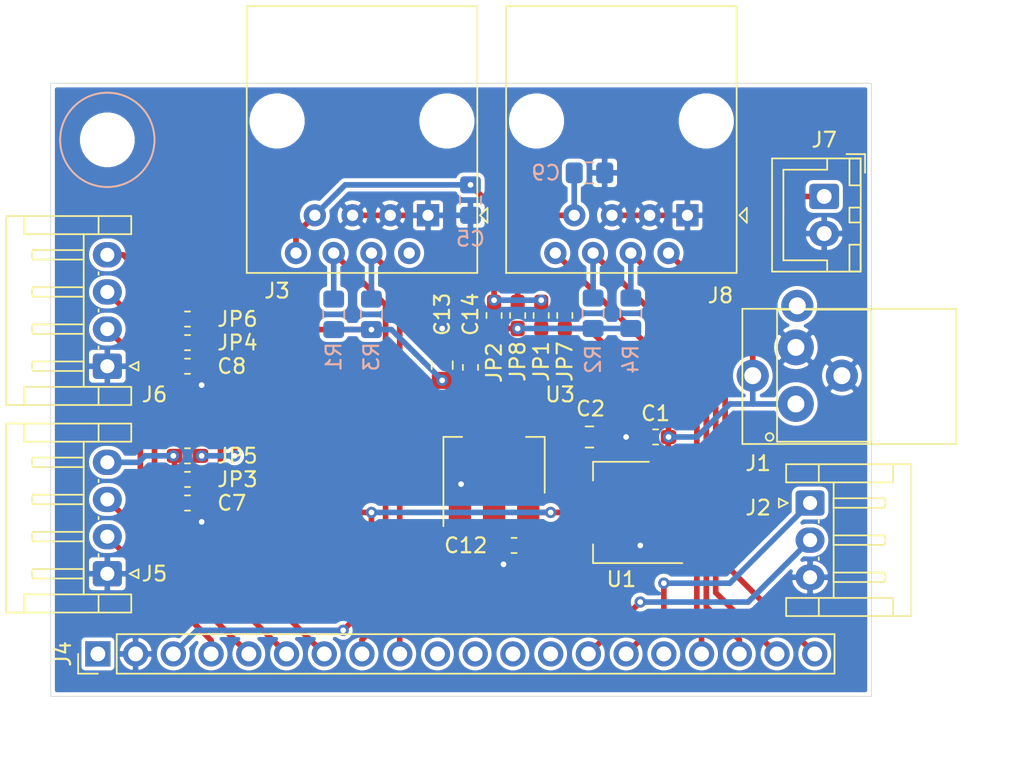
<source format=kicad_pcb>
(kicad_pcb (version 20171130) (host pcbnew "(5.1.5)-3")

  (general
    (thickness 1.6)
    (drawings 7)
    (tracks 182)
    (zones 0)
    (modules 32)
    (nets 21)
  )

  (page A4)
  (layers
    (0 F.Cu signal)
    (31 B.Cu signal)
    (32 B.Adhes user)
    (33 F.Adhes user)
    (34 B.Paste user)
    (35 F.Paste user)
    (36 B.SilkS user)
    (37 F.SilkS user)
    (38 B.Mask user)
    (39 F.Mask user)
    (40 Dwgs.User user)
    (41 Cmts.User user)
    (42 Eco1.User user)
    (43 Eco2.User user)
    (44 Edge.Cuts user)
    (45 Margin user)
    (46 B.CrtYd user)
    (47 F.CrtYd user)
    (48 B.Fab user hide)
    (49 F.Fab user hide)
  )

  (setup
    (last_trace_width 0.381)
    (user_trace_width 0.381)
    (trace_clearance 0.2)
    (zone_clearance 0.254)
    (zone_45_only no)
    (trace_min 0.2)
    (via_size 0.8)
    (via_drill 0.4)
    (via_min_size 0.4)
    (via_min_drill 0.3)
    (user_via 0.762 0.381)
    (uvia_size 0.3)
    (uvia_drill 0.1)
    (uvias_allowed no)
    (uvia_min_size 0.2)
    (uvia_min_drill 0.1)
    (edge_width 0.05)
    (segment_width 0.2)
    (pcb_text_width 0.3)
    (pcb_text_size 1.5 1.5)
    (mod_edge_width 0.12)
    (mod_text_size 1 1)
    (mod_text_width 0.15)
    (pad_size 1.524 1.524)
    (pad_drill 0.762)
    (pad_to_mask_clearance 0.051)
    (solder_mask_min_width 0.25)
    (aux_axis_origin 0 0)
    (grid_origin 124.46 116.205)
    (visible_elements 7FFFFFFF)
    (pcbplotparams
      (layerselection 0x010fc_ffffffff)
      (usegerberextensions false)
      (usegerberattributes false)
      (usegerberadvancedattributes false)
      (creategerberjobfile false)
      (excludeedgelayer true)
      (linewidth 0.100000)
      (plotframeref false)
      (viasonmask false)
      (mode 1)
      (useauxorigin false)
      (hpglpennumber 1)
      (hpglpenspeed 20)
      (hpglpendiameter 15.000000)
      (psnegative false)
      (psa4output false)
      (plotreference true)
      (plotvalue true)
      (plotinvisibletext false)
      (padsonsilk false)
      (subtractmaskfromsilk false)
      (outputformat 1)
      (mirror false)
      (drillshape 1)
      (scaleselection 1)
      (outputdirectory ""))
  )

  (net 0 "")
  (net 1 GND)
  (net 2 /Vin)
  (net 3 +5V)
  (net 4 /VA0)
  (net 5 /A10)
  (net 6 /A9)
  (net 7 /B5)
  (net 8 /B4)
  (net 9 /B12)
  (net 10 /B13)
  (net 11 /B14)
  (net 12 /B15)
  (net 13 /B6)
  (net 14 /B7)
  (net 15 /B8)
  (net 16 /B9)
  (net 17 +3V3)
  (net 18 /VA1)
  (net 19 /SensorPwr0)
  (net 20 /SensorPwr1)

  (net_class Default "This is the default net class."
    (clearance 0.2)
    (trace_width 0.25)
    (via_dia 0.8)
    (via_drill 0.4)
    (uvia_dia 0.3)
    (uvia_drill 0.1)
    (add_net +3V3)
    (add_net +5V)
    (add_net /A10)
    (add_net /A11x)
    (add_net /A12x)
    (add_net /A15)
    (add_net /A8)
    (add_net /A9)
    (add_net /B12)
    (add_net /B13)
    (add_net /B14)
    (add_net /B15)
    (add_net /B3)
    (add_net /B4)
    (add_net /B5)
    (add_net /B6)
    (add_net /B7)
    (add_net /B8)
    (add_net /B9)
    (add_net /SensorPwr0)
    (add_net /SensorPwr1)
    (add_net /VA0)
    (add_net /VA1)
    (add_net /Vin)
    (add_net GND)
    (add_net "Net-(J1-Pad3)")
    (add_net "Net-(J3-Pad2)")
    (add_net "Net-(J4-Pad1)")
  )

  (module Package_TO_SOT_SMD:SOT-223-3_TabPin2 (layer F.Cu) (tedit 5A02FF57) (tstamp 5FB4F818)
    (at 154.305 100.6475 90)
    (descr "module CMS SOT223 4 pins")
    (tags "CMS SOT")
    (path /5FD534FD)
    (attr smd)
    (fp_text reference U3 (at 4.7625 4.445 180) (layer F.SilkS)
      (effects (font (size 1 1) (thickness 0.15)))
    )
    (fp_text value AP1117-33 (at 0 4.5 90) (layer F.Fab)
      (effects (font (size 1 1) (thickness 0.15)))
    )
    (fp_line (start 1.85 -3.35) (end 1.85 3.35) (layer F.Fab) (width 0.1))
    (fp_line (start -1.85 3.35) (end 1.85 3.35) (layer F.Fab) (width 0.1))
    (fp_line (start -4.1 -3.41) (end 1.91 -3.41) (layer F.SilkS) (width 0.12))
    (fp_line (start -0.85 -3.35) (end 1.85 -3.35) (layer F.Fab) (width 0.1))
    (fp_line (start -1.85 3.41) (end 1.91 3.41) (layer F.SilkS) (width 0.12))
    (fp_line (start -1.85 -2.35) (end -1.85 3.35) (layer F.Fab) (width 0.1))
    (fp_line (start -1.85 -2.35) (end -0.85 -3.35) (layer F.Fab) (width 0.1))
    (fp_line (start -4.4 -3.6) (end -4.4 3.6) (layer F.CrtYd) (width 0.05))
    (fp_line (start -4.4 3.6) (end 4.4 3.6) (layer F.CrtYd) (width 0.05))
    (fp_line (start 4.4 3.6) (end 4.4 -3.6) (layer F.CrtYd) (width 0.05))
    (fp_line (start 4.4 -3.6) (end -4.4 -3.6) (layer F.CrtYd) (width 0.05))
    (fp_line (start 1.91 -3.41) (end 1.91 -2.15) (layer F.SilkS) (width 0.12))
    (fp_line (start 1.91 3.41) (end 1.91 2.15) (layer F.SilkS) (width 0.12))
    (fp_text user %R (at 0 0) (layer F.Fab)
      (effects (font (size 0.8 0.8) (thickness 0.12)))
    )
    (pad 1 smd rect (at -3.15 -2.3 90) (size 2 1.5) (layers F.Cu F.Paste F.Mask)
      (net 1 GND))
    (pad 3 smd rect (at -3.15 2.3 90) (size 2 1.5) (layers F.Cu F.Paste F.Mask)
      (net 3 +5V))
    (pad 2 smd rect (at -3.15 0 90) (size 2 1.5) (layers F.Cu F.Paste F.Mask)
      (net 17 +3V3))
    (pad 2 smd rect (at 3.15 0 90) (size 2 3.8) (layers F.Cu F.Paste F.Mask)
      (net 17 +3V3))
    (model ${KISYS3DMOD}/Package_TO_SOT_SMD.3dshapes/SOT-223.wrl
      (at (xyz 0 0 0))
      (scale (xyz 1 1 1))
      (rotate (xyz 0 0 0))
    )
  )

  (module Capacitor_SMD:C_0603_1608Metric_Pad1.05x0.95mm_HandSolder (layer F.Cu) (tedit 5B301BBE) (tstamp 5FB4F368)
    (at 152.7175 94.0575 90)
    (descr "Capacitor SMD 0603 (1608 Metric), square (rectangular) end terminal, IPC_7351 nominal with elongated pad for handsoldering. (Body size source: http://www.tortai-tech.com/upload/download/2011102023233369053.pdf), generated with kicad-footprint-generator")
    (tags "capacitor handsolder")
    (path /5FD53521)
    (attr smd)
    (fp_text reference C14 (at 3.57 0 90) (layer F.SilkS)
      (effects (font (size 1 1) (thickness 0.15)))
    )
    (fp_text value .1uf (at 0 1.43 90) (layer F.Fab)
      (effects (font (size 1 1) (thickness 0.15)))
    )
    (fp_text user %R (at 0 0 90) (layer F.Fab)
      (effects (font (size 0.4 0.4) (thickness 0.06)))
    )
    (fp_line (start 1.65 0.73) (end -1.65 0.73) (layer F.CrtYd) (width 0.05))
    (fp_line (start 1.65 -0.73) (end 1.65 0.73) (layer F.CrtYd) (width 0.05))
    (fp_line (start -1.65 -0.73) (end 1.65 -0.73) (layer F.CrtYd) (width 0.05))
    (fp_line (start -1.65 0.73) (end -1.65 -0.73) (layer F.CrtYd) (width 0.05))
    (fp_line (start -0.171267 0.51) (end 0.171267 0.51) (layer F.SilkS) (width 0.12))
    (fp_line (start -0.171267 -0.51) (end 0.171267 -0.51) (layer F.SilkS) (width 0.12))
    (fp_line (start 0.8 0.4) (end -0.8 0.4) (layer F.Fab) (width 0.1))
    (fp_line (start 0.8 -0.4) (end 0.8 0.4) (layer F.Fab) (width 0.1))
    (fp_line (start -0.8 -0.4) (end 0.8 -0.4) (layer F.Fab) (width 0.1))
    (fp_line (start -0.8 0.4) (end -0.8 -0.4) (layer F.Fab) (width 0.1))
    (pad 2 smd roundrect (at 0.875 0 90) (size 1.05 0.95) (layers F.Cu F.Paste F.Mask) (roundrect_rratio 0.25)
      (net 1 GND))
    (pad 1 smd roundrect (at -0.875 0 90) (size 1.05 0.95) (layers F.Cu F.Paste F.Mask) (roundrect_rratio 0.25)
      (net 17 +3V3))
    (model ${KISYS3DMOD}/Capacitor_SMD.3dshapes/C_0603_1608Metric.wrl
      (at (xyz 0 0 0))
      (scale (xyz 1 1 1))
      (rotate (xyz 0 0 0))
    )
  )

  (module Capacitor_SMD:C_0805_2012Metric_Pad1.15x1.40mm_HandSolder (layer F.Cu) (tedit 5B36C52B) (tstamp 5FB4F357)
    (at 150.8125 93.9075 90)
    (descr "Capacitor SMD 0805 (2012 Metric), square (rectangular) end terminal, IPC_7351 nominal with elongated pad for handsoldering. (Body size source: https://docs.google.com/spreadsheets/d/1BsfQQcO9C6DZCsRaXUlFlo91Tg2WpOkGARC1WS5S8t0/edit?usp=sharing), generated with kicad-footprint-generator")
    (tags "capacitor handsolder")
    (path /5FD5350F)
    (attr smd)
    (fp_text reference C13 (at 3.42 0 90) (layer F.SilkS)
      (effects (font (size 1 1) (thickness 0.15)))
    )
    (fp_text value 10u (at 0 1.65 90) (layer F.Fab)
      (effects (font (size 1 1) (thickness 0.15)))
    )
    (fp_text user %R (at 0 0 90) (layer F.Fab)
      (effects (font (size 0.5 0.5) (thickness 0.08)))
    )
    (fp_line (start 1.85 0.95) (end -1.85 0.95) (layer F.CrtYd) (width 0.05))
    (fp_line (start 1.85 -0.95) (end 1.85 0.95) (layer F.CrtYd) (width 0.05))
    (fp_line (start -1.85 -0.95) (end 1.85 -0.95) (layer F.CrtYd) (width 0.05))
    (fp_line (start -1.85 0.95) (end -1.85 -0.95) (layer F.CrtYd) (width 0.05))
    (fp_line (start -0.261252 0.71) (end 0.261252 0.71) (layer F.SilkS) (width 0.12))
    (fp_line (start -0.261252 -0.71) (end 0.261252 -0.71) (layer F.SilkS) (width 0.12))
    (fp_line (start 1 0.6) (end -1 0.6) (layer F.Fab) (width 0.1))
    (fp_line (start 1 -0.6) (end 1 0.6) (layer F.Fab) (width 0.1))
    (fp_line (start -1 -0.6) (end 1 -0.6) (layer F.Fab) (width 0.1))
    (fp_line (start -1 0.6) (end -1 -0.6) (layer F.Fab) (width 0.1))
    (pad 2 smd roundrect (at 1.025 0 90) (size 1.15 1.4) (layers F.Cu F.Paste F.Mask) (roundrect_rratio 0.217391)
      (net 1 GND))
    (pad 1 smd roundrect (at -1.025 0 90) (size 1.15 1.4) (layers F.Cu F.Paste F.Mask) (roundrect_rratio 0.217391)
      (net 17 +3V3))
    (model ${KISYS3DMOD}/Capacitor_SMD.3dshapes/C_0805_2012Metric.wrl
      (at (xyz 0 0 0))
      (scale (xyz 1 1 1))
      (rotate (xyz 0 0 0))
    )
  )

  (module Capacitor_SMD:C_0603_1608Metric_Pad1.05x0.95mm_HandSolder (layer F.Cu) (tedit 5B301BBE) (tstamp 5FB4F346)
    (at 155.6525 106.045 180)
    (descr "Capacitor SMD 0603 (1608 Metric), square (rectangular) end terminal, IPC_7351 nominal with elongated pad for handsoldering. (Body size source: http://www.tortai-tech.com/upload/download/2011102023233369053.pdf), generated with kicad-footprint-generator")
    (tags "capacitor handsolder")
    (path /5FD53503)
    (attr smd)
    (fp_text reference C12 (at 3.2525 0) (layer F.SilkS)
      (effects (font (size 1 1) (thickness 0.15)))
    )
    (fp_text value .1uf (at 0 1.43) (layer F.Fab)
      (effects (font (size 1 1) (thickness 0.15)))
    )
    (fp_text user %R (at 0 0) (layer F.Fab)
      (effects (font (size 0.4 0.4) (thickness 0.06)))
    )
    (fp_line (start 1.65 0.73) (end -1.65 0.73) (layer F.CrtYd) (width 0.05))
    (fp_line (start 1.65 -0.73) (end 1.65 0.73) (layer F.CrtYd) (width 0.05))
    (fp_line (start -1.65 -0.73) (end 1.65 -0.73) (layer F.CrtYd) (width 0.05))
    (fp_line (start -1.65 0.73) (end -1.65 -0.73) (layer F.CrtYd) (width 0.05))
    (fp_line (start -0.171267 0.51) (end 0.171267 0.51) (layer F.SilkS) (width 0.12))
    (fp_line (start -0.171267 -0.51) (end 0.171267 -0.51) (layer F.SilkS) (width 0.12))
    (fp_line (start 0.8 0.4) (end -0.8 0.4) (layer F.Fab) (width 0.1))
    (fp_line (start 0.8 -0.4) (end 0.8 0.4) (layer F.Fab) (width 0.1))
    (fp_line (start -0.8 -0.4) (end 0.8 -0.4) (layer F.Fab) (width 0.1))
    (fp_line (start -0.8 0.4) (end -0.8 -0.4) (layer F.Fab) (width 0.1))
    (pad 2 smd roundrect (at 0.875 0 180) (size 1.05 0.95) (layers F.Cu F.Paste F.Mask) (roundrect_rratio 0.25)
      (net 1 GND))
    (pad 1 smd roundrect (at -0.875 0 180) (size 1.05 0.95) (layers F.Cu F.Paste F.Mask) (roundrect_rratio 0.25)
      (net 3 +5V))
    (model ${KISYS3DMOD}/Capacitor_SMD.3dshapes/C_0603_1608Metric.wrl
      (at (xyz 0 0 0))
      (scale (xyz 1 1 1))
      (rotate (xyz 0 0 0))
    )
  )

  (module Resistor_SMD:R_0805_2012Metric_Pad1.15x1.40mm_HandSolder (layer B.Cu) (tedit 5B36C52B) (tstamp 5FB3C35F)
    (at 163.5125 90.415 90)
    (descr "Resistor SMD 0805 (2012 Metric), square (rectangular) end terminal, IPC_7351 nominal with elongated pad for handsoldering. (Body size source: https://docs.google.com/spreadsheets/d/1BsfQQcO9C6DZCsRaXUlFlo91Tg2WpOkGARC1WS5S8t0/edit?usp=sharing), generated with kicad-footprint-generator")
    (tags "resistor handsolder")
    (path /5FC7ED5D)
    (attr smd)
    (fp_text reference R4 (at -3.1025 0 270) (layer B.SilkS)
      (effects (font (size 1 1) (thickness 0.15)) (justify mirror))
    )
    (fp_text value R (at 0 -1.65 270) (layer B.Fab)
      (effects (font (size 1 1) (thickness 0.15)) (justify mirror))
    )
    (fp_text user %R (at 0 0 270) (layer B.Fab)
      (effects (font (size 0.5 0.5) (thickness 0.08)) (justify mirror))
    )
    (fp_line (start 1.85 -0.95) (end -1.85 -0.95) (layer B.CrtYd) (width 0.05))
    (fp_line (start 1.85 0.95) (end 1.85 -0.95) (layer B.CrtYd) (width 0.05))
    (fp_line (start -1.85 0.95) (end 1.85 0.95) (layer B.CrtYd) (width 0.05))
    (fp_line (start -1.85 -0.95) (end -1.85 0.95) (layer B.CrtYd) (width 0.05))
    (fp_line (start -0.261252 -0.71) (end 0.261252 -0.71) (layer B.SilkS) (width 0.12))
    (fp_line (start -0.261252 0.71) (end 0.261252 0.71) (layer B.SilkS) (width 0.12))
    (fp_line (start 1 -0.6) (end -1 -0.6) (layer B.Fab) (width 0.1))
    (fp_line (start 1 0.6) (end 1 -0.6) (layer B.Fab) (width 0.1))
    (fp_line (start -1 0.6) (end 1 0.6) (layer B.Fab) (width 0.1))
    (fp_line (start -1 -0.6) (end -1 0.6) (layer B.Fab) (width 0.1))
    (pad 2 smd roundrect (at 1.025 0 90) (size 1.15 1.4) (layers B.Cu B.Paste B.Mask) (roundrect_rratio 0.217391)
      (net 10 /B13))
    (pad 1 smd roundrect (at -1.025 0 90) (size 1.15 1.4) (layers B.Cu B.Paste B.Mask) (roundrect_rratio 0.217391)
      (net 17 +3V3))
    (model ${KISYS3DMOD}/Resistor_SMD.3dshapes/R_0805_2012Metric.wrl
      (at (xyz 0 0 0))
      (scale (xyz 1 1 1))
      (rotate (xyz 0 0 0))
    )
  )

  (module Resistor_SMD:R_0805_2012Metric_Pad1.15x1.40mm_HandSolder (layer B.Cu) (tedit 5B36C52B) (tstamp 5FB3C32E)
    (at 160.9725 90.415 90)
    (descr "Resistor SMD 0805 (2012 Metric), square (rectangular) end terminal, IPC_7351 nominal with elongated pad for handsoldering. (Body size source: https://docs.google.com/spreadsheets/d/1BsfQQcO9C6DZCsRaXUlFlo91Tg2WpOkGARC1WS5S8t0/edit?usp=sharing), generated with kicad-footprint-generator")
    (tags "resistor handsolder")
    (path /5FC7ED57)
    (attr smd)
    (fp_text reference R2 (at -3.1025 0 270) (layer B.SilkS)
      (effects (font (size 1 1) (thickness 0.15)) (justify mirror))
    )
    (fp_text value R (at 0 -1.65 270) (layer B.Fab)
      (effects (font (size 1 1) (thickness 0.15)) (justify mirror))
    )
    (fp_text user %R (at 0 0 270) (layer B.Fab)
      (effects (font (size 0.5 0.5) (thickness 0.08)) (justify mirror))
    )
    (fp_line (start 1.85 -0.95) (end -1.85 -0.95) (layer B.CrtYd) (width 0.05))
    (fp_line (start 1.85 0.95) (end 1.85 -0.95) (layer B.CrtYd) (width 0.05))
    (fp_line (start -1.85 0.95) (end 1.85 0.95) (layer B.CrtYd) (width 0.05))
    (fp_line (start -1.85 -0.95) (end -1.85 0.95) (layer B.CrtYd) (width 0.05))
    (fp_line (start -0.261252 -0.71) (end 0.261252 -0.71) (layer B.SilkS) (width 0.12))
    (fp_line (start -0.261252 0.71) (end 0.261252 0.71) (layer B.SilkS) (width 0.12))
    (fp_line (start 1 -0.6) (end -1 -0.6) (layer B.Fab) (width 0.1))
    (fp_line (start 1 0.6) (end 1 -0.6) (layer B.Fab) (width 0.1))
    (fp_line (start -1 0.6) (end 1 0.6) (layer B.Fab) (width 0.1))
    (fp_line (start -1 -0.6) (end -1 0.6) (layer B.Fab) (width 0.1))
    (pad 2 smd roundrect (at 1.025 0 90) (size 1.15 1.4) (layers B.Cu B.Paste B.Mask) (roundrect_rratio 0.217391)
      (net 11 /B14))
    (pad 1 smd roundrect (at -1.025 0 90) (size 1.15 1.4) (layers B.Cu B.Paste B.Mask) (roundrect_rratio 0.217391)
      (net 17 +3V3))
    (model ${KISYS3DMOD}/Resistor_SMD.3dshapes/R_0805_2012Metric.wrl
      (at (xyz 0 0 0))
      (scale (xyz 1 1 1))
      (rotate (xyz 0 0 0))
    )
  )

  (module Resistor_SMD:R_0603_1608Metric_Pad1.05x0.95mm_HandSolder (layer F.Cu) (tedit 5B301BBD) (tstamp 5FB3C2FD)
    (at 155.8925 90.565 90)
    (descr "Resistor SMD 0603 (1608 Metric), square (rectangular) end terminal, IPC_7351 nominal with elongated pad for handsoldering. (Body size source: http://www.tortai-tech.com/upload/download/2011102023233369053.pdf), generated with kicad-footprint-generator")
    (tags "resistor handsolder")
    (path /5FC7ED69)
    (attr smd)
    (fp_text reference JP8 (at -3.0975 0 90) (layer F.SilkS)
      (effects (font (size 1 1) (thickness 0.15)))
    )
    (fp_text value Jumper_NO_Small (at 0 1.43 90) (layer F.Fab)
      (effects (font (size 1 1) (thickness 0.15)))
    )
    (fp_text user %R (at 0 0 90) (layer F.Fab)
      (effects (font (size 0.4 0.4) (thickness 0.06)))
    )
    (fp_line (start 1.65 0.73) (end -1.65 0.73) (layer F.CrtYd) (width 0.05))
    (fp_line (start 1.65 -0.73) (end 1.65 0.73) (layer F.CrtYd) (width 0.05))
    (fp_line (start -1.65 -0.73) (end 1.65 -0.73) (layer F.CrtYd) (width 0.05))
    (fp_line (start -1.65 0.73) (end -1.65 -0.73) (layer F.CrtYd) (width 0.05))
    (fp_line (start -0.171267 0.51) (end 0.171267 0.51) (layer F.SilkS) (width 0.12))
    (fp_line (start -0.171267 -0.51) (end 0.171267 -0.51) (layer F.SilkS) (width 0.12))
    (fp_line (start 0.8 0.4) (end -0.8 0.4) (layer F.Fab) (width 0.1))
    (fp_line (start 0.8 -0.4) (end 0.8 0.4) (layer F.Fab) (width 0.1))
    (fp_line (start -0.8 -0.4) (end 0.8 -0.4) (layer F.Fab) (width 0.1))
    (fp_line (start -0.8 0.4) (end -0.8 -0.4) (layer F.Fab) (width 0.1))
    (pad 2 smd roundrect (at 0.875 0 90) (size 1.05 0.95) (layers F.Cu F.Paste F.Mask) (roundrect_rratio 0.25)
      (net 20 /SensorPwr1))
    (pad 1 smd roundrect (at -0.875 0 90) (size 1.05 0.95) (layers F.Cu F.Paste F.Mask) (roundrect_rratio 0.25)
      (net 17 +3V3))
    (model ${KISYS3DMOD}/Resistor_SMD.3dshapes/R_0603_1608Metric.wrl
      (at (xyz 0 0 0))
      (scale (xyz 1 1 1))
      (rotate (xyz 0 0 0))
    )
  )

  (module Resistor_SMD:R_0603_1608Metric_Pad1.05x0.95mm_HandSolder (layer F.Cu) (tedit 5B301BBD) (tstamp 5FB3C2EC)
    (at 159.0675 90.565 90)
    (descr "Resistor SMD 0603 (1608 Metric), square (rectangular) end terminal, IPC_7351 nominal with elongated pad for handsoldering. (Body size source: http://www.tortai-tech.com/upload/download/2011102023233369053.pdf), generated with kicad-footprint-generator")
    (tags "resistor handsolder")
    (path /5FC7ED63)
    (attr smd)
    (fp_text reference JP7 (at -3.0975 0 90) (layer F.SilkS)
      (effects (font (size 1 1) (thickness 0.15)))
    )
    (fp_text value Jumper_NO_Small (at 0 1.43 90) (layer F.Fab)
      (effects (font (size 1 1) (thickness 0.15)))
    )
    (fp_text user %R (at 0 0 90) (layer F.Fab)
      (effects (font (size 0.4 0.4) (thickness 0.06)))
    )
    (fp_line (start 1.65 0.73) (end -1.65 0.73) (layer F.CrtYd) (width 0.05))
    (fp_line (start 1.65 -0.73) (end 1.65 0.73) (layer F.CrtYd) (width 0.05))
    (fp_line (start -1.65 -0.73) (end 1.65 -0.73) (layer F.CrtYd) (width 0.05))
    (fp_line (start -1.65 0.73) (end -1.65 -0.73) (layer F.CrtYd) (width 0.05))
    (fp_line (start -0.171267 0.51) (end 0.171267 0.51) (layer F.SilkS) (width 0.12))
    (fp_line (start -0.171267 -0.51) (end 0.171267 -0.51) (layer F.SilkS) (width 0.12))
    (fp_line (start 0.8 0.4) (end -0.8 0.4) (layer F.Fab) (width 0.1))
    (fp_line (start 0.8 -0.4) (end 0.8 0.4) (layer F.Fab) (width 0.1))
    (fp_line (start -0.8 -0.4) (end 0.8 -0.4) (layer F.Fab) (width 0.1))
    (fp_line (start -0.8 0.4) (end -0.8 -0.4) (layer F.Fab) (width 0.1))
    (pad 2 smd roundrect (at 0.875 0 90) (size 1.05 0.95) (layers F.Cu F.Paste F.Mask) (roundrect_rratio 0.25)
      (net 20 /SensorPwr1))
    (pad 1 smd roundrect (at -0.875 0 90) (size 1.05 0.95) (layers F.Cu F.Paste F.Mask) (roundrect_rratio 0.25)
      (net 2 /Vin))
    (model ${KISYS3DMOD}/Resistor_SMD.3dshapes/R_0603_1608Metric.wrl
      (at (xyz 0 0 0))
      (scale (xyz 1 1 1))
      (rotate (xyz 0 0 0))
    )
  )

  (module Connector_RJ:RJ45_Amphenol_54602-x08_Horizontal (layer F.Cu) (tedit 5B103613) (tstamp 5FB3C21B)
    (at 167.3225 83.82 180)
    (descr "8 Pol Shallow Latch Connector, Modjack, RJ45 (https://cdn.amphenol-icc.com/media/wysiwyg/files/drawing/c-bmj-0102.pdf)")
    (tags RJ45)
    (path /5FC7ED48)
    (fp_text reference J8 (at -2.2225 -5.3975) (layer F.SilkS)
      (effects (font (size 1 1) (thickness 0.15)))
    )
    (fp_text value RJ45 (at 4.445 4) (layer F.Fab)
      (effects (font (size 1 1) (thickness 0.15)))
    )
    (fp_line (start 12.6 14.47) (end -3.71 14.47) (layer F.CrtYd) (width 0.05))
    (fp_line (start 12.6 14.47) (end 12.6 -4.27) (layer F.CrtYd) (width 0.05))
    (fp_line (start -3.71 -4.27) (end -3.71 14.47) (layer F.CrtYd) (width 0.05))
    (fp_line (start -3.71 -4.27) (end 12.6 -4.27) (layer F.CrtYd) (width 0.05))
    (fp_line (start -3.315 -3.88) (end -3.315 14.08) (layer F.SilkS) (width 0.12))
    (fp_line (start 12.205 -3.88) (end -3.315 -3.88) (layer F.SilkS) (width 0.12))
    (fp_line (start 12.205 -3.88) (end 12.205 14.08) (layer F.SilkS) (width 0.12))
    (fp_line (start -3.315 14.08) (end 12.205 14.08) (layer F.SilkS) (width 0.12))
    (fp_line (start -3.205 -2.77) (end -2.205 -3.77) (layer F.Fab) (width 0.12))
    (fp_line (start -2.205 -3.77) (end 12.095 -3.77) (layer F.Fab) (width 0.12))
    (fp_line (start 12.095 -3.77) (end 12.095 13.97) (layer F.Fab) (width 0.12))
    (fp_line (start 12.095 13.97) (end -3.205 13.97) (layer F.Fab) (width 0.12))
    (fp_line (start -3.205 13.97) (end -3.205 -2.77) (layer F.Fab) (width 0.12))
    (fp_line (start -3.5 0) (end -4 -0.5) (layer F.SilkS) (width 0.12))
    (fp_line (start -4 -0.5) (end -4 0.5) (layer F.SilkS) (width 0.12))
    (fp_line (start -4 0.5) (end -3.5 0) (layer F.SilkS) (width 0.12))
    (fp_text user %R (at 4.445 2) (layer F.Fab)
      (effects (font (size 1 1) (thickness 0.15)))
    )
    (pad 8 thru_hole circle (at 8.89 -2.54 180) (size 1.5 1.5) (drill 0.76) (layers *.Cu *.Mask)
      (net 12 /B15))
    (pad 7 thru_hole circle (at 7.62 0 180) (size 1.5 1.5) (drill 0.76) (layers *.Cu *.Mask)
      (net 20 /SensorPwr1))
    (pad 6 thru_hole circle (at 6.35 -2.54 180) (size 1.5 1.5) (drill 0.76) (layers *.Cu *.Mask)
      (net 11 /B14))
    (pad 5 thru_hole circle (at 5.08 0 180) (size 1.5 1.5) (drill 0.76) (layers *.Cu *.Mask)
      (net 1 GND))
    (pad 4 thru_hole circle (at 3.81 -2.54 180) (size 1.5 1.5) (drill 0.76) (layers *.Cu *.Mask)
      (net 10 /B13))
    (pad 3 thru_hole circle (at 2.54 0 180) (size 1.5 1.5) (drill 0.76) (layers *.Cu *.Mask)
      (net 1 GND))
    (pad 2 thru_hole circle (at 1.27 -2.54 180) (size 1.5 1.5) (drill 0.76) (layers *.Cu *.Mask)
      (net 9 /B12))
    (pad 1 thru_hole rect (at 0 0 180) (size 1.5 1.5) (drill 0.76) (layers *.Cu *.Mask)
      (net 1 GND))
    (pad "" np_thru_hole circle (at -1.27 6.35 180) (size 3.2 3.2) (drill 3.2) (layers *.Cu *.Mask))
    (pad "" np_thru_hole circle (at 10.16 6.35 180) (size 3.2 3.2) (drill 3.2) (layers *.Cu *.Mask))
    (model ${KISYS3DMOD}/Connector_RJ.3dshapes/RJ45_Amphenol_54602-x08_Horizontal.wrl
      (at (xyz 0 0 0))
      (scale (xyz 1 1 1))
      (rotate (xyz 0 0 0))
    )
  )

  (module Connector_JST:JST_XH_B2B-XH-A_1x02_P2.50mm_Vertical (layer F.Cu) (tedit 5C28146C) (tstamp 5FB3C1FC)
    (at 176.53 82.55 270)
    (descr "JST XH series connector, B2B-XH-A (http://www.jst-mfg.com/product/pdf/eng/eXH.pdf), generated with kicad-footprint-generator")
    (tags "connector JST XH vertical")
    (path /5FC85361)
    (fp_text reference J7 (at -3.81 0 180) (layer F.SilkS)
      (effects (font (size 1 1) (thickness 0.15)))
    )
    (fp_text value Conn_01x02 (at 1.25 4.6 90) (layer F.Fab)
      (effects (font (size 1 1) (thickness 0.15)))
    )
    (fp_text user %R (at 1.25 2.7 90) (layer F.Fab)
      (effects (font (size 1 1) (thickness 0.15)))
    )
    (fp_line (start -2.85 -2.75) (end -2.85 -1.5) (layer F.SilkS) (width 0.12))
    (fp_line (start -1.6 -2.75) (end -2.85 -2.75) (layer F.SilkS) (width 0.12))
    (fp_line (start 4.3 2.75) (end 1.25 2.75) (layer F.SilkS) (width 0.12))
    (fp_line (start 4.3 -0.2) (end 4.3 2.75) (layer F.SilkS) (width 0.12))
    (fp_line (start 5.05 -0.2) (end 4.3 -0.2) (layer F.SilkS) (width 0.12))
    (fp_line (start -1.8 2.75) (end 1.25 2.75) (layer F.SilkS) (width 0.12))
    (fp_line (start -1.8 -0.2) (end -1.8 2.75) (layer F.SilkS) (width 0.12))
    (fp_line (start -2.55 -0.2) (end -1.8 -0.2) (layer F.SilkS) (width 0.12))
    (fp_line (start 5.05 -2.45) (end 3.25 -2.45) (layer F.SilkS) (width 0.12))
    (fp_line (start 5.05 -1.7) (end 5.05 -2.45) (layer F.SilkS) (width 0.12))
    (fp_line (start 3.25 -1.7) (end 5.05 -1.7) (layer F.SilkS) (width 0.12))
    (fp_line (start 3.25 -2.45) (end 3.25 -1.7) (layer F.SilkS) (width 0.12))
    (fp_line (start -0.75 -2.45) (end -2.55 -2.45) (layer F.SilkS) (width 0.12))
    (fp_line (start -0.75 -1.7) (end -0.75 -2.45) (layer F.SilkS) (width 0.12))
    (fp_line (start -2.55 -1.7) (end -0.75 -1.7) (layer F.SilkS) (width 0.12))
    (fp_line (start -2.55 -2.45) (end -2.55 -1.7) (layer F.SilkS) (width 0.12))
    (fp_line (start 1.75 -2.45) (end 0.75 -2.45) (layer F.SilkS) (width 0.12))
    (fp_line (start 1.75 -1.7) (end 1.75 -2.45) (layer F.SilkS) (width 0.12))
    (fp_line (start 0.75 -1.7) (end 1.75 -1.7) (layer F.SilkS) (width 0.12))
    (fp_line (start 0.75 -2.45) (end 0.75 -1.7) (layer F.SilkS) (width 0.12))
    (fp_line (start 0 -1.35) (end 0.625 -2.35) (layer F.Fab) (width 0.1))
    (fp_line (start -0.625 -2.35) (end 0 -1.35) (layer F.Fab) (width 0.1))
    (fp_line (start 5.45 -2.85) (end -2.95 -2.85) (layer F.CrtYd) (width 0.05))
    (fp_line (start 5.45 3.9) (end 5.45 -2.85) (layer F.CrtYd) (width 0.05))
    (fp_line (start -2.95 3.9) (end 5.45 3.9) (layer F.CrtYd) (width 0.05))
    (fp_line (start -2.95 -2.85) (end -2.95 3.9) (layer F.CrtYd) (width 0.05))
    (fp_line (start 5.06 -2.46) (end -2.56 -2.46) (layer F.SilkS) (width 0.12))
    (fp_line (start 5.06 3.51) (end 5.06 -2.46) (layer F.SilkS) (width 0.12))
    (fp_line (start -2.56 3.51) (end 5.06 3.51) (layer F.SilkS) (width 0.12))
    (fp_line (start -2.56 -2.46) (end -2.56 3.51) (layer F.SilkS) (width 0.12))
    (fp_line (start 4.95 -2.35) (end -2.45 -2.35) (layer F.Fab) (width 0.1))
    (fp_line (start 4.95 3.4) (end 4.95 -2.35) (layer F.Fab) (width 0.1))
    (fp_line (start -2.45 3.4) (end 4.95 3.4) (layer F.Fab) (width 0.1))
    (fp_line (start -2.45 -2.35) (end -2.45 3.4) (layer F.Fab) (width 0.1))
    (pad 2 thru_hole oval (at 2.5 0 270) (size 1.7 2) (drill 1) (layers *.Cu *.Mask)
      (net 1 GND))
    (pad 1 thru_hole roundrect (at 0 0 270) (size 1.7 2) (drill 1) (layers *.Cu *.Mask) (roundrect_rratio 0.147059)
      (net 2 /Vin))
    (model ${KISYS3DMOD}/Connector_JST.3dshapes/JST_XH_B2B-XH-A_1x02_P2.50mm_Vertical.wrl
      (at (xyz 0 0 0))
      (scale (xyz 1 1 1))
      (rotate (xyz 0 0 0))
    )
  )

  (module Capacitor_SMD:C_0805_2012Metric_Pad1.15x1.40mm_HandSolder (layer B.Cu) (tedit 5B36C52B) (tstamp 5FB3BF97)
    (at 160.7275 80.9625)
    (descr "Capacitor SMD 0805 (2012 Metric), square (rectangular) end terminal, IPC_7351 nominal with elongated pad for handsoldering. (Body size source: https://docs.google.com/spreadsheets/d/1BsfQQcO9C6DZCsRaXUlFlo91Tg2WpOkGARC1WS5S8t0/edit?usp=sharing), generated with kicad-footprint-generator")
    (tags "capacitor handsolder")
    (path /5FC7ED85)
    (attr smd)
    (fp_text reference C9 (at -2.93 0 180) (layer B.SilkS)
      (effects (font (size 1 1) (thickness 0.15)) (justify mirror))
    )
    (fp_text value .1 (at 0 -1.65 180) (layer B.Fab)
      (effects (font (size 1 1) (thickness 0.15)) (justify mirror))
    )
    (fp_text user %R (at 0 0 180) (layer B.Fab)
      (effects (font (size 0.5 0.5) (thickness 0.08)) (justify mirror))
    )
    (fp_line (start 1.85 -0.95) (end -1.85 -0.95) (layer B.CrtYd) (width 0.05))
    (fp_line (start 1.85 0.95) (end 1.85 -0.95) (layer B.CrtYd) (width 0.05))
    (fp_line (start -1.85 0.95) (end 1.85 0.95) (layer B.CrtYd) (width 0.05))
    (fp_line (start -1.85 -0.95) (end -1.85 0.95) (layer B.CrtYd) (width 0.05))
    (fp_line (start -0.261252 -0.71) (end 0.261252 -0.71) (layer B.SilkS) (width 0.12))
    (fp_line (start -0.261252 0.71) (end 0.261252 0.71) (layer B.SilkS) (width 0.12))
    (fp_line (start 1 -0.6) (end -1 -0.6) (layer B.Fab) (width 0.1))
    (fp_line (start 1 0.6) (end 1 -0.6) (layer B.Fab) (width 0.1))
    (fp_line (start -1 0.6) (end 1 0.6) (layer B.Fab) (width 0.1))
    (fp_line (start -1 -0.6) (end -1 0.6) (layer B.Fab) (width 0.1))
    (pad 2 smd roundrect (at 1.025 0) (size 1.15 1.4) (layers B.Cu B.Paste B.Mask) (roundrect_rratio 0.217391)
      (net 1 GND))
    (pad 1 smd roundrect (at -1.025 0) (size 1.15 1.4) (layers B.Cu B.Paste B.Mask) (roundrect_rratio 0.217391)
      (net 20 /SensorPwr1))
    (model ${KISYS3DMOD}/Capacitor_SMD.3dshapes/C_0805_2012Metric.wrl
      (at (xyz 0 0 0))
      (scale (xyz 1 1 1))
      (rotate (xyz 0 0 0))
    )
  )

  (module Resistor_SMD:R_0603_1608Metric_Pad1.05x0.95mm_HandSolder (layer F.Cu) (tedit 5B301BBD) (tstamp 5FB3A4B9)
    (at 133.6675 90.805 180)
    (descr "Resistor SMD 0603 (1608 Metric), square (rectangular) end terminal, IPC_7351 nominal with elongated pad for handsoldering. (Body size source: http://www.tortai-tech.com/upload/download/2011102023233369053.pdf), generated with kicad-footprint-generator")
    (tags "resistor handsolder")
    (path /5FC55C06)
    (attr smd)
    (fp_text reference JP6 (at -1.905 0) (layer F.SilkS)
      (effects (font (size 1 1) (thickness 0.15)) (justify left))
    )
    (fp_text value Jumper_NO_Small (at 0 1.43) (layer F.Fab)
      (effects (font (size 1 1) (thickness 0.15)))
    )
    (fp_text user %R (at 0 0) (layer F.Fab)
      (effects (font (size 0.4 0.4) (thickness 0.06)))
    )
    (fp_line (start 1.65 0.73) (end -1.65 0.73) (layer F.CrtYd) (width 0.05))
    (fp_line (start 1.65 -0.73) (end 1.65 0.73) (layer F.CrtYd) (width 0.05))
    (fp_line (start -1.65 -0.73) (end 1.65 -0.73) (layer F.CrtYd) (width 0.05))
    (fp_line (start -1.65 0.73) (end -1.65 -0.73) (layer F.CrtYd) (width 0.05))
    (fp_line (start -0.171267 0.51) (end 0.171267 0.51) (layer F.SilkS) (width 0.12))
    (fp_line (start -0.171267 -0.51) (end 0.171267 -0.51) (layer F.SilkS) (width 0.12))
    (fp_line (start 0.8 0.4) (end -0.8 0.4) (layer F.Fab) (width 0.1))
    (fp_line (start 0.8 -0.4) (end 0.8 0.4) (layer F.Fab) (width 0.1))
    (fp_line (start -0.8 -0.4) (end 0.8 -0.4) (layer F.Fab) (width 0.1))
    (fp_line (start -0.8 0.4) (end -0.8 -0.4) (layer F.Fab) (width 0.1))
    (pad 2 smd roundrect (at 0.875 0 180) (size 1.05 0.95) (layers F.Cu F.Paste F.Mask) (roundrect_rratio 0.25)
      (net 18 /VA1))
    (pad 1 smd roundrect (at -0.875 0 180) (size 1.05 0.95) (layers F.Cu F.Paste F.Mask) (roundrect_rratio 0.25)
      (net 17 +3V3))
    (model ${KISYS3DMOD}/Resistor_SMD.3dshapes/R_0603_1608Metric.wrl
      (at (xyz 0 0 0))
      (scale (xyz 1 1 1))
      (rotate (xyz 0 0 0))
    )
  )

  (module Resistor_SMD:R_0603_1608Metric_Pad1.05x0.95mm_HandSolder (layer F.Cu) (tedit 5B301BBD) (tstamp 5FB3A4A8)
    (at 133.6675 100.0125 180)
    (descr "Resistor SMD 0603 (1608 Metric), square (rectangular) end terminal, IPC_7351 nominal with elongated pad for handsoldering. (Body size source: http://www.tortai-tech.com/upload/download/2011102023233369053.pdf), generated with kicad-footprint-generator")
    (tags "resistor handsolder")
    (path /5FC525D2)
    (attr smd)
    (fp_text reference JP5 (at -1.905 0) (layer F.SilkS)
      (effects (font (size 1 1) (thickness 0.15)) (justify left))
    )
    (fp_text value Jumper_NO_Small (at 0 1.43) (layer F.Fab)
      (effects (font (size 1 1) (thickness 0.15)))
    )
    (fp_text user %R (at 0 0) (layer F.Fab)
      (effects (font (size 0.4 0.4) (thickness 0.06)))
    )
    (fp_line (start 1.65 0.73) (end -1.65 0.73) (layer F.CrtYd) (width 0.05))
    (fp_line (start 1.65 -0.73) (end 1.65 0.73) (layer F.CrtYd) (width 0.05))
    (fp_line (start -1.65 -0.73) (end 1.65 -0.73) (layer F.CrtYd) (width 0.05))
    (fp_line (start -1.65 0.73) (end -1.65 -0.73) (layer F.CrtYd) (width 0.05))
    (fp_line (start -0.171267 0.51) (end 0.171267 0.51) (layer F.SilkS) (width 0.12))
    (fp_line (start -0.171267 -0.51) (end 0.171267 -0.51) (layer F.SilkS) (width 0.12))
    (fp_line (start 0.8 0.4) (end -0.8 0.4) (layer F.Fab) (width 0.1))
    (fp_line (start 0.8 -0.4) (end 0.8 0.4) (layer F.Fab) (width 0.1))
    (fp_line (start -0.8 -0.4) (end 0.8 -0.4) (layer F.Fab) (width 0.1))
    (fp_line (start -0.8 0.4) (end -0.8 -0.4) (layer F.Fab) (width 0.1))
    (pad 2 smd roundrect (at 0.875 0 180) (size 1.05 0.95) (layers F.Cu F.Paste F.Mask) (roundrect_rratio 0.25)
      (net 4 /VA0))
    (pad 1 smd roundrect (at -0.875 0 180) (size 1.05 0.95) (layers F.Cu F.Paste F.Mask) (roundrect_rratio 0.25)
      (net 17 +3V3))
    (model ${KISYS3DMOD}/Resistor_SMD.3dshapes/R_0603_1608Metric.wrl
      (at (xyz 0 0 0))
      (scale (xyz 1 1 1))
      (rotate (xyz 0 0 0))
    )
  )

  (module Resistor_SMD:R_0603_1608Metric_Pad1.05x0.95mm_HandSolder (layer F.Cu) (tedit 5B301BBD) (tstamp 5FB3A497)
    (at 133.6675 92.3925 180)
    (descr "Resistor SMD 0603 (1608 Metric), square (rectangular) end terminal, IPC_7351 nominal with elongated pad for handsoldering. (Body size source: http://www.tortai-tech.com/upload/download/2011102023233369053.pdf), generated with kicad-footprint-generator")
    (tags "resistor handsolder")
    (path /5FC55C00)
    (attr smd)
    (fp_text reference JP4 (at -1.905 0) (layer F.SilkS)
      (effects (font (size 1 1) (thickness 0.15)) (justify left))
    )
    (fp_text value Jumper_NO_Small (at 0 1.43) (layer F.Fab)
      (effects (font (size 1 1) (thickness 0.15)))
    )
    (fp_text user %R (at 0 0) (layer F.Fab)
      (effects (font (size 0.4 0.4) (thickness 0.06)))
    )
    (fp_line (start 1.65 0.73) (end -1.65 0.73) (layer F.CrtYd) (width 0.05))
    (fp_line (start 1.65 -0.73) (end 1.65 0.73) (layer F.CrtYd) (width 0.05))
    (fp_line (start -1.65 -0.73) (end 1.65 -0.73) (layer F.CrtYd) (width 0.05))
    (fp_line (start -1.65 0.73) (end -1.65 -0.73) (layer F.CrtYd) (width 0.05))
    (fp_line (start -0.171267 0.51) (end 0.171267 0.51) (layer F.SilkS) (width 0.12))
    (fp_line (start -0.171267 -0.51) (end 0.171267 -0.51) (layer F.SilkS) (width 0.12))
    (fp_line (start 0.8 0.4) (end -0.8 0.4) (layer F.Fab) (width 0.1))
    (fp_line (start 0.8 -0.4) (end 0.8 0.4) (layer F.Fab) (width 0.1))
    (fp_line (start -0.8 -0.4) (end 0.8 -0.4) (layer F.Fab) (width 0.1))
    (fp_line (start -0.8 0.4) (end -0.8 -0.4) (layer F.Fab) (width 0.1))
    (pad 2 smd roundrect (at 0.875 0 180) (size 1.05 0.95) (layers F.Cu F.Paste F.Mask) (roundrect_rratio 0.25)
      (net 18 /VA1))
    (pad 1 smd roundrect (at -0.875 0 180) (size 1.05 0.95) (layers F.Cu F.Paste F.Mask) (roundrect_rratio 0.25)
      (net 3 +5V))
    (model ${KISYS3DMOD}/Resistor_SMD.3dshapes/R_0603_1608Metric.wrl
      (at (xyz 0 0 0))
      (scale (xyz 1 1 1))
      (rotate (xyz 0 0 0))
    )
  )

  (module Resistor_SMD:R_0603_1608Metric_Pad1.05x0.95mm_HandSolder (layer F.Cu) (tedit 5B301BBD) (tstamp 5FB3A486)
    (at 133.6675 101.6 180)
    (descr "Resistor SMD 0603 (1608 Metric), square (rectangular) end terminal, IPC_7351 nominal with elongated pad for handsoldering. (Body size source: http://www.tortai-tech.com/upload/download/2011102023233369053.pdf), generated with kicad-footprint-generator")
    (tags "resistor handsolder")
    (path /5FC525CC)
    (attr smd)
    (fp_text reference JP3 (at -1.905 0) (layer F.SilkS)
      (effects (font (size 1 1) (thickness 0.15)) (justify left))
    )
    (fp_text value Jumper_NO_Small (at 0 1.43) (layer F.Fab)
      (effects (font (size 1 1) (thickness 0.15)))
    )
    (fp_text user %R (at 0 0) (layer F.Fab)
      (effects (font (size 0.4 0.4) (thickness 0.06)))
    )
    (fp_line (start 1.65 0.73) (end -1.65 0.73) (layer F.CrtYd) (width 0.05))
    (fp_line (start 1.65 -0.73) (end 1.65 0.73) (layer F.CrtYd) (width 0.05))
    (fp_line (start -1.65 -0.73) (end 1.65 -0.73) (layer F.CrtYd) (width 0.05))
    (fp_line (start -1.65 0.73) (end -1.65 -0.73) (layer F.CrtYd) (width 0.05))
    (fp_line (start -0.171267 0.51) (end 0.171267 0.51) (layer F.SilkS) (width 0.12))
    (fp_line (start -0.171267 -0.51) (end 0.171267 -0.51) (layer F.SilkS) (width 0.12))
    (fp_line (start 0.8 0.4) (end -0.8 0.4) (layer F.Fab) (width 0.1))
    (fp_line (start 0.8 -0.4) (end 0.8 0.4) (layer F.Fab) (width 0.1))
    (fp_line (start -0.8 -0.4) (end 0.8 -0.4) (layer F.Fab) (width 0.1))
    (fp_line (start -0.8 0.4) (end -0.8 -0.4) (layer F.Fab) (width 0.1))
    (pad 2 smd roundrect (at 0.875 0 180) (size 1.05 0.95) (layers F.Cu F.Paste F.Mask) (roundrect_rratio 0.25)
      (net 4 /VA0))
    (pad 1 smd roundrect (at -0.875 0 180) (size 1.05 0.95) (layers F.Cu F.Paste F.Mask) (roundrect_rratio 0.25)
      (net 3 +5V))
    (model ${KISYS3DMOD}/Resistor_SMD.3dshapes/R_0603_1608Metric.wrl
      (at (xyz 0 0 0))
      (scale (xyz 1 1 1))
      (rotate (xyz 0 0 0))
    )
  )

  (module Connector_JST:JST_EH_S4B-EH_1x04_P2.50mm_Horizontal (layer F.Cu) (tedit 5C281425) (tstamp 5FB3A435)
    (at 128.27 93.98 90)
    (descr "JST EH series connector, S4B-EH (http://www.jst-mfg.com/product/pdf/eng/eEH.pdf), generated with kicad-footprint-generator")
    (tags "connector JST EH horizontal")
    (path /5FC55C26)
    (fp_text reference J6 (at -1.905 3.175 180) (layer F.SilkS)
      (effects (font (size 1 1) (thickness 0.15)))
    )
    (fp_text value Conn_01x04_Female (at 3.75 2.7 90) (layer F.Fab)
      (effects (font (size 1 1) (thickness 0.15)))
    )
    (fp_text user %R (at 3.75 -2.6 90) (layer F.Fab)
      (effects (font (size 1 1) (thickness 0.15)))
    )
    (fp_line (start 0 -1.407107) (end 0.5 -0.7) (layer F.Fab) (width 0.1))
    (fp_line (start -0.5 -0.7) (end 0 -1.407107) (layer F.Fab) (width 0.1))
    (fp_line (start 0.3 2.1) (end 0 1.5) (layer F.SilkS) (width 0.12))
    (fp_line (start -0.3 2.1) (end 0.3 2.1) (layer F.SilkS) (width 0.12))
    (fp_line (start 0 1.5) (end -0.3 2.1) (layer F.SilkS) (width 0.12))
    (fp_line (start 7.82 -1.59) (end 7.5 -1.59) (layer F.SilkS) (width 0.12))
    (fp_line (start 7.82 -5.01) (end 7.82 -1.59) (layer F.SilkS) (width 0.12))
    (fp_line (start 7.5 -5.09) (end 7.82 -5.01) (layer F.SilkS) (width 0.12))
    (fp_line (start 7.18 -5.01) (end 7.5 -5.09) (layer F.SilkS) (width 0.12))
    (fp_line (start 7.18 -1.59) (end 7.18 -5.01) (layer F.SilkS) (width 0.12))
    (fp_line (start 7.5 -1.59) (end 7.18 -1.59) (layer F.SilkS) (width 0.12))
    (fp_line (start 6.17 -0.59) (end 6.33 -0.59) (layer F.SilkS) (width 0.12))
    (fp_line (start 5.32 -1.59) (end 5 -1.59) (layer F.SilkS) (width 0.12))
    (fp_line (start 5.32 -5.01) (end 5.32 -1.59) (layer F.SilkS) (width 0.12))
    (fp_line (start 5 -5.09) (end 5.32 -5.01) (layer F.SilkS) (width 0.12))
    (fp_line (start 4.68 -5.01) (end 5 -5.09) (layer F.SilkS) (width 0.12))
    (fp_line (start 4.68 -1.59) (end 4.68 -5.01) (layer F.SilkS) (width 0.12))
    (fp_line (start 5 -1.59) (end 4.68 -1.59) (layer F.SilkS) (width 0.12))
    (fp_line (start 3.67 -0.59) (end 3.83 -0.59) (layer F.SilkS) (width 0.12))
    (fp_line (start 2.82 -1.59) (end 2.5 -1.59) (layer F.SilkS) (width 0.12))
    (fp_line (start 2.82 -5.01) (end 2.82 -1.59) (layer F.SilkS) (width 0.12))
    (fp_line (start 2.5 -5.09) (end 2.82 -5.01) (layer F.SilkS) (width 0.12))
    (fp_line (start 2.18 -5.01) (end 2.5 -5.09) (layer F.SilkS) (width 0.12))
    (fp_line (start 2.18 -1.59) (end 2.18 -5.01) (layer F.SilkS) (width 0.12))
    (fp_line (start 2.5 -1.59) (end 2.18 -1.59) (layer F.SilkS) (width 0.12))
    (fp_line (start 1.17 -0.59) (end 1.33 -0.59) (layer F.SilkS) (width 0.12))
    (fp_line (start 0.32 -1.59) (end 0 -1.59) (layer F.SilkS) (width 0.12))
    (fp_line (start 0.32 -5.01) (end 0.32 -1.59) (layer F.SilkS) (width 0.12))
    (fp_line (start 0 -5.09) (end 0.32 -5.01) (layer F.SilkS) (width 0.12))
    (fp_line (start -0.32 -5.01) (end 0 -5.09) (layer F.SilkS) (width 0.12))
    (fp_line (start -0.32 -1.59) (end -0.32 -5.01) (layer F.SilkS) (width 0.12))
    (fp_line (start 0 -1.59) (end -0.32 -1.59) (layer F.SilkS) (width 0.12))
    (fp_line (start -1.39 -1.59) (end 8.89 -1.59) (layer F.SilkS) (width 0.12))
    (fp_line (start 8.89 -0.59) (end 10.11 -0.59) (layer F.SilkS) (width 0.12))
    (fp_line (start 8.89 -5.59) (end 8.89 -0.59) (layer F.SilkS) (width 0.12))
    (fp_line (start 10.11 -5.59) (end 8.89 -5.59) (layer F.SilkS) (width 0.12))
    (fp_line (start -1.39 -0.59) (end -2.61 -0.59) (layer F.SilkS) (width 0.12))
    (fp_line (start -1.39 -5.59) (end -1.39 -0.59) (layer F.SilkS) (width 0.12))
    (fp_line (start -2.61 -5.59) (end -1.39 -5.59) (layer F.SilkS) (width 0.12))
    (fp_line (start 8.89 1.61) (end 8.89 -0.59) (layer F.SilkS) (width 0.12))
    (fp_line (start 10.11 1.61) (end 8.89 1.61) (layer F.SilkS) (width 0.12))
    (fp_line (start 10.11 -6.81) (end 10.11 1.61) (layer F.SilkS) (width 0.12))
    (fp_line (start -2.61 -6.81) (end 10.11 -6.81) (layer F.SilkS) (width 0.12))
    (fp_line (start -2.61 1.61) (end -2.61 -6.81) (layer F.SilkS) (width 0.12))
    (fp_line (start -1.39 1.61) (end -2.61 1.61) (layer F.SilkS) (width 0.12))
    (fp_line (start -1.39 -0.59) (end -1.39 1.61) (layer F.SilkS) (width 0.12))
    (fp_line (start 10.5 -7.2) (end -3 -7.2) (layer F.CrtYd) (width 0.05))
    (fp_line (start 10.5 2) (end 10.5 -7.2) (layer F.CrtYd) (width 0.05))
    (fp_line (start -3 2) (end 10.5 2) (layer F.CrtYd) (width 0.05))
    (fp_line (start -3 -7.2) (end -3 2) (layer F.CrtYd) (width 0.05))
    (fp_line (start 9 -0.7) (end -1.5 -0.7) (layer F.Fab) (width 0.1))
    (fp_line (start 9 1.5) (end 9 -0.7) (layer F.Fab) (width 0.1))
    (fp_line (start 10 1.5) (end 9 1.5) (layer F.Fab) (width 0.1))
    (fp_line (start 10 -6.7) (end 10 1.5) (layer F.Fab) (width 0.1))
    (fp_line (start -2.5 -6.7) (end 10 -6.7) (layer F.Fab) (width 0.1))
    (fp_line (start -2.5 1.5) (end -2.5 -6.7) (layer F.Fab) (width 0.1))
    (fp_line (start -1.5 1.5) (end -2.5 1.5) (layer F.Fab) (width 0.1))
    (fp_line (start -1.5 -0.7) (end -1.5 1.5) (layer F.Fab) (width 0.1))
    (pad 4 thru_hole oval (at 7.5 0 90) (size 1.7 1.95) (drill 0.95) (layers *.Cu *.Mask)
      (net 18 /VA1))
    (pad 3 thru_hole oval (at 5 0 90) (size 1.7 1.95) (drill 0.95) (layers *.Cu *.Mask)
      (net 13 /B6))
    (pad 2 thru_hole oval (at 2.5 0 90) (size 1.7 1.95) (drill 0.95) (layers *.Cu *.Mask)
      (net 14 /B7))
    (pad 1 thru_hole roundrect (at 0 0 90) (size 1.7 1.95) (drill 0.95) (layers *.Cu *.Mask) (roundrect_rratio 0.147059)
      (net 1 GND))
    (model ${KISYS3DMOD}/Connector_JST.3dshapes/JST_EH_S4B-EH_1x04_P2.50mm_Horizontal.wrl
      (at (xyz 0 0 0))
      (scale (xyz 1 1 1))
      (rotate (xyz 0 0 0))
    )
  )

  (module Connector_JST:JST_EH_S4B-EH_1x04_P2.50mm_Horizontal (layer F.Cu) (tedit 5C281425) (tstamp 5FB3A3F2)
    (at 128.27 107.95 90)
    (descr "JST EH series connector, S4B-EH (http://www.jst-mfg.com/product/pdf/eng/eEH.pdf), generated with kicad-footprint-generator")
    (tags "connector JST EH horizontal")
    (path /5FC525F2)
    (fp_text reference J5 (at 0 3.175 180) (layer F.SilkS)
      (effects (font (size 1 1) (thickness 0.15)))
    )
    (fp_text value Conn_01x04_Female (at 3.75 2.7 90) (layer F.Fab)
      (effects (font (size 1 1) (thickness 0.15)))
    )
    (fp_text user %R (at 3.75 -2.6 90) (layer F.Fab)
      (effects (font (size 1 1) (thickness 0.15)))
    )
    (fp_line (start 0 -1.407107) (end 0.5 -0.7) (layer F.Fab) (width 0.1))
    (fp_line (start -0.5 -0.7) (end 0 -1.407107) (layer F.Fab) (width 0.1))
    (fp_line (start 0.3 2.1) (end 0 1.5) (layer F.SilkS) (width 0.12))
    (fp_line (start -0.3 2.1) (end 0.3 2.1) (layer F.SilkS) (width 0.12))
    (fp_line (start 0 1.5) (end -0.3 2.1) (layer F.SilkS) (width 0.12))
    (fp_line (start 7.82 -1.59) (end 7.5 -1.59) (layer F.SilkS) (width 0.12))
    (fp_line (start 7.82 -5.01) (end 7.82 -1.59) (layer F.SilkS) (width 0.12))
    (fp_line (start 7.5 -5.09) (end 7.82 -5.01) (layer F.SilkS) (width 0.12))
    (fp_line (start 7.18 -5.01) (end 7.5 -5.09) (layer F.SilkS) (width 0.12))
    (fp_line (start 7.18 -1.59) (end 7.18 -5.01) (layer F.SilkS) (width 0.12))
    (fp_line (start 7.5 -1.59) (end 7.18 -1.59) (layer F.SilkS) (width 0.12))
    (fp_line (start 6.17 -0.59) (end 6.33 -0.59) (layer F.SilkS) (width 0.12))
    (fp_line (start 5.32 -1.59) (end 5 -1.59) (layer F.SilkS) (width 0.12))
    (fp_line (start 5.32 -5.01) (end 5.32 -1.59) (layer F.SilkS) (width 0.12))
    (fp_line (start 5 -5.09) (end 5.32 -5.01) (layer F.SilkS) (width 0.12))
    (fp_line (start 4.68 -5.01) (end 5 -5.09) (layer F.SilkS) (width 0.12))
    (fp_line (start 4.68 -1.59) (end 4.68 -5.01) (layer F.SilkS) (width 0.12))
    (fp_line (start 5 -1.59) (end 4.68 -1.59) (layer F.SilkS) (width 0.12))
    (fp_line (start 3.67 -0.59) (end 3.83 -0.59) (layer F.SilkS) (width 0.12))
    (fp_line (start 2.82 -1.59) (end 2.5 -1.59) (layer F.SilkS) (width 0.12))
    (fp_line (start 2.82 -5.01) (end 2.82 -1.59) (layer F.SilkS) (width 0.12))
    (fp_line (start 2.5 -5.09) (end 2.82 -5.01) (layer F.SilkS) (width 0.12))
    (fp_line (start 2.18 -5.01) (end 2.5 -5.09) (layer F.SilkS) (width 0.12))
    (fp_line (start 2.18 -1.59) (end 2.18 -5.01) (layer F.SilkS) (width 0.12))
    (fp_line (start 2.5 -1.59) (end 2.18 -1.59) (layer F.SilkS) (width 0.12))
    (fp_line (start 1.17 -0.59) (end 1.33 -0.59) (layer F.SilkS) (width 0.12))
    (fp_line (start 0.32 -1.59) (end 0 -1.59) (layer F.SilkS) (width 0.12))
    (fp_line (start 0.32 -5.01) (end 0.32 -1.59) (layer F.SilkS) (width 0.12))
    (fp_line (start 0 -5.09) (end 0.32 -5.01) (layer F.SilkS) (width 0.12))
    (fp_line (start -0.32 -5.01) (end 0 -5.09) (layer F.SilkS) (width 0.12))
    (fp_line (start -0.32 -1.59) (end -0.32 -5.01) (layer F.SilkS) (width 0.12))
    (fp_line (start 0 -1.59) (end -0.32 -1.59) (layer F.SilkS) (width 0.12))
    (fp_line (start -1.39 -1.59) (end 8.89 -1.59) (layer F.SilkS) (width 0.12))
    (fp_line (start 8.89 -0.59) (end 10.11 -0.59) (layer F.SilkS) (width 0.12))
    (fp_line (start 8.89 -5.59) (end 8.89 -0.59) (layer F.SilkS) (width 0.12))
    (fp_line (start 10.11 -5.59) (end 8.89 -5.59) (layer F.SilkS) (width 0.12))
    (fp_line (start -1.39 -0.59) (end -2.61 -0.59) (layer F.SilkS) (width 0.12))
    (fp_line (start -1.39 -5.59) (end -1.39 -0.59) (layer F.SilkS) (width 0.12))
    (fp_line (start -2.61 -5.59) (end -1.39 -5.59) (layer F.SilkS) (width 0.12))
    (fp_line (start 8.89 1.61) (end 8.89 -0.59) (layer F.SilkS) (width 0.12))
    (fp_line (start 10.11 1.61) (end 8.89 1.61) (layer F.SilkS) (width 0.12))
    (fp_line (start 10.11 -6.81) (end 10.11 1.61) (layer F.SilkS) (width 0.12))
    (fp_line (start -2.61 -6.81) (end 10.11 -6.81) (layer F.SilkS) (width 0.12))
    (fp_line (start -2.61 1.61) (end -2.61 -6.81) (layer F.SilkS) (width 0.12))
    (fp_line (start -1.39 1.61) (end -2.61 1.61) (layer F.SilkS) (width 0.12))
    (fp_line (start -1.39 -0.59) (end -1.39 1.61) (layer F.SilkS) (width 0.12))
    (fp_line (start 10.5 -7.2) (end -3 -7.2) (layer F.CrtYd) (width 0.05))
    (fp_line (start 10.5 2) (end 10.5 -7.2) (layer F.CrtYd) (width 0.05))
    (fp_line (start -3 2) (end 10.5 2) (layer F.CrtYd) (width 0.05))
    (fp_line (start -3 -7.2) (end -3 2) (layer F.CrtYd) (width 0.05))
    (fp_line (start 9 -0.7) (end -1.5 -0.7) (layer F.Fab) (width 0.1))
    (fp_line (start 9 1.5) (end 9 -0.7) (layer F.Fab) (width 0.1))
    (fp_line (start 10 1.5) (end 9 1.5) (layer F.Fab) (width 0.1))
    (fp_line (start 10 -6.7) (end 10 1.5) (layer F.Fab) (width 0.1))
    (fp_line (start -2.5 -6.7) (end 10 -6.7) (layer F.Fab) (width 0.1))
    (fp_line (start -2.5 1.5) (end -2.5 -6.7) (layer F.Fab) (width 0.1))
    (fp_line (start -1.5 1.5) (end -2.5 1.5) (layer F.Fab) (width 0.1))
    (fp_line (start -1.5 -0.7) (end -1.5 1.5) (layer F.Fab) (width 0.1))
    (pad 4 thru_hole oval (at 7.5 0 90) (size 1.7 1.95) (drill 0.95) (layers *.Cu *.Mask)
      (net 4 /VA0))
    (pad 3 thru_hole oval (at 5 0 90) (size 1.7 1.95) (drill 0.95) (layers *.Cu *.Mask)
      (net 15 /B8))
    (pad 2 thru_hole oval (at 2.5 0 90) (size 1.7 1.95) (drill 0.95) (layers *.Cu *.Mask)
      (net 16 /B9))
    (pad 1 thru_hole roundrect (at 0 0 90) (size 1.7 1.95) (drill 0.95) (layers *.Cu *.Mask) (roundrect_rratio 0.147059)
      (net 1 GND))
    (model ${KISYS3DMOD}/Connector_JST.3dshapes/JST_EH_S4B-EH_1x04_P2.50mm_Horizontal.wrl
      (at (xyz 0 0 0))
      (scale (xyz 1 1 1))
      (rotate (xyz 0 0 0))
    )
  )

  (module Capacitor_SMD:C_0603_1608Metric_Pad1.05x0.95mm_HandSolder (layer F.Cu) (tedit 5B301BBE) (tstamp 5FB3A27B)
    (at 133.6675 93.98 180)
    (descr "Capacitor SMD 0603 (1608 Metric), square (rectangular) end terminal, IPC_7351 nominal with elongated pad for handsoldering. (Body size source: http://www.tortai-tech.com/upload/download/2011102023233369053.pdf), generated with kicad-footprint-generator")
    (tags "capacitor handsolder")
    (path /5FC55C1E)
    (attr smd)
    (fp_text reference C8 (at -1.905 0) (layer F.SilkS)
      (effects (font (size 1 1) (thickness 0.15)) (justify left))
    )
    (fp_text value .1uf (at 0 1.43) (layer F.Fab)
      (effects (font (size 1 1) (thickness 0.15)))
    )
    (fp_text user %R (at 0 0) (layer F.Fab)
      (effects (font (size 0.4 0.4) (thickness 0.06)))
    )
    (fp_line (start 1.65 0.73) (end -1.65 0.73) (layer F.CrtYd) (width 0.05))
    (fp_line (start 1.65 -0.73) (end 1.65 0.73) (layer F.CrtYd) (width 0.05))
    (fp_line (start -1.65 -0.73) (end 1.65 -0.73) (layer F.CrtYd) (width 0.05))
    (fp_line (start -1.65 0.73) (end -1.65 -0.73) (layer F.CrtYd) (width 0.05))
    (fp_line (start -0.171267 0.51) (end 0.171267 0.51) (layer F.SilkS) (width 0.12))
    (fp_line (start -0.171267 -0.51) (end 0.171267 -0.51) (layer F.SilkS) (width 0.12))
    (fp_line (start 0.8 0.4) (end -0.8 0.4) (layer F.Fab) (width 0.1))
    (fp_line (start 0.8 -0.4) (end 0.8 0.4) (layer F.Fab) (width 0.1))
    (fp_line (start -0.8 -0.4) (end 0.8 -0.4) (layer F.Fab) (width 0.1))
    (fp_line (start -0.8 0.4) (end -0.8 -0.4) (layer F.Fab) (width 0.1))
    (pad 2 smd roundrect (at 0.875 0 180) (size 1.05 0.95) (layers F.Cu F.Paste F.Mask) (roundrect_rratio 0.25)
      (net 18 /VA1))
    (pad 1 smd roundrect (at -0.875 0 180) (size 1.05 0.95) (layers F.Cu F.Paste F.Mask) (roundrect_rratio 0.25)
      (net 1 GND))
    (model ${KISYS3DMOD}/Capacitor_SMD.3dshapes/C_0603_1608Metric.wrl
      (at (xyz 0 0 0))
      (scale (xyz 1 1 1))
      (rotate (xyz 0 0 0))
    )
  )

  (module Capacitor_SMD:C_0603_1608Metric_Pad1.05x0.95mm_HandSolder (layer F.Cu) (tedit 5B301BBE) (tstamp 5FB3A26A)
    (at 133.6675 103.1875 180)
    (descr "Capacitor SMD 0603 (1608 Metric), square (rectangular) end terminal, IPC_7351 nominal with elongated pad for handsoldering. (Body size source: http://www.tortai-tech.com/upload/download/2011102023233369053.pdf), generated with kicad-footprint-generator")
    (tags "capacitor handsolder")
    (path /5FC525EA)
    (attr smd)
    (fp_text reference C7 (at -1.905 0) (layer F.SilkS)
      (effects (font (size 1 1) (thickness 0.15)) (justify left))
    )
    (fp_text value .1uf (at 0 1.43) (layer F.Fab)
      (effects (font (size 1 1) (thickness 0.15)))
    )
    (fp_text user %R (at 0 0) (layer F.Fab)
      (effects (font (size 0.4 0.4) (thickness 0.06)))
    )
    (fp_line (start 1.65 0.73) (end -1.65 0.73) (layer F.CrtYd) (width 0.05))
    (fp_line (start 1.65 -0.73) (end 1.65 0.73) (layer F.CrtYd) (width 0.05))
    (fp_line (start -1.65 -0.73) (end 1.65 -0.73) (layer F.CrtYd) (width 0.05))
    (fp_line (start -1.65 0.73) (end -1.65 -0.73) (layer F.CrtYd) (width 0.05))
    (fp_line (start -0.171267 0.51) (end 0.171267 0.51) (layer F.SilkS) (width 0.12))
    (fp_line (start -0.171267 -0.51) (end 0.171267 -0.51) (layer F.SilkS) (width 0.12))
    (fp_line (start 0.8 0.4) (end -0.8 0.4) (layer F.Fab) (width 0.1))
    (fp_line (start 0.8 -0.4) (end 0.8 0.4) (layer F.Fab) (width 0.1))
    (fp_line (start -0.8 -0.4) (end 0.8 -0.4) (layer F.Fab) (width 0.1))
    (fp_line (start -0.8 0.4) (end -0.8 -0.4) (layer F.Fab) (width 0.1))
    (pad 2 smd roundrect (at 0.875 0 180) (size 1.05 0.95) (layers F.Cu F.Paste F.Mask) (roundrect_rratio 0.25)
      (net 4 /VA0))
    (pad 1 smd roundrect (at -0.875 0 180) (size 1.05 0.95) (layers F.Cu F.Paste F.Mask) (roundrect_rratio 0.25)
      (net 1 GND))
    (model ${KISYS3DMOD}/Capacitor_SMD.3dshapes/C_0603_1608Metric.wrl
      (at (xyz 0 0 0))
      (scale (xyz 1 1 1))
      (rotate (xyz 0 0 0))
    )
  )

  (module Package_TO_SOT_SMD:SOT-223-3_TabPin2 (layer F.Cu) (tedit 5A02FF57) (tstamp 5F22D304)
    (at 162.8775 103.8225 180)
    (descr "module CMS SOT223 4 pins")
    (tags "CMS SOT")
    (path /5F23C29D)
    (attr smd)
    (fp_text reference U1 (at 0 -4.5) (layer F.SilkS)
      (effects (font (size 1 1) (thickness 0.15)))
    )
    (fp_text value AP1117-50 (at 0 4.5) (layer F.Fab)
      (effects (font (size 1 1) (thickness 0.15)))
    )
    (fp_line (start 1.85 -3.35) (end 1.85 3.35) (layer F.Fab) (width 0.1))
    (fp_line (start -1.85 3.35) (end 1.85 3.35) (layer F.Fab) (width 0.1))
    (fp_line (start -4.1 -3.41) (end 1.91 -3.41) (layer F.SilkS) (width 0.12))
    (fp_line (start -0.85 -3.35) (end 1.85 -3.35) (layer F.Fab) (width 0.1))
    (fp_line (start -1.85 3.41) (end 1.91 3.41) (layer F.SilkS) (width 0.12))
    (fp_line (start -1.85 -2.35) (end -1.85 3.35) (layer F.Fab) (width 0.1))
    (fp_line (start -1.85 -2.35) (end -0.85 -3.35) (layer F.Fab) (width 0.1))
    (fp_line (start -4.4 -3.6) (end -4.4 3.6) (layer F.CrtYd) (width 0.05))
    (fp_line (start -4.4 3.6) (end 4.4 3.6) (layer F.CrtYd) (width 0.05))
    (fp_line (start 4.4 3.6) (end 4.4 -3.6) (layer F.CrtYd) (width 0.05))
    (fp_line (start 4.4 -3.6) (end -4.4 -3.6) (layer F.CrtYd) (width 0.05))
    (fp_line (start 1.91 -3.41) (end 1.91 -2.15) (layer F.SilkS) (width 0.12))
    (fp_line (start 1.91 3.41) (end 1.91 2.15) (layer F.SilkS) (width 0.12))
    (fp_text user %R (at 0 0 90) (layer F.Fab)
      (effects (font (size 0.8 0.8) (thickness 0.12)))
    )
    (pad 1 smd rect (at -3.15 -2.3 180) (size 2 1.5) (layers F.Cu F.Paste F.Mask)
      (net 1 GND))
    (pad 3 smd rect (at -3.15 2.3 180) (size 2 1.5) (layers F.Cu F.Paste F.Mask)
      (net 2 /Vin))
    (pad 2 smd rect (at -3.15 0 180) (size 2 1.5) (layers F.Cu F.Paste F.Mask)
      (net 3 +5V))
    (pad 2 smd rect (at 3.15 0 180) (size 2 3.8) (layers F.Cu F.Paste F.Mask)
      (net 3 +5V))
    (model ${KISYS3DMOD}/Package_TO_SOT_SMD.3dshapes/SOT-223.wrl
      (at (xyz 0 0 0))
      (scale (xyz 1 1 1))
      (rotate (xyz 0 0 0))
    )
  )

  (module Resistor_SMD:R_0805_2012Metric_Pad1.15x1.40mm_HandSolder (layer B.Cu) (tedit 5B36C52B) (tstamp 5F22D2DD)
    (at 146.05 90.4875 90)
    (descr "Resistor SMD 0805 (2012 Metric), square (rectangular) end terminal, IPC_7351 nominal with elongated pad for handsoldering. (Body size source: https://docs.google.com/spreadsheets/d/1BsfQQcO9C6DZCsRaXUlFlo91Tg2WpOkGARC1WS5S8t0/edit?usp=sharing), generated with kicad-footprint-generator")
    (tags "resistor handsolder")
    (path /5F247040)
    (attr smd)
    (fp_text reference R3 (at -2.8575 0 270) (layer B.SilkS)
      (effects (font (size 1 1) (thickness 0.15)) (justify mirror))
    )
    (fp_text value R (at 0 -1.65 270) (layer B.Fab)
      (effects (font (size 1 1) (thickness 0.15)) (justify mirror))
    )
    (fp_text user %R (at 0 0 270) (layer B.Fab)
      (effects (font (size 0.5 0.5) (thickness 0.08)) (justify mirror))
    )
    (fp_line (start 1.85 -0.95) (end -1.85 -0.95) (layer B.CrtYd) (width 0.05))
    (fp_line (start 1.85 0.95) (end 1.85 -0.95) (layer B.CrtYd) (width 0.05))
    (fp_line (start -1.85 0.95) (end 1.85 0.95) (layer B.CrtYd) (width 0.05))
    (fp_line (start -1.85 -0.95) (end -1.85 0.95) (layer B.CrtYd) (width 0.05))
    (fp_line (start -0.261252 -0.71) (end 0.261252 -0.71) (layer B.SilkS) (width 0.12))
    (fp_line (start -0.261252 0.71) (end 0.261252 0.71) (layer B.SilkS) (width 0.12))
    (fp_line (start 1 -0.6) (end -1 -0.6) (layer B.Fab) (width 0.1))
    (fp_line (start 1 0.6) (end 1 -0.6) (layer B.Fab) (width 0.1))
    (fp_line (start -1 0.6) (end 1 0.6) (layer B.Fab) (width 0.1))
    (fp_line (start -1 -0.6) (end -1 0.6) (layer B.Fab) (width 0.1))
    (pad 2 smd roundrect (at 1.025 0 90) (size 1.15 1.4) (layers B.Cu B.Paste B.Mask) (roundrect_rratio 0.217391)
      (net 8 /B4))
    (pad 1 smd roundrect (at -1.025 0 90) (size 1.15 1.4) (layers B.Cu B.Paste B.Mask) (roundrect_rratio 0.217391)
      (net 17 +3V3))
    (model ${KISYS3DMOD}/Resistor_SMD.3dshapes/R_0805_2012Metric.wrl
      (at (xyz 0 0 0))
      (scale (xyz 1 1 1))
      (rotate (xyz 0 0 0))
    )
  )

  (module Resistor_SMD:R_0805_2012Metric_Pad1.15x1.40mm_HandSolder (layer B.Cu) (tedit 5B36C52B) (tstamp 5F22D2BB)
    (at 143.51 90.4875 90)
    (descr "Resistor SMD 0805 (2012 Metric), square (rectangular) end terminal, IPC_7351 nominal with elongated pad for handsoldering. (Body size source: https://docs.google.com/spreadsheets/d/1BsfQQcO9C6DZCsRaXUlFlo91Tg2WpOkGARC1WS5S8t0/edit?usp=sharing), generated with kicad-footprint-generator")
    (tags "resistor handsolder")
    (path /5F24703A)
    (attr smd)
    (fp_text reference R1 (at -2.8575 0 270) (layer B.SilkS)
      (effects (font (size 1 1) (thickness 0.15)) (justify mirror))
    )
    (fp_text value R (at 0 -1.65 270) (layer B.Fab)
      (effects (font (size 1 1) (thickness 0.15)) (justify mirror))
    )
    (fp_text user %R (at 0 0 270) (layer B.Fab)
      (effects (font (size 0.5 0.5) (thickness 0.08)) (justify mirror))
    )
    (fp_line (start 1.85 -0.95) (end -1.85 -0.95) (layer B.CrtYd) (width 0.05))
    (fp_line (start 1.85 0.95) (end 1.85 -0.95) (layer B.CrtYd) (width 0.05))
    (fp_line (start -1.85 0.95) (end 1.85 0.95) (layer B.CrtYd) (width 0.05))
    (fp_line (start -1.85 -0.95) (end -1.85 0.95) (layer B.CrtYd) (width 0.05))
    (fp_line (start -0.261252 -0.71) (end 0.261252 -0.71) (layer B.SilkS) (width 0.12))
    (fp_line (start -0.261252 0.71) (end 0.261252 0.71) (layer B.SilkS) (width 0.12))
    (fp_line (start 1 -0.6) (end -1 -0.6) (layer B.Fab) (width 0.1))
    (fp_line (start 1 0.6) (end 1 -0.6) (layer B.Fab) (width 0.1))
    (fp_line (start -1 0.6) (end 1 0.6) (layer B.Fab) (width 0.1))
    (fp_line (start -1 -0.6) (end -1 0.6) (layer B.Fab) (width 0.1))
    (pad 2 smd roundrect (at 1.025 0 90) (size 1.15 1.4) (layers B.Cu B.Paste B.Mask) (roundrect_rratio 0.217391)
      (net 7 /B5))
    (pad 1 smd roundrect (at -1.025 0 90) (size 1.15 1.4) (layers B.Cu B.Paste B.Mask) (roundrect_rratio 0.217391)
      (net 17 +3V3))
    (model ${KISYS3DMOD}/Resistor_SMD.3dshapes/R_0805_2012Metric.wrl
      (at (xyz 0 0 0))
      (scale (xyz 1 1 1))
      (rotate (xyz 0 0 0))
    )
  )

  (module Resistor_SMD:R_0603_1608Metric_Pad1.05x0.95mm_HandSolder (layer F.Cu) (tedit 5B301BBD) (tstamp 5F22D2AA)
    (at 154.305 90.565 90)
    (descr "Resistor SMD 0603 (1608 Metric), square (rectangular) end terminal, IPC_7351 nominal with elongated pad for handsoldering. (Body size source: http://www.tortai-tech.com/upload/download/2011102023233369053.pdf), generated with kicad-footprint-generator")
    (tags "resistor handsolder")
    (path /5F24704D)
    (attr smd)
    (fp_text reference JP2 (at -3.175 0 270) (layer F.SilkS)
      (effects (font (size 1 1) (thickness 0.15)))
    )
    (fp_text value Jumper_NO_Small (at 0 1.43 90) (layer F.Fab)
      (effects (font (size 1 1) (thickness 0.15)))
    )
    (fp_text user %R (at 0 0 90) (layer F.Fab)
      (effects (font (size 0.4 0.4) (thickness 0.06)))
    )
    (fp_line (start 1.65 0.73) (end -1.65 0.73) (layer F.CrtYd) (width 0.05))
    (fp_line (start 1.65 -0.73) (end 1.65 0.73) (layer F.CrtYd) (width 0.05))
    (fp_line (start -1.65 -0.73) (end 1.65 -0.73) (layer F.CrtYd) (width 0.05))
    (fp_line (start -1.65 0.73) (end -1.65 -0.73) (layer F.CrtYd) (width 0.05))
    (fp_line (start -0.171267 0.51) (end 0.171267 0.51) (layer F.SilkS) (width 0.12))
    (fp_line (start -0.171267 -0.51) (end 0.171267 -0.51) (layer F.SilkS) (width 0.12))
    (fp_line (start 0.8 0.4) (end -0.8 0.4) (layer F.Fab) (width 0.1))
    (fp_line (start 0.8 -0.4) (end 0.8 0.4) (layer F.Fab) (width 0.1))
    (fp_line (start -0.8 -0.4) (end 0.8 -0.4) (layer F.Fab) (width 0.1))
    (fp_line (start -0.8 0.4) (end -0.8 -0.4) (layer F.Fab) (width 0.1))
    (pad 2 smd roundrect (at 0.875 0 90) (size 1.05 0.95) (layers F.Cu F.Paste F.Mask) (roundrect_rratio 0.25)
      (net 19 /SensorPwr0))
    (pad 1 smd roundrect (at -0.875 0 90) (size 1.05 0.95) (layers F.Cu F.Paste F.Mask) (roundrect_rratio 0.25)
      (net 17 +3V3))
    (model ${KISYS3DMOD}/Resistor_SMD.3dshapes/R_0603_1608Metric.wrl
      (at (xyz 0 0 0))
      (scale (xyz 1 1 1))
      (rotate (xyz 0 0 0))
    )
  )

  (module Resistor_SMD:R_0603_1608Metric_Pad1.05x0.95mm_HandSolder (layer F.Cu) (tedit 5B301BBD) (tstamp 5F22D299)
    (at 157.48 90.565 90)
    (descr "Resistor SMD 0603 (1608 Metric), square (rectangular) end terminal, IPC_7351 nominal with elongated pad for handsoldering. (Body size source: http://www.tortai-tech.com/upload/download/2011102023233369053.pdf), generated with kicad-footprint-generator")
    (tags "resistor handsolder")
    (path /5F247047)
    (attr smd)
    (fp_text reference JP1 (at -3.0975 0 90) (layer F.SilkS)
      (effects (font (size 1 1) (thickness 0.15)))
    )
    (fp_text value Jumper_NO_Small (at 0 1.43 90) (layer F.Fab)
      (effects (font (size 1 1) (thickness 0.15)))
    )
    (fp_text user %R (at 0 0 90) (layer F.Fab)
      (effects (font (size 0.4 0.4) (thickness 0.06)))
    )
    (fp_line (start 1.65 0.73) (end -1.65 0.73) (layer F.CrtYd) (width 0.05))
    (fp_line (start 1.65 -0.73) (end 1.65 0.73) (layer F.CrtYd) (width 0.05))
    (fp_line (start -1.65 -0.73) (end 1.65 -0.73) (layer F.CrtYd) (width 0.05))
    (fp_line (start -1.65 0.73) (end -1.65 -0.73) (layer F.CrtYd) (width 0.05))
    (fp_line (start -0.171267 0.51) (end 0.171267 0.51) (layer F.SilkS) (width 0.12))
    (fp_line (start -0.171267 -0.51) (end 0.171267 -0.51) (layer F.SilkS) (width 0.12))
    (fp_line (start 0.8 0.4) (end -0.8 0.4) (layer F.Fab) (width 0.1))
    (fp_line (start 0.8 -0.4) (end 0.8 0.4) (layer F.Fab) (width 0.1))
    (fp_line (start -0.8 -0.4) (end 0.8 -0.4) (layer F.Fab) (width 0.1))
    (fp_line (start -0.8 0.4) (end -0.8 -0.4) (layer F.Fab) (width 0.1))
    (pad 2 smd roundrect (at 0.875 0 90) (size 1.05 0.95) (layers F.Cu F.Paste F.Mask) (roundrect_rratio 0.25)
      (net 19 /SensorPwr0))
    (pad 1 smd roundrect (at -0.875 0 90) (size 1.05 0.95) (layers F.Cu F.Paste F.Mask) (roundrect_rratio 0.25)
      (net 2 /Vin))
    (model ${KISYS3DMOD}/Resistor_SMD.3dshapes/R_0603_1608Metric.wrl
      (at (xyz 0 0 0))
      (scale (xyz 1 1 1))
      (rotate (xyz 0 0 0))
    )
  )

  (module Connector_PinHeader_2.54mm:PinHeader_1x20_P2.54mm_Vertical (layer F.Cu) (tedit 59FED5CC) (tstamp 5F22D288)
    (at 127.635 113.3475 90)
    (descr "Through hole straight pin header, 1x20, 2.54mm pitch, single row")
    (tags "Through hole pin header THT 1x20 2.54mm single row")
    (path /5F23594F)
    (fp_text reference J4 (at 0 -2.33 90) (layer F.SilkS)
      (effects (font (size 1 1) (thickness 0.15)))
    )
    (fp_text value Conn_01x20_Male (at 0 50.59 90) (layer F.Fab)
      (effects (font (size 1 1) (thickness 0.15)))
    )
    (fp_text user %R (at 0 24.13) (layer F.Fab)
      (effects (font (size 1 1) (thickness 0.15)))
    )
    (fp_line (start 1.8 -1.8) (end -1.8 -1.8) (layer F.CrtYd) (width 0.05))
    (fp_line (start 1.8 50.05) (end 1.8 -1.8) (layer F.CrtYd) (width 0.05))
    (fp_line (start -1.8 50.05) (end 1.8 50.05) (layer F.CrtYd) (width 0.05))
    (fp_line (start -1.8 -1.8) (end -1.8 50.05) (layer F.CrtYd) (width 0.05))
    (fp_line (start -1.33 -1.33) (end 0 -1.33) (layer F.SilkS) (width 0.12))
    (fp_line (start -1.33 0) (end -1.33 -1.33) (layer F.SilkS) (width 0.12))
    (fp_line (start -1.33 1.27) (end 1.33 1.27) (layer F.SilkS) (width 0.12))
    (fp_line (start 1.33 1.27) (end 1.33 49.59) (layer F.SilkS) (width 0.12))
    (fp_line (start -1.33 1.27) (end -1.33 49.59) (layer F.SilkS) (width 0.12))
    (fp_line (start -1.33 49.59) (end 1.33 49.59) (layer F.SilkS) (width 0.12))
    (fp_line (start -1.27 -0.635) (end -0.635 -1.27) (layer F.Fab) (width 0.1))
    (fp_line (start -1.27 49.53) (end -1.27 -0.635) (layer F.Fab) (width 0.1))
    (fp_line (start 1.27 49.53) (end -1.27 49.53) (layer F.Fab) (width 0.1))
    (fp_line (start 1.27 -1.27) (end 1.27 49.53) (layer F.Fab) (width 0.1))
    (fp_line (start -0.635 -1.27) (end 1.27 -1.27) (layer F.Fab) (width 0.1))
    (pad 20 thru_hole oval (at 0 48.26 90) (size 1.7 1.7) (drill 1) (layers *.Cu *.Mask)
      (net 9 /B12))
    (pad 19 thru_hole oval (at 0 45.72 90) (size 1.7 1.7) (drill 1) (layers *.Cu *.Mask)
      (net 10 /B13))
    (pad 18 thru_hole oval (at 0 43.18 90) (size 1.7 1.7) (drill 1) (layers *.Cu *.Mask)
      (net 11 /B14))
    (pad 17 thru_hole oval (at 0 40.64 90) (size 1.7 1.7) (drill 1) (layers *.Cu *.Mask)
      (net 12 /B15))
    (pad 16 thru_hole oval (at 0 38.1 90) (size 1.7 1.7) (drill 1) (layers *.Cu *.Mask))
    (pad 15 thru_hole oval (at 0 35.56 90) (size 1.7 1.7) (drill 1) (layers *.Cu *.Mask)
      (net 6 /A9))
    (pad 14 thru_hole oval (at 0 33.02 90) (size 1.7 1.7) (drill 1) (layers *.Cu *.Mask)
      (net 5 /A10))
    (pad 13 thru_hole oval (at 0 30.48 90) (size 1.7 1.7) (drill 1) (layers *.Cu *.Mask))
    (pad 12 thru_hole oval (at 0 27.94 90) (size 1.7 1.7) (drill 1) (layers *.Cu *.Mask))
    (pad 11 thru_hole oval (at 0 25.4 90) (size 1.7 1.7) (drill 1) (layers *.Cu *.Mask))
    (pad 10 thru_hole oval (at 0 22.86 90) (size 1.7 1.7) (drill 1) (layers *.Cu *.Mask))
    (pad 9 thru_hole oval (at 0 20.32 90) (size 1.7 1.7) (drill 1) (layers *.Cu *.Mask)
      (net 8 /B4))
    (pad 8 thru_hole oval (at 0 17.78 90) (size 1.7 1.7) (drill 1) (layers *.Cu *.Mask)
      (net 7 /B5))
    (pad 7 thru_hole oval (at 0 15.24 90) (size 1.7 1.7) (drill 1) (layers *.Cu *.Mask)
      (net 13 /B6))
    (pad 6 thru_hole oval (at 0 12.7 90) (size 1.7 1.7) (drill 1) (layers *.Cu *.Mask)
      (net 14 /B7))
    (pad 5 thru_hole oval (at 0 10.16 90) (size 1.7 1.7) (drill 1) (layers *.Cu *.Mask)
      (net 15 /B8))
    (pad 4 thru_hole oval (at 0 7.62 90) (size 1.7 1.7) (drill 1) (layers *.Cu *.Mask)
      (net 16 /B9))
    (pad 3 thru_hole oval (at 0 5.08 90) (size 1.7 1.7) (drill 1) (layers *.Cu *.Mask)
      (net 3 +5V))
    (pad 2 thru_hole oval (at 0 2.54 90) (size 1.7 1.7) (drill 1) (layers *.Cu *.Mask)
      (net 1 GND))
    (pad 1 thru_hole rect (at 0 0 90) (size 1.7 1.7) (drill 1) (layers *.Cu *.Mask))
    (model ${KISYS3DMOD}/Connector_PinHeader_2.54mm.3dshapes/PinHeader_1x20_P2.54mm_Vertical.wrl
      (at (xyz 0 0 0))
      (scale (xyz 1 1 1))
      (rotate (xyz 0 0 0))
    )
  )

  (module Connector_RJ:RJ45_Amphenol_54602-x08_Horizontal (layer F.Cu) (tedit 5B103613) (tstamp 5F22D260)
    (at 149.86 83.82 180)
    (descr "8 Pol Shallow Latch Connector, Modjack, RJ45 (https://cdn.amphenol-icc.com/media/wysiwyg/files/drawing/c-bmj-0102.pdf)")
    (tags RJ45)
    (path /5F24701D)
    (fp_text reference J3 (at 10.16 -5.08) (layer F.SilkS)
      (effects (font (size 1 1) (thickness 0.15)))
    )
    (fp_text value RJ45 (at 4.445 4) (layer F.Fab)
      (effects (font (size 1 1) (thickness 0.15)))
    )
    (fp_line (start 12.6 14.47) (end -3.71 14.47) (layer F.CrtYd) (width 0.05))
    (fp_line (start 12.6 14.47) (end 12.6 -4.27) (layer F.CrtYd) (width 0.05))
    (fp_line (start -3.71 -4.27) (end -3.71 14.47) (layer F.CrtYd) (width 0.05))
    (fp_line (start -3.71 -4.27) (end 12.6 -4.27) (layer F.CrtYd) (width 0.05))
    (fp_line (start -3.315 -3.88) (end -3.315 14.08) (layer F.SilkS) (width 0.12))
    (fp_line (start 12.205 -3.88) (end -3.315 -3.88) (layer F.SilkS) (width 0.12))
    (fp_line (start 12.205 -3.88) (end 12.205 14.08) (layer F.SilkS) (width 0.12))
    (fp_line (start -3.315 14.08) (end 12.205 14.08) (layer F.SilkS) (width 0.12))
    (fp_line (start -3.205 -2.77) (end -2.205 -3.77) (layer F.Fab) (width 0.12))
    (fp_line (start -2.205 -3.77) (end 12.095 -3.77) (layer F.Fab) (width 0.12))
    (fp_line (start 12.095 -3.77) (end 12.095 13.97) (layer F.Fab) (width 0.12))
    (fp_line (start 12.095 13.97) (end -3.205 13.97) (layer F.Fab) (width 0.12))
    (fp_line (start -3.205 13.97) (end -3.205 -2.77) (layer F.Fab) (width 0.12))
    (fp_line (start -3.5 0) (end -4 -0.5) (layer F.SilkS) (width 0.12))
    (fp_line (start -4 -0.5) (end -4 0.5) (layer F.SilkS) (width 0.12))
    (fp_line (start -4 0.5) (end -3.5 0) (layer F.SilkS) (width 0.12))
    (fp_text user %R (at 4.445 2) (layer F.Fab)
      (effects (font (size 1 1) (thickness 0.15)))
    )
    (pad 8 thru_hole circle (at 8.89 -2.54 180) (size 1.5 1.5) (drill 0.76) (layers *.Cu *.Mask)
      (net 19 /SensorPwr0))
    (pad 7 thru_hole circle (at 7.62 0 180) (size 1.5 1.5) (drill 0.76) (layers *.Cu *.Mask)
      (net 19 /SensorPwr0))
    (pad 6 thru_hole circle (at 6.35 -2.54 180) (size 1.5 1.5) (drill 0.76) (layers *.Cu *.Mask)
      (net 7 /B5))
    (pad 5 thru_hole circle (at 5.08 0 180) (size 1.5 1.5) (drill 0.76) (layers *.Cu *.Mask)
      (net 1 GND))
    (pad 4 thru_hole circle (at 3.81 -2.54 180) (size 1.5 1.5) (drill 0.76) (layers *.Cu *.Mask)
      (net 8 /B4))
    (pad 3 thru_hole circle (at 2.54 0 180) (size 1.5 1.5) (drill 0.76) (layers *.Cu *.Mask)
      (net 1 GND))
    (pad 2 thru_hole circle (at 1.27 -2.54 180) (size 1.5 1.5) (drill 0.76) (layers *.Cu *.Mask))
    (pad 1 thru_hole rect (at 0 0 180) (size 1.5 1.5) (drill 0.76) (layers *.Cu *.Mask)
      (net 1 GND))
    (pad "" np_thru_hole circle (at -1.27 6.35 180) (size 3.2 3.2) (drill 3.2) (layers *.Cu *.Mask))
    (pad "" np_thru_hole circle (at 10.16 6.35 180) (size 3.2 3.2) (drill 3.2) (layers *.Cu *.Mask))
    (model ${KISYS3DMOD}/Connector_RJ.3dshapes/RJ45_Amphenol_54602-x08_Horizontal.wrl
      (at (xyz 0 0 0))
      (scale (xyz 1 1 1))
      (rotate (xyz 0 0 0))
    )
  )

  (module Connector_JST:JST_EH_S3B-EH_1x03_P2.50mm_Horizontal (layer F.Cu) (tedit 5C281425) (tstamp 5F22D241)
    (at 175.5775 103.1875 270)
    (descr "JST EH series connector, S3B-EH (http://www.jst-mfg.com/product/pdf/eng/eEH.pdf), generated with kicad-footprint-generator")
    (tags "connector JST EH horizontal")
    (path /5F2426EC)
    (fp_text reference J2 (at 0.3175 3.4925 180) (layer F.SilkS)
      (effects (font (size 1 1) (thickness 0.15)))
    )
    (fp_text value Conn_01x03_Female (at 2.5 2.7 90) (layer F.Fab)
      (effects (font (size 1 1) (thickness 0.15)))
    )
    (fp_text user %R (at 2.5 -2.6 90) (layer F.Fab)
      (effects (font (size 1 1) (thickness 0.15)))
    )
    (fp_line (start 0 -1.407107) (end 0.5 -0.7) (layer F.Fab) (width 0.1))
    (fp_line (start -0.5 -0.7) (end 0 -1.407107) (layer F.Fab) (width 0.1))
    (fp_line (start 0.3 2.1) (end 0 1.5) (layer F.SilkS) (width 0.12))
    (fp_line (start -0.3 2.1) (end 0.3 2.1) (layer F.SilkS) (width 0.12))
    (fp_line (start 0 1.5) (end -0.3 2.1) (layer F.SilkS) (width 0.12))
    (fp_line (start 5.32 -1.59) (end 5 -1.59) (layer F.SilkS) (width 0.12))
    (fp_line (start 5.32 -5.01) (end 5.32 -1.59) (layer F.SilkS) (width 0.12))
    (fp_line (start 5 -5.09) (end 5.32 -5.01) (layer F.SilkS) (width 0.12))
    (fp_line (start 4.68 -5.01) (end 5 -5.09) (layer F.SilkS) (width 0.12))
    (fp_line (start 4.68 -1.59) (end 4.68 -5.01) (layer F.SilkS) (width 0.12))
    (fp_line (start 5 -1.59) (end 4.68 -1.59) (layer F.SilkS) (width 0.12))
    (fp_line (start 3.67 -0.59) (end 3.83 -0.59) (layer F.SilkS) (width 0.12))
    (fp_line (start 2.82 -1.59) (end 2.5 -1.59) (layer F.SilkS) (width 0.12))
    (fp_line (start 2.82 -5.01) (end 2.82 -1.59) (layer F.SilkS) (width 0.12))
    (fp_line (start 2.5 -5.09) (end 2.82 -5.01) (layer F.SilkS) (width 0.12))
    (fp_line (start 2.18 -5.01) (end 2.5 -5.09) (layer F.SilkS) (width 0.12))
    (fp_line (start 2.18 -1.59) (end 2.18 -5.01) (layer F.SilkS) (width 0.12))
    (fp_line (start 2.5 -1.59) (end 2.18 -1.59) (layer F.SilkS) (width 0.12))
    (fp_line (start 1.17 -0.59) (end 1.33 -0.59) (layer F.SilkS) (width 0.12))
    (fp_line (start 0.32 -1.59) (end 0 -1.59) (layer F.SilkS) (width 0.12))
    (fp_line (start 0.32 -5.01) (end 0.32 -1.59) (layer F.SilkS) (width 0.12))
    (fp_line (start 0 -5.09) (end 0.32 -5.01) (layer F.SilkS) (width 0.12))
    (fp_line (start -0.32 -5.01) (end 0 -5.09) (layer F.SilkS) (width 0.12))
    (fp_line (start -0.32 -1.59) (end -0.32 -5.01) (layer F.SilkS) (width 0.12))
    (fp_line (start 0 -1.59) (end -0.32 -1.59) (layer F.SilkS) (width 0.12))
    (fp_line (start -1.39 -1.59) (end 6.39 -1.59) (layer F.SilkS) (width 0.12))
    (fp_line (start 6.39 -0.59) (end 7.61 -0.59) (layer F.SilkS) (width 0.12))
    (fp_line (start 6.39 -5.59) (end 6.39 -0.59) (layer F.SilkS) (width 0.12))
    (fp_line (start 7.61 -5.59) (end 6.39 -5.59) (layer F.SilkS) (width 0.12))
    (fp_line (start -1.39 -0.59) (end -2.61 -0.59) (layer F.SilkS) (width 0.12))
    (fp_line (start -1.39 -5.59) (end -1.39 -0.59) (layer F.SilkS) (width 0.12))
    (fp_line (start -2.61 -5.59) (end -1.39 -5.59) (layer F.SilkS) (width 0.12))
    (fp_line (start 6.39 1.61) (end 6.39 -0.59) (layer F.SilkS) (width 0.12))
    (fp_line (start 7.61 1.61) (end 6.39 1.61) (layer F.SilkS) (width 0.12))
    (fp_line (start 7.61 -6.81) (end 7.61 1.61) (layer F.SilkS) (width 0.12))
    (fp_line (start -2.61 -6.81) (end 7.61 -6.81) (layer F.SilkS) (width 0.12))
    (fp_line (start -2.61 1.61) (end -2.61 -6.81) (layer F.SilkS) (width 0.12))
    (fp_line (start -1.39 1.61) (end -2.61 1.61) (layer F.SilkS) (width 0.12))
    (fp_line (start -1.39 -0.59) (end -1.39 1.61) (layer F.SilkS) (width 0.12))
    (fp_line (start 8 -7.2) (end -3 -7.2) (layer F.CrtYd) (width 0.05))
    (fp_line (start 8 2) (end 8 -7.2) (layer F.CrtYd) (width 0.05))
    (fp_line (start -3 2) (end 8 2) (layer F.CrtYd) (width 0.05))
    (fp_line (start -3 -7.2) (end -3 2) (layer F.CrtYd) (width 0.05))
    (fp_line (start 6.5 -0.7) (end -1.5 -0.7) (layer F.Fab) (width 0.1))
    (fp_line (start 6.5 1.5) (end 6.5 -0.7) (layer F.Fab) (width 0.1))
    (fp_line (start 7.5 1.5) (end 6.5 1.5) (layer F.Fab) (width 0.1))
    (fp_line (start 7.5 -6.7) (end 7.5 1.5) (layer F.Fab) (width 0.1))
    (fp_line (start -2.5 -6.7) (end 7.5 -6.7) (layer F.Fab) (width 0.1))
    (fp_line (start -2.5 1.5) (end -2.5 -6.7) (layer F.Fab) (width 0.1))
    (fp_line (start -1.5 1.5) (end -2.5 1.5) (layer F.Fab) (width 0.1))
    (fp_line (start -1.5 -0.7) (end -1.5 1.5) (layer F.Fab) (width 0.1))
    (pad 3 thru_hole oval (at 5 0 270) (size 1.7 1.95) (drill 0.95) (layers *.Cu *.Mask)
      (net 1 GND))
    (pad 2 thru_hole oval (at 2.5 0 270) (size 1.7 1.95) (drill 0.95) (layers *.Cu *.Mask)
      (net 5 /A10))
    (pad 1 thru_hole roundrect (at 0 0 270) (size 1.7 1.95) (drill 0.95) (layers *.Cu *.Mask) (roundrect_rratio 0.147059)
      (net 6 /A9))
    (model ${KISYS3DMOD}/Connector_JST.3dshapes/JST_EH_S3B-EH_1x03_P2.50mm_Horizontal.wrl
      (at (xyz 0 0 0))
      (scale (xyz 1 1 1))
      (rotate (xyz 0 0 0))
    )
  )

  (module 0MiscParts:PJ-102-3.81mm (layer F.Cu) (tedit 5EFBBF62) (tstamp 5F22D206)
    (at 185.42 94.615 180)
    (path /5F23C2A3)
    (fp_text reference J1 (at 13.335 -5.9) (layer F.SilkS)
      (effects (font (size 1 1) (thickness 0.15)))
    )
    (fp_text value PJ-102 (at 7.6 6.8) (layer F.Fab)
      (effects (font (size 1 1) (thickness 0.15)))
    )
    (fp_line (start 12.065 -4.445) (end 5.715 -4.445) (layer F.SilkS) (width 0.12))
    (fp_circle (center 12.565183 -4.1275) (end 12.311183 -4.064) (layer F.SilkS) (width 0.12))
    (fp_line (start 12.065 -4.445) (end 12.065 4.445) (layer F.SilkS) (width 0.12))
    (fp_line (start 5.715 4.445) (end 12.065 4.445) (layer F.SilkS) (width 0.12))
    (fp_line (start 5.715 -4.445) (end 5.715 4.445) (layer F.SilkS) (width 0.12))
    (fp_line (start -0.5 5) (end -0.5 -5) (layer F.CrtYd) (width 0.05))
    (fp_line (start 15 5) (end -0.5 5) (layer F.CrtYd) (width 0.05))
    (fp_line (start 15 -5) (end 15 5) (layer F.CrtYd) (width 0.05))
    (fp_line (start -0.5 -5) (end 15 -5) (layer F.CrtYd) (width 0.05))
    (fp_line (start 0 4.5) (end 0 -4.5) (layer F.SilkS) (width 0.12))
    (fp_line (start 14.4 4.5) (end 0 4.5) (layer F.SilkS) (width 0.12))
    (fp_line (start 14.4 -4.6) (end 14.4 4.5) (layer F.SilkS) (width 0.12))
    (fp_line (start 0 -4.6) (end 14.4 -4.6) (layer F.SilkS) (width 0.12))
    (pad 1 thru_hole circle (at 10.795 -1.905 90) (size 2.413 2.413) (drill 1.143) (layers *.Cu *.Mask)
      (net 2 /Vin))
    (pad 2 thru_hole circle (at 10.795 1.905 90) (size 2.413 2.413) (drill 1.143) (layers *.Cu *.Mask)
      (net 1 GND))
    (pad 3 thru_hole circle (at 10.7 4.7 180) (size 2.159 2.159) (drill 1.143) (layers *.Cu *.Mask))
    (pad 2 thru_hole circle (at 7.7 0 180) (size 2.159 2.159) (drill 1.143) (layers *.Cu *.Mask)
      (net 1 GND))
    (pad 1 thru_hole circle (at 13.7 0 180) (size 2.159 2.159) (drill 1.143) (layers *.Cu *.Mask)
      (net 2 /Vin))
  )

  (module "0MiscParts:MountingHole _1-8_1-4" (layer F.Cu) (tedit 5E4292CA) (tstamp 5F22D1F0)
    (at 128.27 78.74 270)
    (path /5F23C2B3)
    (fp_text reference H1 (at 0 2.032 90) (layer F.Fab)
      (effects (font (size 1 1) (thickness 0.15)))
    )
    (fp_text value MountingHole (at 0 -2.032 90) (layer F.Fab)
      (effects (font (size 1 1) (thickness 0.15)))
    )
    (fp_circle (center 0 0) (end 3.175 0) (layer B.SilkS) (width 0.12))
    (fp_circle (center 0 0) (end 3.175 0) (layer F.SilkS) (width 0.12))
    (pad "" np_thru_hole circle (at 0 0 270) (size 3.175 3.175) (drill 3.175) (layers *.Cu *.Mask))
  )

  (module Capacitor_SMD:C_0805_2012Metric_Pad1.15x1.40mm_HandSolder (layer B.Cu) (tedit 5B36C52B) (tstamp 5F22D1D8)
    (at 152.7175 82.795 270)
    (descr "Capacitor SMD 0805 (2012 Metric), square (rectangular) end terminal, IPC_7351 nominal with elongated pad for handsoldering. (Body size source: https://docs.google.com/spreadsheets/d/1BsfQQcO9C6DZCsRaXUlFlo91Tg2WpOkGARC1WS5S8t0/edit?usp=sharing), generated with kicad-footprint-generator")
    (tags "capacitor handsolder")
    (path /5F247088)
    (attr smd)
    (fp_text reference C5 (at 2.6125 0) (layer B.SilkS)
      (effects (font (size 1 1) (thickness 0.15)) (justify mirror))
    )
    (fp_text value .1 (at 0 -1.65 270) (layer B.Fab)
      (effects (font (size 1 1) (thickness 0.15)) (justify mirror))
    )
    (fp_text user %R (at 0 0 270) (layer B.Fab)
      (effects (font (size 0.5 0.5) (thickness 0.08)) (justify mirror))
    )
    (fp_line (start 1.85 -0.95) (end -1.85 -0.95) (layer B.CrtYd) (width 0.05))
    (fp_line (start 1.85 0.95) (end 1.85 -0.95) (layer B.CrtYd) (width 0.05))
    (fp_line (start -1.85 0.95) (end 1.85 0.95) (layer B.CrtYd) (width 0.05))
    (fp_line (start -1.85 -0.95) (end -1.85 0.95) (layer B.CrtYd) (width 0.05))
    (fp_line (start -0.261252 -0.71) (end 0.261252 -0.71) (layer B.SilkS) (width 0.12))
    (fp_line (start -0.261252 0.71) (end 0.261252 0.71) (layer B.SilkS) (width 0.12))
    (fp_line (start 1 -0.6) (end -1 -0.6) (layer B.Fab) (width 0.1))
    (fp_line (start 1 0.6) (end 1 -0.6) (layer B.Fab) (width 0.1))
    (fp_line (start -1 0.6) (end 1 0.6) (layer B.Fab) (width 0.1))
    (fp_line (start -1 -0.6) (end -1 0.6) (layer B.Fab) (width 0.1))
    (pad 2 smd roundrect (at 1.025 0 270) (size 1.15 1.4) (layers B.Cu B.Paste B.Mask) (roundrect_rratio 0.217391)
      (net 1 GND))
    (pad 1 smd roundrect (at -1.025 0 270) (size 1.15 1.4) (layers B.Cu B.Paste B.Mask) (roundrect_rratio 0.217391)
      (net 19 /SensorPwr0))
    (model ${KISYS3DMOD}/Capacitor_SMD.3dshapes/C_0805_2012Metric.wrl
      (at (xyz 0 0 0))
      (scale (xyz 1 1 1))
      (rotate (xyz 0 0 0))
    )
  )

  (module Capacitor_SMD:C_0805_2012Metric_Pad1.15x1.40mm_HandSolder (layer F.Cu) (tedit 5B36C52B) (tstamp 5F22D1A5)
    (at 160.7275 98.7425)
    (descr "Capacitor SMD 0805 (2012 Metric), square (rectangular) end terminal, IPC_7351 nominal with elongated pad for handsoldering. (Body size source: https://docs.google.com/spreadsheets/d/1BsfQQcO9C6DZCsRaXUlFlo91Tg2WpOkGARC1WS5S8t0/edit?usp=sharing), generated with kicad-footprint-generator")
    (tags "capacitor handsolder")
    (path /5F23C27E)
    (attr smd)
    (fp_text reference C2 (at 0.0725 -1.905) (layer F.SilkS)
      (effects (font (size 1 1) (thickness 0.15)))
    )
    (fp_text value 10u (at 0 1.65) (layer F.Fab)
      (effects (font (size 1 1) (thickness 0.15)))
    )
    (fp_text user %R (at 0 0) (layer F.Fab)
      (effects (font (size 0.5 0.5) (thickness 0.08)))
    )
    (fp_line (start 1.85 0.95) (end -1.85 0.95) (layer F.CrtYd) (width 0.05))
    (fp_line (start 1.85 -0.95) (end 1.85 0.95) (layer F.CrtYd) (width 0.05))
    (fp_line (start -1.85 -0.95) (end 1.85 -0.95) (layer F.CrtYd) (width 0.05))
    (fp_line (start -1.85 0.95) (end -1.85 -0.95) (layer F.CrtYd) (width 0.05))
    (fp_line (start -0.261252 0.71) (end 0.261252 0.71) (layer F.SilkS) (width 0.12))
    (fp_line (start -0.261252 -0.71) (end 0.261252 -0.71) (layer F.SilkS) (width 0.12))
    (fp_line (start 1 0.6) (end -1 0.6) (layer F.Fab) (width 0.1))
    (fp_line (start 1 -0.6) (end 1 0.6) (layer F.Fab) (width 0.1))
    (fp_line (start -1 -0.6) (end 1 -0.6) (layer F.Fab) (width 0.1))
    (fp_line (start -1 0.6) (end -1 -0.6) (layer F.Fab) (width 0.1))
    (pad 2 smd roundrect (at 1.025 0) (size 1.15 1.4) (layers F.Cu F.Paste F.Mask) (roundrect_rratio 0.217391)
      (net 1 GND))
    (pad 1 smd roundrect (at -1.025 0) (size 1.15 1.4) (layers F.Cu F.Paste F.Mask) (roundrect_rratio 0.217391)
      (net 3 +5V))
    (model ${KISYS3DMOD}/Capacitor_SMD.3dshapes/C_0805_2012Metric.wrl
      (at (xyz 0 0 0))
      (scale (xyz 1 1 1))
      (rotate (xyz 0 0 0))
    )
  )

  (module Capacitor_SMD:C_0603_1608Metric_Pad1.05x0.95mm_HandSolder (layer F.Cu) (tedit 5B301BBE) (tstamp 5F22D194)
    (at 165.1775 98.7425 180)
    (descr "Capacitor SMD 0603 (1608 Metric), square (rectangular) end terminal, IPC_7351 nominal with elongated pad for handsoldering. (Body size source: http://www.tortai-tech.com/upload/download/2011102023233369053.pdf), generated with kicad-footprint-generator")
    (tags "capacitor handsolder")
    (path /5F23C272)
    (attr smd)
    (fp_text reference C1 (at 0 1.5875) (layer F.SilkS)
      (effects (font (size 1 1) (thickness 0.15)))
    )
    (fp_text value .1uf (at 0 1.43) (layer F.Fab)
      (effects (font (size 1 1) (thickness 0.15)))
    )
    (fp_text user %R (at 0 0) (layer F.Fab)
      (effects (font (size 0.4 0.4) (thickness 0.06)))
    )
    (fp_line (start 1.65 0.73) (end -1.65 0.73) (layer F.CrtYd) (width 0.05))
    (fp_line (start 1.65 -0.73) (end 1.65 0.73) (layer F.CrtYd) (width 0.05))
    (fp_line (start -1.65 -0.73) (end 1.65 -0.73) (layer F.CrtYd) (width 0.05))
    (fp_line (start -1.65 0.73) (end -1.65 -0.73) (layer F.CrtYd) (width 0.05))
    (fp_line (start -0.171267 0.51) (end 0.171267 0.51) (layer F.SilkS) (width 0.12))
    (fp_line (start -0.171267 -0.51) (end 0.171267 -0.51) (layer F.SilkS) (width 0.12))
    (fp_line (start 0.8 0.4) (end -0.8 0.4) (layer F.Fab) (width 0.1))
    (fp_line (start 0.8 -0.4) (end 0.8 0.4) (layer F.Fab) (width 0.1))
    (fp_line (start -0.8 -0.4) (end 0.8 -0.4) (layer F.Fab) (width 0.1))
    (fp_line (start -0.8 0.4) (end -0.8 -0.4) (layer F.Fab) (width 0.1))
    (pad 2 smd roundrect (at 0.875 0 180) (size 1.05 0.95) (layers F.Cu F.Paste F.Mask) (roundrect_rratio 0.25)
      (net 1 GND))
    (pad 1 smd roundrect (at -0.875 0 180) (size 1.05 0.95) (layers F.Cu F.Paste F.Mask) (roundrect_rratio 0.25)
      (net 2 /Vin))
    (model ${KISYS3DMOD}/Capacitor_SMD.3dshapes/C_0603_1608Metric.wrl
      (at (xyz 0 0 0))
      (scale (xyz 1 1 1))
      (rotate (xyz 0 0 0))
    )
  )

  (gr_line (start 124.46 74.93) (end 124.46 116.205) (layer Edge.Cuts) (width 0.05) (tstamp 5FB3B5CA))
  (gr_line (start 179.705 74.93) (end 124.46 74.93) (layer Edge.Cuts) (width 0.05))
  (dimension 41.275 (width 0.15) (layer Dwgs.User)
    (gr_text "1.6250 in" (at 188.625 95.5675 90) (layer Dwgs.User)
      (effects (font (size 1 1) (thickness 0.15)))
    )
    (feature1 (pts (xy 179.705 74.93) (xy 187.911421 74.93)))
    (feature2 (pts (xy 179.705 116.205) (xy 187.911421 116.205)))
    (crossbar (pts (xy 187.325 116.205) (xy 187.325 74.93)))
    (arrow1a (pts (xy 187.325 74.93) (xy 187.911421 76.056504)))
    (arrow1b (pts (xy 187.325 74.93) (xy 186.738579 76.056504)))
    (arrow2a (pts (xy 187.325 116.205) (xy 187.911421 115.078496)))
    (arrow2b (pts (xy 187.325 116.205) (xy 186.738579 115.078496)))
  )
  (dimension 3.175 (width 0.15) (layer Dwgs.User)
    (gr_text "0.1250 in" (at 126.0475 119.41) (layer Dwgs.User)
      (effects (font (size 1 1) (thickness 0.15)))
    )
    (feature1 (pts (xy 127.635 116.205) (xy 127.635 118.696421)))
    (feature2 (pts (xy 124.46 116.205) (xy 124.46 118.696421)))
    (crossbar (pts (xy 124.46 118.11) (xy 127.635 118.11)))
    (arrow1a (pts (xy 127.635 118.11) (xy 126.508496 118.696421)))
    (arrow1b (pts (xy 127.635 118.11) (xy 126.508496 117.523579)))
    (arrow2a (pts (xy 124.46 118.11) (xy 125.586504 118.696421)))
    (arrow2b (pts (xy 124.46 118.11) (xy 125.586504 117.523579)))
  )
  (dimension 55.245 (width 0.15) (layer Dwgs.User)
    (gr_text "2.1750 in" (at 152.0825 121.95) (layer Dwgs.User)
      (effects (font (size 1 1) (thickness 0.15)))
    )
    (feature1 (pts (xy 179.705 116.205) (xy 179.705 121.236421)))
    (feature2 (pts (xy 124.46 116.205) (xy 124.46 121.236421)))
    (crossbar (pts (xy 124.46 120.65) (xy 179.705 120.65)))
    (arrow1a (pts (xy 179.705 120.65) (xy 178.578496 121.236421)))
    (arrow1b (pts (xy 179.705 120.65) (xy 178.578496 120.063579)))
    (arrow2a (pts (xy 124.46 120.65) (xy 125.586504 121.236421)))
    (arrow2b (pts (xy 124.46 120.65) (xy 125.586504 120.063579)))
  )
  (gr_line (start 179.705 116.205) (end 179.705 74.93) (layer Edge.Cuts) (width 0.05))
  (gr_line (start 124.46 116.205) (end 179.705 116.205) (layer Edge.Cuts) (width 0.05))

  (via (at 150.8125 91.44) (size 0.762) (drill 0.381) (layers F.Cu B.Cu) (net 1))
  (via (at 154.305 89.535) (size 0.762) (drill 0.381) (layers F.Cu B.Cu) (net 19))
  (via (at 157.48 89.535) (size 0.762) (drill 0.381) (layers F.Cu B.Cu) (net 19))
  (via (at 134.62 100.0125) (size 0.762) (drill 0.381) (layers F.Cu B.Cu) (net 17))
  (via (at 132.715 100.0125) (size 0.762) (drill 0.381) (layers F.Cu B.Cu) (net 4))
  (segment (start 162.2425 83.82) (end 164.7825 83.82) (width 0.381) (layer F.Cu) (net 1))
  (segment (start 164.7825 83.82) (end 167.3225 83.82) (width 0.381) (layer F.Cu) (net 1))
  (segment (start 149.86 83.82) (end 147.32 83.82) (width 0.381) (layer F.Cu) (net 1))
  (segment (start 147.32 83.82) (end 144.78 83.82) (width 0.381) (layer F.Cu) (net 1))
  (via (at 164.1475 106.045) (size 0.762) (drill 0.381) (layers F.Cu B.Cu) (net 1))
  (segment (start 166.0275 106.1225) (end 165.1775 106.1225) (width 0.381) (layer F.Cu) (net 1))
  (segment (start 165.1 106.045) (end 164.1475 106.045) (width 0.381) (layer F.Cu) (net 1))
  (segment (start 165.1775 106.1225) (end 165.1 106.045) (width 0.381) (layer F.Cu) (net 1))
  (via (at 163.195 98.7425) (size 0.762) (drill 0.381) (layers F.Cu B.Cu) (net 1))
  (segment (start 164.3025 98.7425) (end 163.195 98.7425) (width 0.381) (layer F.Cu) (net 1))
  (segment (start 163.195 98.7425) (end 161.7525 98.7425) (width 0.381) (layer F.Cu) (net 1))
  (via (at 134.62 104.4575) (size 0.762) (drill 0.381) (layers F.Cu B.Cu) (net 1))
  (via (at 134.62 95.25) (size 0.762) (drill 0.381) (layers F.Cu B.Cu) (net 1))
  (segment (start 134.5425 93.98) (end 134.5425 94.5375) (width 0.381) (layer F.Cu) (net 1))
  (segment (start 134.62 94.615) (end 134.62 95.25) (width 0.381) (layer F.Cu) (net 1))
  (segment (start 134.5425 94.5375) (end 134.62 94.615) (width 0.381) (layer F.Cu) (net 1))
  (segment (start 134.5425 103.1875) (end 134.5425 103.745) (width 0.381) (layer F.Cu) (net 1))
  (segment (start 134.62 103.8225) (end 134.62 104.4575) (width 0.381) (layer F.Cu) (net 1))
  (segment (start 134.5425 103.745) (end 134.62 103.8225) (width 0.381) (layer F.Cu) (net 1))
  (segment (start 151.98 103.8225) (end 152.005 103.7975) (width 0.381) (layer F.Cu) (net 1))
  (via (at 154.94 107.315) (size 0.762) (drill 0.381) (layers F.Cu B.Cu) (net 1))
  (via (at 152.0825 101.9175) (size 0.762) (drill 0.381) (layers F.Cu B.Cu) (net 1))
  (segment (start 152.0825 103.72) (end 152.005 103.7975) (width 0.381) (layer F.Cu) (net 1))
  (segment (start 152.0825 101.9175) (end 152.0825 103.72) (width 0.381) (layer F.Cu) (net 1))
  (segment (start 152.7175 93.1825) (end 152.2375 93.1825) (width 0.381) (layer F.Cu) (net 1))
  (segment (start 151.9375 92.8825) (end 150.8125 92.8825) (width 0.381) (layer F.Cu) (net 1))
  (segment (start 152.2375 93.1825) (end 151.9375 92.8825) (width 0.381) (layer F.Cu) (net 1))
  (segment (start 150.8125 92.8825) (end 150.8125 91.44) (width 0.381) (layer F.Cu) (net 1))
  (segment (start 154.94 106.68) (end 154.94 107.315) (width 0.381) (layer F.Cu) (net 1))
  (segment (start 154.7775 106.045) (end 154.7775 106.5175) (width 0.381) (layer F.Cu) (net 1))
  (segment (start 154.7775 106.5175) (end 154.94 106.68) (width 0.381) (layer F.Cu) (net 1))
  (segment (start 166.0275 98.7675) (end 166.0525 98.7425) (width 0.381) (layer F.Cu) (net 2))
  (segment (start 166.0275 101.5225) (end 166.0275 98.7675) (width 0.381) (layer F.Cu) (net 2))
  (segment (start 166.0525 98.7425) (end 166.0525 98.7425) (width 0.381) (layer F.Cu) (net 2) (tstamp 5FB4E648))
  (via (at 166.0525 98.7425) (size 0.762) (drill 0.381) (layers F.Cu B.Cu) (net 2))
  (segment (start 167.9575 98.7425) (end 170.18 96.52) (width 0.381) (layer B.Cu) (net 2))
  (segment (start 171.72 96.4725) (end 171.7675 96.52) (width 0.381) (layer B.Cu) (net 2))
  (segment (start 171.72 94.615) (end 171.72 96.4725) (width 0.381) (layer B.Cu) (net 2))
  (segment (start 170.18 96.52) (end 171.7675 96.52) (width 0.381) (layer B.Cu) (net 2))
  (segment (start 171.7675 96.52) (end 174.625 96.52) (width 0.381) (layer B.Cu) (net 2))
  (segment (start 167.9575 98.7425) (end 166.0525 98.7425) (width 0.381) (layer B.Cu) (net 2))
  (segment (start 171.72 94.615) (end 171.72 84.82) (width 0.381) (layer F.Cu) (net 2))
  (segment (start 173.99 82.55) (end 176.53 82.55) (width 0.381) (layer F.Cu) (net 2))
  (segment (start 171.72 84.82) (end 173.99 82.55) (width 0.381) (layer F.Cu) (net 2))
  (segment (start 159.0675 91.44) (end 157.48 91.44) (width 0.381) (layer F.Cu) (net 2))
  (segment (start 166.0525 96.8375) (end 166.0525 98.7425) (width 0.381) (layer F.Cu) (net 2))
  (segment (start 160.655 91.44) (end 166.0525 96.8375) (width 0.381) (layer F.Cu) (net 2))
  (segment (start 160.655 91.44) (end 159.0675 91.44) (width 0.381) (layer F.Cu) (net 2))
  (segment (start 166.0275 103.8225) (end 159.7275 103.8225) (width 0.381) (layer F.Cu) (net 3))
  (segment (start 159.7025 103.7975) (end 159.7275 103.8225) (width 0.381) (layer F.Cu) (net 3))
  (segment (start 159.7025 98.7425) (end 159.7025 103.7975) (width 0.381) (layer F.Cu) (net 3))
  (segment (start 156.5275 103.875) (end 156.605 103.7975) (width 0.381) (layer F.Cu) (net 3))
  (segment (start 156.63 103.8225) (end 156.605 103.7975) (width 0.381) (layer F.Cu) (net 3))
  (segment (start 159.7275 103.8225) (end 158.115 103.8225) (width 0.381) (layer F.Cu) (net 3))
  (segment (start 134.3025 111.76) (end 132.715 113.3475) (width 0.381) (layer B.Cu) (net 3))
  (via (at 144.145 111.76) (size 0.762) (drill 0.381) (layers F.Cu B.Cu) (net 3))
  (segment (start 144.145 111.76) (end 134.3025 111.76) (width 0.381) (layer B.Cu) (net 3))
  (segment (start 158.115 103.8225) (end 156.63 103.8225) (width 0.381) (layer F.Cu) (net 3) (tstamp 5FB51FD5))
  (via (at 158.115 103.8225) (size 0.762) (drill 0.381) (layers F.Cu B.Cu) (net 3))
  (segment (start 135.89 101.6) (end 134.5425 101.6) (width 0.381) (layer F.Cu) (net 3))
  (segment (start 134.5425 92.3925) (end 135.255 92.3925) (width 0.381) (layer F.Cu) (net 3))
  (segment (start 135.89 93.0275) (end 135.89 101.6) (width 0.381) (layer F.Cu) (net 3))
  (segment (start 135.255 92.3925) (end 135.89 93.0275) (width 0.381) (layer F.Cu) (net 3))
  (segment (start 146.05 103.8225) (end 146.05 109.855) (width 0.381) (layer F.Cu) (net 3))
  (segment (start 146.05 109.855) (end 144.145 111.76) (width 0.381) (layer F.Cu) (net 3))
  (via (at 146.05 103.8225) (size 0.762) (drill 0.381) (layers F.Cu B.Cu) (net 3))
  (segment (start 138.1125 101.6) (end 135.89 101.6) (width 0.381) (layer F.Cu) (net 3))
  (segment (start 146.05 103.8225) (end 140.335 103.8225) (width 0.381) (layer F.Cu) (net 3))
  (segment (start 140.335 103.8225) (end 138.1125 101.6) (width 0.381) (layer F.Cu) (net 3))
  (segment (start 155.575 103.8225) (end 158.115 103.8225) (width 0.381) (layer B.Cu) (net 3))
  (segment (start 146.05 103.8225) (end 155.575 103.8225) (width 0.381) (layer B.Cu) (net 3))
  (segment (start 156.605 105.9675) (end 156.5275 106.045) (width 0.381) (layer F.Cu) (net 3))
  (segment (start 156.605 103.7975) (end 156.605 105.9675) (width 0.381) (layer F.Cu) (net 3))
  (segment (start 132.715 100.0125) (end 130.81 100.0125) (width 0.381) (layer B.Cu) (net 4))
  (segment (start 130.3725 100.45) (end 128.27 100.45) (width 0.381) (layer B.Cu) (net 4))
  (segment (start 130.81 100.0125) (end 130.3725 100.45) (width 0.381) (layer B.Cu) (net 4))
  (segment (start 132.7925 103.1875) (end 132.7925 101.6) (width 0.381) (layer F.Cu) (net 4))
  (segment (start 132.7925 101.6) (end 132.7925 100.0125) (width 0.381) (layer F.Cu) (net 4))
  (via (at 164.1475 109.855) (size 0.762) (drill 0.381) (layers F.Cu B.Cu) (net 5))
  (segment (start 164.1475 109.855) (end 160.655 113.3475) (width 0.381) (layer F.Cu) (net 5))
  (segment (start 171.41 109.855) (end 175.5775 105.6875) (width 0.381) (layer B.Cu) (net 5))
  (segment (start 164.1475 109.855) (end 171.41 109.855) (width 0.381) (layer B.Cu) (net 5))
  (segment (start 163.195 113.3475) (end 165.735 110.8075) (width 0.381) (layer F.Cu) (net 6))
  (segment (start 165.735 110.8075) (end 165.735 108.585) (width 0.381) (layer F.Cu) (net 6))
  (segment (start 165.735 108.585) (end 165.735 108.585) (width 0.381) (layer F.Cu) (net 6) (tstamp 5FB4E311))
  (via (at 165.735 108.585) (size 0.762) (drill 0.381) (layers F.Cu B.Cu) (net 6))
  (segment (start 170.18 108.585) (end 175.5775 103.1875) (width 0.381) (layer B.Cu) (net 6))
  (segment (start 165.735 108.585) (end 170.18 108.585) (width 0.381) (layer B.Cu) (net 6))
  (segment (start 143.51 89.4625) (end 143.51 86.36) (width 0.381) (layer B.Cu) (net 7))
  (segment (start 147.0025 89.8525) (end 143.51 86.36) (width 0.381) (layer F.Cu) (net 7))
  (segment (start 145.415 113.3475) (end 145.415 112.395) (width 0.381) (layer F.Cu) (net 7))
  (segment (start 147.0025 110.8075) (end 147.0025 89.8525) (width 0.381) (layer F.Cu) (net 7))
  (segment (start 145.415 112.395) (end 147.0025 110.8075) (width 0.381) (layer F.Cu) (net 7))
  (segment (start 146.05 89.4625) (end 146.05 86.36) (width 0.381) (layer B.Cu) (net 8))
  (segment (start 147.955 88.265) (end 146.05 86.36) (width 0.381) (layer F.Cu) (net 8))
  (segment (start 147.955 113.3475) (end 147.955 88.265) (width 0.381) (layer F.Cu) (net 8))
  (segment (start 169.8625 90.17) (end 166.0525 86.36) (width 0.381) (layer F.Cu) (net 9))
  (segment (start 175.895 113.3475) (end 169.8625 107.315) (width 0.381) (layer F.Cu) (net 9))
  (segment (start 169.8625 107.315) (end 169.8625 90.17) (width 0.381) (layer F.Cu) (net 9))
  (segment (start 163.5125 89.39) (end 163.5125 86.36) (width 0.381) (layer B.Cu) (net 10))
  (segment (start 169.2275 92.075) (end 163.5125 86.36) (width 0.381) (layer F.Cu) (net 10))
  (segment (start 173.355 113.3475) (end 169.2275 109.22) (width 0.381) (layer F.Cu) (net 10))
  (segment (start 169.2275 109.22) (end 169.2275 92.075) (width 0.381) (layer F.Cu) (net 10))
  (segment (start 160.9725 89.39) (end 160.9725 86.36) (width 0.381) (layer B.Cu) (net 11))
  (segment (start 168.5925 110.1725) (end 168.5925 93.98) (width 0.381) (layer F.Cu) (net 11))
  (segment (start 170.815 113.3475) (end 170.815 112.395) (width 0.381) (layer F.Cu) (net 11))
  (segment (start 168.5925 93.98) (end 160.9725 86.36) (width 0.381) (layer F.Cu) (net 11))
  (segment (start 170.815 112.395) (end 168.5925 110.1725) (width 0.381) (layer F.Cu) (net 11))
  (segment (start 167.9575 111.125) (end 167.9575 95.885) (width 0.381) (layer F.Cu) (net 12))
  (segment (start 167.9575 95.885) (end 158.4325 86.36) (width 0.381) (layer F.Cu) (net 12))
  (segment (start 168.275 113.3475) (end 168.275 111.4425) (width 0.381) (layer F.Cu) (net 12))
  (segment (start 168.275 111.4425) (end 167.9575 111.125) (width 0.381) (layer F.Cu) (net 12))
  (segment (start 131.445 92.155) (end 128.27 88.98) (width 0.381) (layer F.Cu) (net 13))
  (segment (start 131.445 103.8225) (end 131.445 92.155) (width 0.381) (layer F.Cu) (net 13))
  (segment (start 137.4775 109.855) (end 131.445 103.8225) (width 0.381) (layer F.Cu) (net 13))
  (segment (start 142.875 113.3475) (end 139.3825 109.855) (width 0.381) (layer F.Cu) (net 13))
  (segment (start 139.3825 109.855) (end 137.4775 109.855) (width 0.381) (layer F.Cu) (net 13))
  (segment (start 130.4925 104.14) (end 130.4925 93.7025) (width 0.381) (layer F.Cu) (net 14))
  (segment (start 130.4925 93.7025) (end 128.27 91.48) (width 0.381) (layer F.Cu) (net 14))
  (segment (start 137.16 110.8075) (end 130.4925 104.14) (width 0.381) (layer F.Cu) (net 14))
  (segment (start 140.335 113.3475) (end 137.795 110.8075) (width 0.381) (layer F.Cu) (net 14))
  (segment (start 137.795 110.8075) (end 137.16 110.8075) (width 0.381) (layer F.Cu) (net 14))
  (segment (start 130.175 104.855) (end 128.27 102.95) (width 0.381) (layer F.Cu) (net 15))
  (segment (start 137.795 113.3475) (end 130.175 105.7275) (width 0.381) (layer F.Cu) (net 15))
  (segment (start 130.175 105.7275) (end 130.175 104.855) (width 0.381) (layer F.Cu) (net 15))
  (segment (start 135.255 112.435) (end 128.27 105.45) (width 0.381) (layer F.Cu) (net 16))
  (segment (start 135.255 113.3475) (end 135.255 112.435) (width 0.381) (layer F.Cu) (net 16))
  (segment (start 136.8425 99.695) (end 136.8425 99.695) (width 0.381) (layer F.Cu) (net 17) (tstamp 5FB52234))
  (via (at 136.8425 100.0125) (size 0.762) (drill 0.381) (layers F.Cu B.Cu) (net 17))
  (segment (start 134.62 100.0125) (end 136.8425 100.0125) (width 0.381) (layer B.Cu) (net 17))
  (segment (start 154.305 97.4975) (end 154.305 97.4975) (width 0.381) (layer F.Cu) (net 17))
  (segment (start 132.7925 93.98) (end 132.7925 92.3925) (width 0.381) (layer F.Cu) (net 18))
  (segment (start 132.7925 92.3925) (end 132.7925 90.805) (width 0.381) (layer F.Cu) (net 18))
  (segment (start 129.3425 86.48) (end 128.27 86.48) (width 0.381) (layer F.Cu) (net 18))
  (segment (start 132.7925 90.805) (end 132.7925 89.93) (width 0.381) (layer F.Cu) (net 18))
  (segment (start 132.7925 89.93) (end 129.3425 86.48) (width 0.381) (layer F.Cu) (net 18))
  (segment (start 140.97 85.09) (end 142.24 83.82) (width 0.381) (layer F.Cu) (net 19))
  (segment (start 140.97 86.36) (end 140.97 85.09) (width 0.381) (layer F.Cu) (net 19))
  (segment (start 144.29 81.77) (end 142.24 83.82) (width 0.381) (layer B.Cu) (net 19))
  (segment (start 152.7175 81.77) (end 152.7175 81.77) (width 0.381) (layer B.Cu) (net 19))
  (segment (start 152.7175 81.77) (end 144.29 81.77) (width 0.381) (layer B.Cu) (net 19) (tstamp 5FB52FC9))
  (via (at 152.7175 81.77) (size 0.762) (drill 0.381) (layers F.Cu B.Cu) (net 19))
  (segment (start 154.305 89.535) (end 157.48 89.535) (width 0.381) (layer B.Cu) (net 19))
  (segment (start 154.305 83.3575) (end 152.7175 81.77) (width 0.381) (layer F.Cu) (net 19))
  (segment (start 154.305 89.69) (end 154.305 83.3575) (width 0.381) (layer F.Cu) (net 19))
  (segment (start 159.7025 83.82) (end 159.7025 80.9625) (width 0.381) (layer B.Cu) (net 20))
  (segment (start 159.0675 89.69) (end 159.0675 88.9) (width 0.381) (layer F.Cu) (net 20))
  (segment (start 159.0675 88.9) (end 158.4325 88.265) (width 0.381) (layer F.Cu) (net 20))
  (segment (start 158.4325 88.265) (end 155.8925 88.265) (width 0.381) (layer F.Cu) (net 20))
  (segment (start 155.8925 88.265) (end 155.8925 89.69) (width 0.381) (layer F.Cu) (net 20))
  (segment (start 158.115 83.82) (end 159.7025 83.82) (width 0.381) (layer F.Cu) (net 20))
  (segment (start 155.8925 88.265) (end 155.8925 86.0425) (width 0.381) (layer F.Cu) (net 20))
  (segment (start 155.8925 86.0425) (end 158.115 83.82) (width 0.381) (layer F.Cu) (net 20))
  (segment (start 163.5125 91.44) (end 160.9725 91.44) (width 0.381) (layer B.Cu) (net 17))
  (segment (start 146.05 91.5125) (end 146.05 91.5125) (width 0.381) (layer B.Cu) (net 17))
  (segment (start 154.305 97.4975) (end 154.305 103.7975) (width 0.381) (layer F.Cu) (net 17) (tstamp 5FB5322B))
  (segment (start 150.8125 94.9325) (end 150.8125 94.9325) (width 0.381) (layer F.Cu) (net 17))
  (segment (start 154.305 97.4975) (end 154.305 94.9325) (width 0.381) (layer F.Cu) (net 17))
  (segment (start 152.7175 94.9325) (end 154.305 94.9325) (width 0.381) (layer F.Cu) (net 17))
  (segment (start 154.305 94.9325) (end 154.305 91.44) (width 0.381) (layer F.Cu) (net 17))
  (segment (start 154.305 91.44) (end 155.8925 91.44) (width 0.381) (layer F.Cu) (net 17))
  (segment (start 155.8925 91.44) (end 155.8925 91.44) (width 0.381) (layer F.Cu) (net 17) (tstamp 5FB5373D))
  (via (at 155.8925 91.44) (size 0.762) (drill 0.381) (layers F.Cu B.Cu) (net 17))
  (segment (start 155.8925 91.44) (end 160.9725 91.44) (width 0.381) (layer B.Cu) (net 17))
  (segment (start 150.8125 94.9325) (end 152.7175 94.9325) (width 0.381) (layer F.Cu) (net 17) (tstamp 5FB537AF))
  (via (at 150.8125 94.9325) (size 0.762) (drill 0.381) (layers F.Cu B.Cu) (net 17))
  (segment (start 146.05 91.5125) (end 143.51 91.5125) (width 0.381) (layer B.Cu) (net 17) (tstamp 5FB537B1))
  (via (at 146.05 91.5125) (size 0.762) (drill 0.381) (layers F.Cu B.Cu) (net 17))
  (segment (start 147.3925 91.5125) (end 146.05 91.5125) (width 0.381) (layer B.Cu) (net 17))
  (segment (start 150.8125 94.9325) (end 147.3925 91.5125) (width 0.381) (layer B.Cu) (net 17))
  (segment (start 136.8425 98.1075) (end 136.8425 100.0125) (width 0.381) (layer F.Cu) (net 17))
  (segment (start 136.8425 90.805) (end 136.8425 98.1075) (width 0.381) (layer F.Cu) (net 17))
  (segment (start 146.05 91.5125) (end 140.725 91.5125) (width 0.381) (layer F.Cu) (net 17))
  (segment (start 140.0175 90.805) (end 136.525 90.805) (width 0.381) (layer F.Cu) (net 17))
  (segment (start 140.725 91.5125) (end 140.0175 90.805) (width 0.381) (layer F.Cu) (net 17))
  (segment (start 134.5425 90.805) (end 136.525 90.805) (width 0.381) (layer F.Cu) (net 17))
  (segment (start 136.525 90.805) (end 136.8425 90.805) (width 0.381) (layer F.Cu) (net 17))

  (zone (net 1) (net_name GND) (layer B.Cu) (tstamp 5FB538C4) (hatch edge 0.508)
    (connect_pads (clearance 0.254))
    (min_thickness 0.254)
    (fill yes (arc_segments 32) (thermal_gap 0.254) (thermal_bridge_width 0.381))
    (polygon
      (pts
        (xy 180.34 116.84) (xy 123.825 116.84) (xy 123.825 74.295) (xy 180.34 74.295)
      )
    )
    (filled_polygon
      (pts
        (xy 179.299 115.799) (xy 124.866 115.799) (xy 124.866 112.4975) (xy 126.402157 112.4975) (xy 126.402157 114.1975)
        (xy 126.409513 114.272189) (xy 126.431299 114.344008) (xy 126.466678 114.410196) (xy 126.514289 114.468211) (xy 126.572304 114.515822)
        (xy 126.638492 114.551201) (xy 126.710311 114.572987) (xy 126.785 114.580343) (xy 128.485 114.580343) (xy 128.559689 114.572987)
        (xy 128.631508 114.551201) (xy 128.697696 114.515822) (xy 128.755711 114.468211) (xy 128.803322 114.410196) (xy 128.838701 114.344008)
        (xy 128.860487 114.272189) (xy 128.867843 114.1975) (xy 128.867843 113.602533) (xy 128.970705 113.602533) (xy 129.0436 113.832579)
        (xy 129.159974 114.043984) (xy 129.315355 114.228623) (xy 129.503771 114.379401) (xy 129.717982 114.490524) (xy 129.919967 114.551792)
        (xy 130.1115 114.481473) (xy 130.1115 113.411) (xy 130.2385 113.411) (xy 130.2385 114.481473) (xy 130.430033 114.551792)
        (xy 130.632018 114.490524) (xy 130.846229 114.379401) (xy 131.034645 114.228623) (xy 131.190026 114.043984) (xy 131.3064 113.832579)
        (xy 131.379295 113.602533) (xy 131.309114 113.411) (xy 130.2385 113.411) (xy 130.1115 113.411) (xy 129.040886 113.411)
        (xy 128.970705 113.602533) (xy 128.867843 113.602533) (xy 128.867843 113.092467) (xy 128.970705 113.092467) (xy 129.040886 113.284)
        (xy 130.1115 113.284) (xy 130.1115 112.213527) (xy 130.2385 112.213527) (xy 130.2385 113.284) (xy 131.309114 113.284)
        (xy 131.330272 113.226257) (xy 131.484 113.226257) (xy 131.484 113.468743) (xy 131.531307 113.706569) (xy 131.624102 113.930597)
        (xy 131.75882 114.132217) (xy 131.930283 114.30368) (xy 132.131903 114.438398) (xy 132.355931 114.531193) (xy 132.593757 114.5785)
        (xy 132.836243 114.5785) (xy 133.074069 114.531193) (xy 133.298097 114.438398) (xy 133.499717 114.30368) (xy 133.67118 114.132217)
        (xy 133.805898 113.930597) (xy 133.898693 113.706569) (xy 133.946 113.468743) (xy 133.946 113.226257) (xy 133.898693 112.988431)
        (xy 133.893889 112.976833) (xy 134.280456 112.590267) (xy 134.164102 112.764403) (xy 134.071307 112.988431) (xy 134.024 113.226257)
        (xy 134.024 113.468743) (xy 134.071307 113.706569) (xy 134.164102 113.930597) (xy 134.29882 114.132217) (xy 134.470283 114.30368)
        (xy 134.671903 114.438398) (xy 134.895931 114.531193) (xy 135.133757 114.5785) (xy 135.376243 114.5785) (xy 135.614069 114.531193)
        (xy 135.838097 114.438398) (xy 136.039717 114.30368) (xy 136.21118 114.132217) (xy 136.345898 113.930597) (xy 136.438693 113.706569)
        (xy 136.486 113.468743) (xy 136.486 113.226257) (xy 136.438693 112.988431) (xy 136.345898 112.764403) (xy 136.21118 112.562783)
        (xy 136.039717 112.39132) (xy 135.95019 112.3315) (xy 137.09981 112.3315) (xy 137.010283 112.39132) (xy 136.83882 112.562783)
        (xy 136.704102 112.764403) (xy 136.611307 112.988431) (xy 136.564 113.226257) (xy 136.564 113.468743) (xy 136.611307 113.706569)
        (xy 136.704102 113.930597) (xy 136.83882 114.132217) (xy 137.010283 114.30368) (xy 137.211903 114.438398) (xy 137.435931 114.531193)
        (xy 137.673757 114.5785) (xy 137.916243 114.5785) (xy 138.154069 114.531193) (xy 138.378097 114.438398) (xy 138.579717 114.30368)
        (xy 138.75118 114.132217) (xy 138.885898 113.930597) (xy 138.978693 113.706569) (xy 139.026 113.468743) (xy 139.026 113.226257)
        (xy 138.978693 112.988431) (xy 138.885898 112.764403) (xy 138.75118 112.562783) (xy 138.579717 112.39132) (xy 138.49019 112.3315)
        (xy 139.63981 112.3315) (xy 139.550283 112.39132) (xy 139.37882 112.562783) (xy 139.244102 112.764403) (xy 139.151307 112.988431)
        (xy 139.104 113.226257) (xy 139.104 113.468743) (xy 139.151307 113.706569) (xy 139.244102 113.930597) (xy 139.37882 114.132217)
        (xy 139.550283 114.30368) (xy 139.751903 114.438398) (xy 139.975931 114.531193) (xy 140.213757 114.5785) (xy 140.456243 114.5785)
        (xy 140.694069 114.531193) (xy 140.918097 114.438398) (xy 141.119717 114.30368) (xy 141.29118 114.132217) (xy 141.425898 113.930597)
        (xy 141.518693 113.706569) (xy 141.566 113.468743) (xy 141.566 113.226257) (xy 141.518693 112.988431) (xy 141.425898 112.764403)
        (xy 141.29118 112.562783) (xy 141.119717 112.39132) (xy 141.03019 112.3315) (xy 142.17981 112.3315) (xy 142.090283 112.39132)
        (xy 141.91882 112.562783) (xy 141.784102 112.764403) (xy 141.691307 112.988431) (xy 141.644 113.226257) (xy 141.644 113.468743)
        (xy 141.691307 113.706569) (xy 141.784102 113.930597) (xy 141.91882 114.132217) (xy 142.090283 114.30368) (xy 142.291903 114.438398)
        (xy 142.515931 114.531193) (xy 142.753757 114.5785) (xy 142.996243 114.5785) (xy 143.234069 114.531193) (xy 143.458097 114.438398)
        (xy 143.659717 114.30368) (xy 143.83118 114.132217) (xy 143.965898 113.930597) (xy 144.058693 113.706569) (xy 144.106 113.468743)
        (xy 144.106 113.226257) (xy 144.184 113.226257) (xy 144.184 113.468743) (xy 144.231307 113.706569) (xy 144.324102 113.930597)
        (xy 144.45882 114.132217) (xy 144.630283 114.30368) (xy 144.831903 114.438398) (xy 145.055931 114.531193) (xy 145.293757 114.5785)
        (xy 145.536243 114.5785) (xy 145.774069 114.531193) (xy 145.998097 114.438398) (xy 146.199717 114.30368) (xy 146.37118 114.132217)
        (xy 146.505898 113.930597) (xy 146.598693 113.706569) (xy 146.646 113.468743) (xy 146.646 113.226257) (xy 146.724 113.226257)
        (xy 146.724 113.468743) (xy 146.771307 113.706569) (xy 146.864102 113.930597) (xy 146.99882 114.132217) (xy 147.170283 114.30368)
        (xy 147.371903 114.438398) (xy 147.595931 114.531193) (xy 147.833757 114.5785) (xy 148.076243 114.5785) (xy 148.314069 114.531193)
        (xy 148.538097 114.438398) (xy 148.739717 114.30368) (xy 148.91118 114.132217) (xy 149.045898 113.930597) (xy 149.138693 113.706569)
        (xy 149.186 113.468743) (xy 149.186 113.226257) (xy 149.264 113.226257) (xy 149.264 113.468743) (xy 149.311307 113.706569)
        (xy 149.404102 113.930597) (xy 149.53882 114.132217) (xy 149.710283 114.30368) (xy 149.911903 114.438398) (xy 150.135931 114.531193)
        (xy 150.373757 114.5785) (xy 150.616243 114.5785) (xy 150.854069 114.531193) (xy 151.078097 114.438398) (xy 151.279717 114.30368)
        (xy 151.45118 114.132217) (xy 151.585898 113.930597) (xy 151.678693 113.706569) (xy 151.726 113.468743) (xy 151.726 113.226257)
        (xy 151.804 113.226257) (xy 151.804 113.468743) (xy 151.851307 113.706569) (xy 151.944102 113.930597) (xy 152.07882 114.132217)
        (xy 152.250283 114.30368) (xy 152.451903 114.438398) (xy 152.675931 114.531193) (xy 152.913757 114.5785) (xy 153.156243 114.5785)
        (xy 153.394069 114.531193) (xy 153.618097 114.438398) (xy 153.819717 114.30368) (xy 153.99118 114.132217) (xy 154.125898 113.930597)
        (xy 154.218693 113.706569) (xy 154.266 113.468743) (xy 154.266 113.226257) (xy 154.344 113.226257) (xy 154.344 113.468743)
        (xy 154.391307 113.706569) (xy 154.484102 113.930597) (xy 154.61882 114.132217) (xy 154.790283 114.30368) (xy 154.991903 114.438398)
        (xy 155.215931 114.531193) (xy 155.453757 114.5785) (xy 155.696243 114.5785) (xy 155.934069 114.531193) (xy 156.158097 114.438398)
        (xy 156.359717 114.30368) (xy 156.53118 114.132217) (xy 156.665898 113.930597) (xy 156.758693 113.706569) (xy 156.806 113.468743)
        (xy 156.806 113.226257) (xy 156.884 113.226257) (xy 156.884 113.468743) (xy 156.931307 113.706569) (xy 157.024102 113.930597)
        (xy 157.15882 114.132217) (xy 157.330283 114.30368) (xy 157.531903 114.438398) (xy 157.755931 114.531193) (xy 157.993757 114.5785)
        (xy 158.236243 114.5785) (xy 158.474069 114.531193) (xy 158.698097 114.438398) (xy 158.899717 114.30368) (xy 159.07118 114.132217)
        (xy 159.205898 113.930597) (xy 159.298693 113.706569) (xy 159.346 113.468743) (xy 159.346 113.226257) (xy 159.424 113.226257)
        (xy 159.424 113.468743) (xy 159.471307 113.706569) (xy 159.564102 113.930597) (xy 159.69882 114.132217) (xy 159.870283 114.30368)
        (xy 160.071903 114.438398) (xy 160.295931 114.531193) (xy 160.533757 114.5785) (xy 160.776243 114.5785) (xy 161.014069 114.531193)
        (xy 161.238097 114.438398) (xy 161.439717 114.30368) (xy 161.61118 114.132217) (xy 161.745898 113.930597) (xy 161.838693 113.706569)
        (xy 161.886 113.468743) (xy 161.886 113.226257) (xy 161.964 113.226257) (xy 161.964 113.468743) (xy 162.011307 113.706569)
        (xy 162.104102 113.930597) (xy 162.23882 114.132217) (xy 162.410283 114.30368) (xy 162.611903 114.438398) (xy 162.835931 114.531193)
        (xy 163.073757 114.5785) (xy 163.316243 114.5785) (xy 163.554069 114.531193) (xy 163.778097 114.438398) (xy 163.979717 114.30368)
        (xy 164.15118 114.132217) (xy 164.285898 113.930597) (xy 164.378693 113.706569) (xy 164.426 113.468743) (xy 164.426 113.226257)
        (xy 164.504 113.226257) (xy 164.504 113.468743) (xy 164.551307 113.706569) (xy 164.644102 113.930597) (xy 164.77882 114.132217)
        (xy 164.950283 114.30368) (xy 165.151903 114.438398) (xy 165.375931 114.531193) (xy 165.613757 114.5785) (xy 165.856243 114.5785)
        (xy 166.094069 114.531193) (xy 166.318097 114.438398) (xy 166.519717 114.30368) (xy 166.69118 114.132217) (xy 166.825898 113.930597)
        (xy 166.918693 113.706569) (xy 166.966 113.468743) (xy 166.966 113.226257) (xy 167.044 113.226257) (xy 167.044 113.468743)
        (xy 167.091307 113.706569) (xy 167.184102 113.930597) (xy 167.31882 114.132217) (xy 167.490283 114.30368) (xy 167.691903 114.438398)
        (xy 167.915931 114.531193) (xy 168.153757 114.5785) (xy 168.396243 114.5785) (xy 168.634069 114.531193) (xy 168.858097 114.438398)
        (xy 169.059717 114.30368) (xy 169.23118 114.132217) (xy 169.365898 113.930597) (xy 169.458693 113.706569) (xy 169.506 113.468743)
        (xy 169.506 113.226257) (xy 169.584 113.226257) (xy 169.584 113.468743) (xy 169.631307 113.706569) (xy 169.724102 113.930597)
        (xy 169.85882 114.132217) (xy 170.030283 114.30368) (xy 170.231903 114.438398) (xy 170.455931 114.531193) (xy 170.693757 114.5785)
        (xy 170.936243 114.5785) (xy 171.174069 114.531193) (xy 171.398097 114.438398) (xy 171.599717 114.30368) (xy 171.77118 114.132217)
        (xy 171.905898 113.930597) (xy 171.998693 113.706569) (xy 172.046 113.468743) (xy 172.046 113.226257) (xy 172.124 113.226257)
        (xy 172.124 113.468743) (xy 172.171307 113.706569) (xy 172.264102 113.930597) (xy 172.39882 114.132217) (xy 172.570283 114.30368)
        (xy 172.771903 114.438398) (xy 172.995931 114.531193) (xy 173.233757 114.5785) (xy 173.476243 114.5785) (xy 173.714069 114.531193)
        (xy 173.938097 114.438398) (xy 174.139717 114.30368) (xy 174.31118 114.132217) (xy 174.445898 113.930597) (xy 174.538693 113.706569)
        (xy 174.586 113.468743) (xy 174.586 113.226257) (xy 174.664 113.226257) (xy 174.664 113.468743) (xy 174.711307 113.706569)
        (xy 174.804102 113.930597) (xy 174.93882 114.132217) (xy 175.110283 114.30368) (xy 175.311903 114.438398) (xy 175.535931 114.531193)
        (xy 175.773757 114.5785) (xy 176.016243 114.5785) (xy 176.254069 114.531193) (xy 176.478097 114.438398) (xy 176.679717 114.30368)
        (xy 176.85118 114.132217) (xy 176.985898 113.930597) (xy 177.078693 113.706569) (xy 177.126 113.468743) (xy 177.126 113.226257)
        (xy 177.078693 112.988431) (xy 176.985898 112.764403) (xy 176.85118 112.562783) (xy 176.679717 112.39132) (xy 176.478097 112.256602)
        (xy 176.254069 112.163807) (xy 176.016243 112.1165) (xy 175.773757 112.1165) (xy 175.535931 112.163807) (xy 175.311903 112.256602)
        (xy 175.110283 112.39132) (xy 174.93882 112.562783) (xy 174.804102 112.764403) (xy 174.711307 112.988431) (xy 174.664 113.226257)
        (xy 174.586 113.226257) (xy 174.538693 112.988431) (xy 174.445898 112.764403) (xy 174.31118 112.562783) (xy 174.139717 112.39132)
        (xy 173.938097 112.256602) (xy 173.714069 112.163807) (xy 173.476243 112.1165) (xy 173.233757 112.1165) (xy 172.995931 112.163807)
        (xy 172.771903 112.256602) (xy 172.570283 112.39132) (xy 172.39882 112.562783) (xy 172.264102 112.764403) (xy 172.171307 112.988431)
        (xy 172.124 113.226257) (xy 172.046 113.226257) (xy 171.998693 112.988431) (xy 171.905898 112.764403) (xy 171.77118 112.562783)
        (xy 171.599717 112.39132) (xy 171.398097 112.256602) (xy 171.174069 112.163807) (xy 170.936243 112.1165) (xy 170.693757 112.1165)
        (xy 170.455931 112.163807) (xy 170.231903 112.256602) (xy 170.030283 112.39132) (xy 169.85882 112.562783) (xy 169.724102 112.764403)
        (xy 169.631307 112.988431) (xy 169.584 113.226257) (xy 169.506 113.226257) (xy 169.458693 112.988431) (xy 169.365898 112.764403)
        (xy 169.23118 112.562783) (xy 169.059717 112.39132) (xy 168.858097 112.256602) (xy 168.634069 112.163807) (xy 168.396243 112.1165)
        (xy 168.153757 112.1165) (xy 167.915931 112.163807) (xy 167.691903 112.256602) (xy 167.490283 112.39132) (xy 167.31882 112.562783)
        (xy 167.184102 112.764403) (xy 167.091307 112.988431) (xy 167.044 113.226257) (xy 166.966 113.226257) (xy 166.918693 112.988431)
        (xy 166.825898 112.764403) (xy 166.69118 112.562783) (xy 166.519717 112.39132) (xy 166.318097 112.256602) (xy 166.094069 112.163807)
        (xy 165.856243 112.1165) (xy 165.613757 112.1165) (xy 165.375931 112.163807) (xy 165.151903 112.256602) (xy 164.950283 112.39132)
        (xy 164.77882 112.562783) (xy 164.644102 112.764403) (xy 164.551307 112.988431) (xy 164.504 113.226257) (xy 164.426 113.226257)
        (xy 164.378693 112.988431) (xy 164.285898 112.764403) (xy 164.15118 112.562783) (xy 163.979717 112.39132) (xy 163.778097 112.256602)
        (xy 163.554069 112.163807) (xy 163.316243 112.1165) (xy 163.073757 112.1165) (xy 162.835931 112.163807) (xy 162.611903 112.256602)
        (xy 162.410283 112.39132) (xy 162.23882 112.562783) (xy 162.104102 112.764403) (xy 162.011307 112.988431) (xy 161.964 113.226257)
        (xy 161.886 113.226257) (xy 161.838693 112.988431) (xy 161.745898 112.764403) (xy 161.61118 112.562783) (xy 161.439717 112.39132)
        (xy 161.238097 112.256602) (xy 161.014069 112.163807) (xy 160.776243 112.1165) (xy 160.533757 112.1165) (xy 160.295931 112.163807)
        (xy 160.071903 112.256602) (xy 159.870283 112.39132) (xy 159.69882 112.562783) (xy 159.564102 112.764403) (xy 159.471307 112.988431)
        (xy 159.424 113.226257) (xy 159.346 113.226257) (xy 159.298693 112.988431) (xy 159.205898 112.764403) (xy 159.07118 112.562783)
        (xy 158.899717 112.39132) (xy 158.698097 112.256602) (xy 158.474069 112.163807) (xy 158.236243 112.1165) (xy 157.993757 112.1165)
        (xy 157.755931 112.163807) (xy 157.531903 112.256602) (xy 157.330283 112.39132) (xy 157.15882 112.562783) (xy 157.024102 112.764403)
        (xy 156.931307 112.988431) (xy 156.884 113.226257) (xy 156.806 113.226257) (xy 156.758693 112.988431) (xy 156.665898 112.764403)
        (xy 156.53118 112.562783) (xy 156.359717 112.39132) (xy 156.158097 112.256602) (xy 155.934069 112.163807) (xy 155.696243 112.1165)
        (xy 155.453757 112.1165) (xy 155.215931 112.163807) (xy 154.991903 112.256602) (xy 154.790283 112.39132) (xy 154.61882 112.562783)
        (xy 154.484102 112.764403) (xy 154.391307 112.988431) (xy 154.344 113.226257) (xy 154.266 113.226257) (xy 154.218693 112.988431)
        (xy 154.125898 112.764403) (xy 153.99118 112.562783) (xy 153.819717 112.39132) (xy 153.618097 112.256602) (xy 153.394069 112.163807)
        (xy 153.156243 112.1165) (xy 152.913757 112.1165) (xy 152.675931 112.163807) (xy 152.451903 112.256602) (xy 152.250283 112.39132)
        (xy 152.07882 112.562783) (xy 151.944102 112.764403) (xy 151.851307 112.988431) (xy 151.804 113.226257) (xy 151.726 113.226257)
        (xy 151.678693 112.988431) (xy 151.585898 112.764403) (xy 151.45118 112.562783) (xy 151.279717 112.39132) (xy 151.078097 112.256602)
        (xy 150.854069 112.163807) (xy 150.616243 112.1165) (xy 150.373757 112.1165) (xy 150.135931 112.163807) (xy 149.911903 112.256602)
        (xy 149.710283 112.39132) (xy 149.53882 112.562783) (xy 149.404102 112.764403) (xy 149.311307 112.988431) (xy 149.264 113.226257)
        (xy 149.186 113.226257) (xy 149.138693 112.988431) (xy 149.045898 112.764403) (xy 148.91118 112.562783) (xy 148.739717 112.39132)
        (xy 148.538097 112.256602) (xy 148.314069 112.163807) (xy 148.076243 112.1165) (xy 147.833757 112.1165) (xy 147.595931 112.163807)
        (xy 147.371903 112.256602) (xy 147.170283 112.39132) (xy 146.99882 112.562783) (xy 146.864102 112.764403) (xy 146.771307 112.988431)
        (xy 146.724 113.226257) (xy 146.646 113.226257) (xy 146.598693 112.988431) (xy 146.505898 112.764403) (xy 146.37118 112.562783)
        (xy 146.199717 112.39132) (xy 145.998097 112.256602) (xy 145.774069 112.163807) (xy 145.536243 112.1165) (xy 145.293757 112.1165)
        (xy 145.055931 112.163807) (xy 144.831903 112.256602) (xy 144.630283 112.39132) (xy 144.45882 112.562783) (xy 144.324102 112.764403)
        (xy 144.231307 112.988431) (xy 144.184 113.226257) (xy 144.106 113.226257) (xy 144.058693 112.988431) (xy 143.965898 112.764403)
        (xy 143.83118 112.562783) (xy 143.659717 112.39132) (xy 143.57019 112.3315) (xy 143.638869 112.3315) (xy 143.659253 112.351884)
        (xy 143.784058 112.435276) (xy 143.922733 112.492717) (xy 144.06995 112.522) (xy 144.22005 112.522) (xy 144.367267 112.492717)
        (xy 144.505942 112.435276) (xy 144.630747 112.351884) (xy 144.736884 112.245747) (xy 144.820276 112.120942) (xy 144.877717 111.982267)
        (xy 144.907 111.83505) (xy 144.907 111.68495) (xy 144.877717 111.537733) (xy 144.820276 111.399058) (xy 144.736884 111.274253)
        (xy 144.630747 111.168116) (xy 144.505942 111.084724) (xy 144.367267 111.027283) (xy 144.22005 110.998) (xy 144.06995 110.998)
        (xy 143.922733 111.027283) (xy 143.784058 111.084724) (xy 143.659253 111.168116) (xy 143.638869 111.1885) (xy 134.330573 111.1885)
        (xy 134.302499 111.185735) (xy 134.190466 111.196769) (xy 134.082738 111.229448) (xy 133.983455 111.282516) (xy 133.896433 111.353933)
        (xy 133.878534 111.375743) (xy 133.085667 112.168611) (xy 133.074069 112.163807) (xy 132.836243 112.1165) (xy 132.593757 112.1165)
        (xy 132.355931 112.163807) (xy 132.131903 112.256602) (xy 131.930283 112.39132) (xy 131.75882 112.562783) (xy 131.624102 112.764403)
        (xy 131.531307 112.988431) (xy 131.484 113.226257) (xy 131.330272 113.226257) (xy 131.379295 113.092467) (xy 131.3064 112.862421)
        (xy 131.190026 112.651016) (xy 131.034645 112.466377) (xy 130.846229 112.315599) (xy 130.632018 112.204476) (xy 130.430033 112.143208)
        (xy 130.2385 112.213527) (xy 130.1115 112.213527) (xy 129.919967 112.143208) (xy 129.717982 112.204476) (xy 129.503771 112.315599)
        (xy 129.315355 112.466377) (xy 129.159974 112.651016) (xy 129.0436 112.862421) (xy 128.970705 113.092467) (xy 128.867843 113.092467)
        (xy 128.867843 112.4975) (xy 128.860487 112.422811) (xy 128.838701 112.350992) (xy 128.803322 112.284804) (xy 128.755711 112.226789)
        (xy 128.697696 112.179178) (xy 128.631508 112.143799) (xy 128.559689 112.122013) (xy 128.485 112.114657) (xy 126.785 112.114657)
        (xy 126.710311 112.122013) (xy 126.638492 112.143799) (xy 126.572304 112.179178) (xy 126.514289 112.226789) (xy 126.466678 112.284804)
        (xy 126.431299 112.350992) (xy 126.409513 112.422811) (xy 126.402157 112.4975) (xy 124.866 112.4975) (xy 124.866 109.77995)
        (xy 163.3855 109.77995) (xy 163.3855 109.93005) (xy 163.414783 110.077267) (xy 163.472224 110.215942) (xy 163.555616 110.340747)
        (xy 163.661753 110.446884) (xy 163.786558 110.530276) (xy 163.925233 110.587717) (xy 164.07245 110.617) (xy 164.22255 110.617)
        (xy 164.369767 110.587717) (xy 164.508442 110.530276) (xy 164.633247 110.446884) (xy 164.653631 110.4265) (xy 171.381926 110.4265)
        (xy 171.41 110.429265) (xy 171.438074 110.4265) (xy 171.522034 110.418231) (xy 171.629762 110.385552) (xy 171.729045 110.332484)
        (xy 171.816067 110.261067) (xy 171.83397 110.239252) (xy 173.630689 108.442533) (xy 174.248208 108.442533) (xy 174.268332 108.535041)
        (xy 174.358887 108.759383) (xy 174.491469 108.961748) (xy 174.660983 109.134359) (xy 174.860915 109.270583) (xy 175.083581 109.365184)
        (xy 175.320425 109.414528) (xy 175.514 109.324832) (xy 175.514 108.251) (xy 175.641 108.251) (xy 175.641 109.324832)
        (xy 175.834575 109.414528) (xy 176.071419 109.365184) (xy 176.294085 109.270583) (xy 176.494017 109.134359) (xy 176.663531 108.961748)
        (xy 176.796113 108.759383) (xy 176.886668 108.535041) (xy 176.906792 108.442533) (xy 176.836473 108.251) (xy 175.641 108.251)
        (xy 175.514 108.251) (xy 174.318527 108.251) (xy 174.248208 108.442533) (xy 173.630689 108.442533) (xy 174.292068 107.781154)
        (xy 174.268332 107.839959) (xy 174.248208 107.932467) (xy 174.318527 108.124) (xy 175.514 108.124) (xy 175.514 107.050168)
        (xy 175.641 107.050168) (xy 175.641 108.124) (xy 176.836473 108.124) (xy 176.906792 107.932467) (xy 176.886668 107.839959)
        (xy 176.796113 107.615617) (xy 176.663531 107.413252) (xy 176.494017 107.240641) (xy 176.294085 107.104417) (xy 176.071419 107.009816)
        (xy 175.834575 106.960472) (xy 175.641 107.050168) (xy 175.514 107.050168) (xy 175.320425 106.960472) (xy 175.083581 107.009816)
        (xy 175.048504 107.024719) (xy 175.18153 106.891693) (xy 175.211182 106.900688) (xy 175.392028 106.9185) (xy 175.762972 106.9185)
        (xy 175.943818 106.900688) (xy 176.175863 106.830298) (xy 176.389716 106.715991) (xy 176.57716 106.56216) (xy 176.730991 106.374716)
        (xy 176.845298 106.160863) (xy 176.915688 105.928818) (xy 176.939456 105.6875) (xy 176.915688 105.446182) (xy 176.845298 105.214137)
        (xy 176.730991 105.000284) (xy 176.57716 104.81284) (xy 176.389716 104.659009) (xy 176.175863 104.544702) (xy 175.943818 104.474312)
        (xy 175.762972 104.4565) (xy 175.392028 104.4565) (xy 175.211182 104.474312) (xy 175.050024 104.523199) (xy 175.15288 104.420343)
        (xy 176.3025 104.420343) (xy 176.425962 104.408183) (xy 176.544679 104.372171) (xy 176.654089 104.31369) (xy 176.749988 104.234988)
        (xy 176.82869 104.139089) (xy 176.887171 104.029679) (xy 176.923183 103.910962) (xy 176.935343 103.7875) (xy 176.935343 102.5875)
        (xy 176.923183 102.464038) (xy 176.887171 102.345321) (xy 176.82869 102.235911) (xy 176.749988 102.140012) (xy 176.654089 102.06131)
        (xy 176.544679 102.002829) (xy 176.425962 101.966817) (xy 176.3025 101.954657) (xy 174.8525 101.954657) (xy 174.729038 101.966817)
        (xy 174.610321 102.002829) (xy 174.500911 102.06131) (xy 174.405012 102.140012) (xy 174.32631 102.235911) (xy 174.267829 102.345321)
        (xy 174.231817 102.464038) (xy 174.219657 102.5875) (xy 174.219657 103.73712) (xy 169.943278 108.0135) (xy 166.241131 108.0135)
        (xy 166.220747 107.993116) (xy 166.095942 107.909724) (xy 165.957267 107.852283) (xy 165.81005 107.823) (xy 165.65995 107.823)
        (xy 165.512733 107.852283) (xy 165.374058 107.909724) (xy 165.249253 107.993116) (xy 165.143116 108.099253) (xy 165.059724 108.224058)
        (xy 165.002283 108.362733) (xy 164.973 108.50995) (xy 164.973 108.66005) (xy 165.002283 108.807267) (xy 165.059724 108.945942)
        (xy 165.143116 109.070747) (xy 165.249253 109.176884) (xy 165.374058 109.260276) (xy 165.430126 109.2835) (xy 164.653631 109.2835)
        (xy 164.633247 109.263116) (xy 164.508442 109.179724) (xy 164.369767 109.122283) (xy 164.22255 109.093) (xy 164.07245 109.093)
        (xy 163.925233 109.122283) (xy 163.786558 109.179724) (xy 163.661753 109.263116) (xy 163.555616 109.369253) (xy 163.472224 109.494058)
        (xy 163.414783 109.632733) (xy 163.3855 109.77995) (xy 124.866 109.77995) (xy 124.866 108.8) (xy 126.912157 108.8)
        (xy 126.919513 108.874689) (xy 126.941299 108.946508) (xy 126.976678 109.012696) (xy 127.024289 109.070711) (xy 127.082304 109.118322)
        (xy 127.148492 109.153701) (xy 127.220311 109.175487) (xy 127.295 109.182843) (xy 128.11125 109.181) (xy 128.2065 109.08575)
        (xy 128.2065 108.0135) (xy 128.3335 108.0135) (xy 128.3335 109.08575) (xy 128.42875 109.181) (xy 129.245 109.182843)
        (xy 129.319689 109.175487) (xy 129.391508 109.153701) (xy 129.457696 109.118322) (xy 129.515711 109.070711) (xy 129.563322 109.012696)
        (xy 129.598701 108.946508) (xy 129.620487 108.874689) (xy 129.627843 108.8) (xy 129.626 108.10875) (xy 129.53075 108.0135)
        (xy 128.3335 108.0135) (xy 128.2065 108.0135) (xy 127.00925 108.0135) (xy 126.914 108.10875) (xy 126.912157 108.8)
        (xy 124.866 108.8) (xy 124.866 107.1) (xy 126.912157 107.1) (xy 126.914 107.79125) (xy 127.00925 107.8865)
        (xy 128.2065 107.8865) (xy 128.2065 106.81425) (xy 128.3335 106.81425) (xy 128.3335 107.8865) (xy 129.53075 107.8865)
        (xy 129.626 107.79125) (xy 129.627843 107.1) (xy 129.620487 107.025311) (xy 129.598701 106.953492) (xy 129.563322 106.887304)
        (xy 129.515711 106.829289) (xy 129.457696 106.781678) (xy 129.391508 106.746299) (xy 129.319689 106.724513) (xy 129.245 106.717157)
        (xy 128.42875 106.719) (xy 128.3335 106.81425) (xy 128.2065 106.81425) (xy 128.11125 106.719) (xy 127.295 106.717157)
        (xy 127.220311 106.724513) (xy 127.148492 106.746299) (xy 127.082304 106.781678) (xy 127.024289 106.829289) (xy 126.976678 106.887304)
        (xy 126.941299 106.953492) (xy 126.919513 107.025311) (xy 126.912157 107.1) (xy 124.866 107.1) (xy 124.866 105.45)
        (xy 126.908044 105.45) (xy 126.931812 105.691318) (xy 127.002202 105.923363) (xy 127.116509 106.137216) (xy 127.27034 106.32466)
        (xy 127.457784 106.478491) (xy 127.671637 106.592798) (xy 127.903682 106.663188) (xy 128.084528 106.681) (xy 128.455472 106.681)
        (xy 128.636318 106.663188) (xy 128.868363 106.592798) (xy 129.082216 106.478491) (xy 129.26966 106.32466) (xy 129.423491 106.137216)
        (xy 129.537798 105.923363) (xy 129.608188 105.691318) (xy 129.631956 105.45) (xy 129.608188 105.208682) (xy 129.537798 104.976637)
        (xy 129.423491 104.762784) (xy 129.26966 104.57534) (xy 129.082216 104.421509) (xy 128.868363 104.307202) (xy 128.636318 104.236812)
        (xy 128.455472 104.219) (xy 128.084528 104.219) (xy 127.903682 104.236812) (xy 127.671637 104.307202) (xy 127.457784 104.421509)
        (xy 127.27034 104.57534) (xy 127.116509 104.762784) (xy 127.002202 104.976637) (xy 126.931812 105.208682) (xy 126.908044 105.45)
        (xy 124.866 105.45) (xy 124.866 102.95) (xy 126.908044 102.95) (xy 126.931812 103.191318) (xy 127.002202 103.423363)
        (xy 127.116509 103.637216) (xy 127.27034 103.82466) (xy 127.457784 103.978491) (xy 127.671637 104.092798) (xy 127.903682 104.163188)
        (xy 128.084528 104.181) (xy 128.455472 104.181) (xy 128.636318 104.163188) (xy 128.868363 104.092798) (xy 129.082216 103.978491)
        (xy 129.26966 103.82466) (xy 129.333024 103.74745) (xy 145.288 103.74745) (xy 145.288 103.89755) (xy 145.317283 104.044767)
        (xy 145.374724 104.183442) (xy 145.458116 104.308247) (xy 145.564253 104.414384) (xy 145.689058 104.497776) (xy 145.827733 104.555217)
        (xy 145.97495 104.5845) (xy 146.12505 104.5845) (xy 146.272267 104.555217) (xy 146.410942 104.497776) (xy 146.535747 104.414384)
        (xy 146.556131 104.394) (xy 157.608869 104.394) (xy 157.629253 104.414384) (xy 157.754058 104.497776) (xy 157.892733 104.555217)
        (xy 158.03995 104.5845) (xy 158.19005 104.5845) (xy 158.337267 104.555217) (xy 158.475942 104.497776) (xy 158.600747 104.414384)
        (xy 158.706884 104.308247) (xy 158.790276 104.183442) (xy 158.847717 104.044767) (xy 158.877 103.89755) (xy 158.877 103.74745)
        (xy 158.847717 103.600233) (xy 158.790276 103.461558) (xy 158.706884 103.336753) (xy 158.600747 103.230616) (xy 158.475942 103.147224)
        (xy 158.337267 103.089783) (xy 158.19005 103.0605) (xy 158.03995 103.0605) (xy 157.892733 103.089783) (xy 157.754058 103.147224)
        (xy 157.629253 103.230616) (xy 157.608869 103.251) (xy 146.556131 103.251) (xy 146.535747 103.230616) (xy 146.410942 103.147224)
        (xy 146.272267 103.089783) (xy 146.12505 103.0605) (xy 145.97495 103.0605) (xy 145.827733 103.089783) (xy 145.689058 103.147224)
        (xy 145.564253 103.230616) (xy 145.458116 103.336753) (xy 145.374724 103.461558) (xy 145.317283 103.600233) (xy 145.288 103.74745)
        (xy 129.333024 103.74745) (xy 129.423491 103.637216) (xy 129.537798 103.423363) (xy 129.608188 103.191318) (xy 129.631956 102.95)
        (xy 129.608188 102.708682) (xy 129.537798 102.476637) (xy 129.423491 102.262784) (xy 129.26966 102.07534) (xy 129.082216 101.921509)
        (xy 128.868363 101.807202) (xy 128.636318 101.736812) (xy 128.455472 101.719) (xy 128.084528 101.719) (xy 127.903682 101.736812)
        (xy 127.671637 101.807202) (xy 127.457784 101.921509) (xy 127.27034 102.07534) (xy 127.116509 102.262784) (xy 127.002202 102.476637)
        (xy 126.931812 102.708682) (xy 126.908044 102.95) (xy 124.866 102.95) (xy 124.866 100.45) (xy 126.908044 100.45)
        (xy 126.931812 100.691318) (xy 127.002202 100.923363) (xy 127.116509 101.137216) (xy 127.27034 101.32466) (xy 127.457784 101.478491)
        (xy 127.671637 101.592798) (xy 127.903682 101.663188) (xy 128.084528 101.681) (xy 128.455472 101.681) (xy 128.636318 101.663188)
        (xy 128.868363 101.592798) (xy 129.082216 101.478491) (xy 129.26966 101.32466) (xy 129.423491 101.137216) (xy 129.485343 101.0215)
        (xy 130.344426 101.0215) (xy 130.3725 101.024265) (xy 130.400574 101.0215) (xy 130.484534 101.013231) (xy 130.592262 100.980552)
        (xy 130.691545 100.927484) (xy 130.778567 100.856067) (xy 130.79647 100.834252) (xy 131.046723 100.584) (xy 132.208869 100.584)
        (xy 132.229253 100.604384) (xy 132.354058 100.687776) (xy 132.492733 100.745217) (xy 132.63995 100.7745) (xy 132.79005 100.7745)
        (xy 132.937267 100.745217) (xy 133.075942 100.687776) (xy 133.200747 100.604384) (xy 133.306884 100.498247) (xy 133.390276 100.373442)
        (xy 133.447717 100.234767) (xy 133.477 100.08755) (xy 133.477 99.93745) (xy 133.858 99.93745) (xy 133.858 100.08755)
        (xy 133.887283 100.234767) (xy 133.944724 100.373442) (xy 134.028116 100.498247) (xy 134.134253 100.604384) (xy 134.259058 100.687776)
        (xy 134.397733 100.745217) (xy 134.54495 100.7745) (xy 134.69505 100.7745) (xy 134.842267 100.745217) (xy 134.980942 100.687776)
        (xy 135.105747 100.604384) (xy 135.126131 100.584) (xy 136.336369 100.584) (xy 136.356753 100.604384) (xy 136.481558 100.687776)
        (xy 136.620233 100.745217) (xy 136.76745 100.7745) (xy 136.91755 100.7745) (xy 137.064767 100.745217) (xy 137.203442 100.687776)
        (xy 137.328247 100.604384) (xy 137.434384 100.498247) (xy 137.517776 100.373442) (xy 137.575217 100.234767) (xy 137.6045 100.08755)
        (xy 137.6045 99.93745) (xy 137.575217 99.790233) (xy 137.517776 99.651558) (xy 137.434384 99.526753) (xy 137.328247 99.420616)
        (xy 137.203442 99.337224) (xy 137.064767 99.279783) (xy 136.91755 99.2505) (xy 136.76745 99.2505) (xy 136.620233 99.279783)
        (xy 136.481558 99.337224) (xy 136.356753 99.420616) (xy 136.336369 99.441) (xy 135.126131 99.441) (xy 135.105747 99.420616)
        (xy 134.980942 99.337224) (xy 134.842267 99.279783) (xy 134.69505 99.2505) (xy 134.54495 99.2505) (xy 134.397733 99.279783)
        (xy 134.259058 99.337224) (xy 134.134253 99.420616) (xy 134.028116 99.526753) (xy 133.944724 99.651558) (xy 133.887283 99.790233)
        (xy 133.858 99.93745) (xy 133.477 99.93745) (xy 133.447717 99.790233) (xy 133.390276 99.651558) (xy 133.306884 99.526753)
        (xy 133.200747 99.420616) (xy 133.075942 99.337224) (xy 132.937267 99.279783) (xy 132.79005 99.2505) (xy 132.63995 99.2505)
        (xy 132.492733 99.279783) (xy 132.354058 99.337224) (xy 132.229253 99.420616) (xy 132.208869 99.441) (xy 130.838071 99.441)
        (xy 130.809999 99.438235) (xy 130.781927 99.441) (xy 130.781926 99.441) (xy 130.697966 99.449269) (xy 130.590238 99.481948)
        (xy 130.490955 99.535016) (xy 130.403933 99.606433) (xy 130.386034 99.628243) (xy 130.135778 99.8785) (xy 129.485343 99.8785)
        (xy 129.423491 99.762784) (xy 129.26966 99.57534) (xy 129.082216 99.421509) (xy 128.868363 99.307202) (xy 128.636318 99.236812)
        (xy 128.455472 99.219) (xy 128.084528 99.219) (xy 127.903682 99.236812) (xy 127.671637 99.307202) (xy 127.457784 99.421509)
        (xy 127.27034 99.57534) (xy 127.116509 99.762784) (xy 127.002202 99.976637) (xy 126.931812 100.208682) (xy 126.908044 100.45)
        (xy 124.866 100.45) (xy 124.866 98.66745) (xy 165.2905 98.66745) (xy 165.2905 98.81755) (xy 165.319783 98.964767)
        (xy 165.377224 99.103442) (xy 165.460616 99.228247) (xy 165.566753 99.334384) (xy 165.691558 99.417776) (xy 165.830233 99.475217)
        (xy 165.97745 99.5045) (xy 166.12755 99.5045) (xy 166.274767 99.475217) (xy 166.413442 99.417776) (xy 166.538247 99.334384)
        (xy 166.558631 99.314) (xy 167.929426 99.314) (xy 167.9575 99.316765) (xy 167.985574 99.314) (xy 168.069534 99.305731)
        (xy 168.177262 99.273052) (xy 168.276545 99.219984) (xy 168.363567 99.148567) (xy 168.38147 99.126752) (xy 170.416723 97.0915)
        (xy 171.739428 97.0915) (xy 171.767499 97.094265) (xy 171.795571 97.0915) (xy 173.143426 97.0915) (xy 173.218176 97.271963)
        (xy 173.391908 97.531972) (xy 173.613028 97.753092) (xy 173.873037 97.926824) (xy 174.161943 98.046493) (xy 174.468645 98.1075)
        (xy 174.781355 98.1075) (xy 175.088057 98.046493) (xy 175.376963 97.926824) (xy 175.636972 97.753092) (xy 175.858092 97.531972)
        (xy 176.031824 97.271963) (xy 176.151493 96.983057) (xy 176.2125 96.676355) (xy 176.2125 96.363645) (xy 176.151493 96.056943)
        (xy 176.031824 95.768037) (xy 175.939081 95.629236) (xy 176.795566 95.629236) (xy 176.909566 95.838499) (xy 177.163831 95.973098)
        (xy 177.43947 96.055505) (xy 177.725889 96.082555) (xy 178.012082 96.053207) (xy 178.287049 95.96859) (xy 178.530434 95.838499)
        (xy 178.644434 95.629236) (xy 177.72 94.704803) (xy 176.795566 95.629236) (xy 175.939081 95.629236) (xy 175.858092 95.508028)
        (xy 175.636972 95.286908) (xy 175.376963 95.113176) (xy 175.088057 94.993507) (xy 174.781355 94.9325) (xy 174.468645 94.9325)
        (xy 174.161943 94.993507) (xy 173.873037 95.113176) (xy 173.613028 95.286908) (xy 173.391908 95.508028) (xy 173.218176 95.768037)
        (xy 173.143426 95.9485) (xy 172.317118 95.9485) (xy 172.411806 95.909279) (xy 172.651015 95.749445) (xy 172.854445 95.546015)
        (xy 173.014279 95.306806) (xy 173.124374 95.041012) (xy 173.1805 94.758847) (xy 173.1805 94.620889) (xy 176.252445 94.620889)
        (xy 176.281793 94.907082) (xy 176.36641 95.182049) (xy 176.496501 95.425434) (xy 176.705764 95.539434) (xy 177.630197 94.615)
        (xy 177.809803 94.615) (xy 178.734236 95.539434) (xy 178.943499 95.425434) (xy 179.078098 95.171169) (xy 179.160505 94.89553)
        (xy 179.187555 94.609111) (xy 179.158207 94.322918) (xy 179.07359 94.047951) (xy 178.943499 93.804566) (xy 178.734236 93.690566)
        (xy 177.809803 94.615) (xy 177.630197 94.615) (xy 176.705764 93.690566) (xy 176.496501 93.804566) (xy 176.361902 94.058831)
        (xy 176.279495 94.33447) (xy 176.252445 94.620889) (xy 173.1805 94.620889) (xy 173.1805 94.471153) (xy 173.124374 94.188988)
        (xy 173.014279 93.923194) (xy 172.941694 93.814562) (xy 173.610241 93.814562) (xy 173.739492 94.036831) (xy 174.015358 94.18409)
        (xy 174.314653 94.274701) (xy 174.625875 94.305181) (xy 174.937062 94.27436) (xy 175.236258 94.18342) (xy 175.510508 94.036831)
        (xy 175.639759 93.814562) (xy 174.625 92.799803) (xy 173.610241 93.814562) (xy 172.941694 93.814562) (xy 172.854445 93.683985)
        (xy 172.651015 93.480555) (xy 172.411806 93.320721) (xy 172.146012 93.210626) (xy 171.863847 93.1545) (xy 171.576153 93.1545)
        (xy 171.293988 93.210626) (xy 171.028194 93.320721) (xy 170.788985 93.480555) (xy 170.585555 93.683985) (xy 170.425721 93.923194)
        (xy 170.315626 94.188988) (xy 170.2595 94.471153) (xy 170.2595 94.758847) (xy 170.315626 95.041012) (xy 170.425721 95.306806)
        (xy 170.585555 95.546015) (xy 170.788985 95.749445) (xy 171.028194 95.909279) (xy 171.122882 95.9485) (xy 170.208074 95.9485)
        (xy 170.18 95.945735) (xy 170.151926 95.9485) (xy 170.067966 95.956769) (xy 169.960238 95.989448) (xy 169.860955 96.042516)
        (xy 169.773933 96.113933) (xy 169.756034 96.135743) (xy 167.720778 98.171) (xy 166.558631 98.171) (xy 166.538247 98.150616)
        (xy 166.413442 98.067224) (xy 166.274767 98.009783) (xy 166.12755 97.9805) (xy 165.97745 97.9805) (xy 165.830233 98.009783)
        (xy 165.691558 98.067224) (xy 165.566753 98.150616) (xy 165.460616 98.256753) (xy 165.377224 98.381558) (xy 165.319783 98.520233)
        (xy 165.2905 98.66745) (xy 124.866 98.66745) (xy 124.866 94.83) (xy 126.912157 94.83) (xy 126.919513 94.904689)
        (xy 126.941299 94.976508) (xy 126.976678 95.042696) (xy 127.024289 95.100711) (xy 127.082304 95.148322) (xy 127.148492 95.183701)
        (xy 127.220311 95.205487) (xy 127.295 95.212843) (xy 128.11125 95.211) (xy 128.2065 95.11575) (xy 128.2065 94.0435)
        (xy 128.3335 94.0435) (xy 128.3335 95.11575) (xy 128.42875 95.211) (xy 129.245 95.212843) (xy 129.319689 95.205487)
        (xy 129.391508 95.183701) (xy 129.457696 95.148322) (xy 129.515711 95.100711) (xy 129.563322 95.042696) (xy 129.598701 94.976508)
        (xy 129.620487 94.904689) (xy 129.627843 94.83) (xy 129.626 94.13875) (xy 129.53075 94.0435) (xy 128.3335 94.0435)
        (xy 128.2065 94.0435) (xy 127.00925 94.0435) (xy 126.914 94.13875) (xy 126.912157 94.83) (xy 124.866 94.83)
        (xy 124.866 93.13) (xy 126.912157 93.13) (xy 126.914 93.82125) (xy 127.00925 93.9165) (xy 128.2065 93.9165)
        (xy 128.2065 92.84425) (xy 128.3335 92.84425) (xy 128.3335 93.9165) (xy 129.53075 93.9165) (xy 129.626 93.82125)
        (xy 129.627843 93.13) (xy 129.620487 93.055311) (xy 129.598701 92.983492) (xy 129.563322 92.917304) (xy 129.515711 92.859289)
        (xy 129.457696 92.811678) (xy 129.391508 92.776299) (xy 129.319689 92.754513) (xy 129.245 92.747157) (xy 128.42875 92.749)
        (xy 128.3335 92.84425) (xy 128.2065 92.84425) (xy 128.11125 92.749) (xy 127.295 92.747157) (xy 127.220311 92.754513)
        (xy 127.148492 92.776299) (xy 127.082304 92.811678) (xy 127.024289 92.859289) (xy 126.976678 92.917304) (xy 126.941299 92.983492)
        (xy 126.919513 93.055311) (xy 126.912157 93.13) (xy 124.866 93.13) (xy 124.866 91.48) (xy 126.908044 91.48)
        (xy 126.931812 91.721318) (xy 127.002202 91.953363) (xy 127.116509 92.167216) (xy 127.27034 92.35466) (xy 127.457784 92.508491)
        (xy 127.671637 92.622798) (xy 127.903682 92.693188) (xy 128.084528 92.711) (xy 128.455472 92.711) (xy 128.636318 92.693188)
        (xy 128.868363 92.622798) (xy 129.082216 92.508491) (xy 129.26966 92.35466) (xy 129.423491 92.167216) (xy 129.537798 91.953363)
        (xy 129.608188 91.721318) (xy 129.631956 91.48) (xy 129.608188 91.238682) (xy 129.592662 91.187499) (xy 142.427157 91.187499)
        (xy 142.427157 91.837501) (xy 142.439317 91.960962) (xy 142.475329 92.079679) (xy 142.53381 92.189089) (xy 142.612512 92.284988)
        (xy 142.708411 92.36369) (xy 142.817821 92.422171) (xy 142.936538 92.458183) (xy 143.059999 92.470343) (xy 143.960001 92.470343)
        (xy 144.083462 92.458183) (xy 144.202179 92.422171) (xy 144.311589 92.36369) (xy 144.407488 92.284988) (xy 144.48619 92.189089)
        (xy 144.542361 92.084) (xy 145.017639 92.084) (xy 145.07381 92.189089) (xy 145.152512 92.284988) (xy 145.248411 92.36369)
        (xy 145.357821 92.422171) (xy 145.476538 92.458183) (xy 145.599999 92.470343) (xy 146.500001 92.470343) (xy 146.623462 92.458183)
        (xy 146.742179 92.422171) (xy 146.851589 92.36369) (xy 146.947488 92.284988) (xy 147.02619 92.189089) (xy 147.082361 92.084)
        (xy 147.155778 92.084) (xy 150.0505 94.978723) (xy 150.0505 95.00755) (xy 150.079783 95.154767) (xy 150.137224 95.293442)
        (xy 150.220616 95.418247) (xy 150.326753 95.524384) (xy 150.451558 95.607776) (xy 150.590233 95.665217) (xy 150.73745 95.6945)
        (xy 150.88755 95.6945) (xy 151.034767 95.665217) (xy 151.173442 95.607776) (xy 151.298247 95.524384) (xy 151.404384 95.418247)
        (xy 151.487776 95.293442) (xy 151.545217 95.154767) (xy 151.5745 95.00755) (xy 151.5745 94.85745) (xy 151.545217 94.710233)
        (xy 151.487776 94.571558) (xy 151.404384 94.446753) (xy 151.298247 94.340616) (xy 151.173442 94.257224) (xy 151.034767 94.199783)
        (xy 150.88755 94.1705) (xy 150.858723 94.1705) (xy 149.399098 92.710875) (xy 173.029819 92.710875) (xy 173.06064 93.022062)
        (xy 173.15158 93.321258) (xy 173.298169 93.595508) (xy 173.520438 93.724759) (xy 174.535197 92.71) (xy 174.714803 92.71)
        (xy 175.729562 93.724759) (xy 175.942792 93.600764) (xy 176.795566 93.600764) (xy 177.72 94.525197) (xy 178.644434 93.600764)
        (xy 178.530434 93.391501) (xy 178.276169 93.256902) (xy 178.00053 93.174495) (xy 177.714111 93.147445) (xy 177.427918 93.176793)
        (xy 177.152951 93.26141) (xy 176.909566 93.391501) (xy 176.795566 93.600764) (xy 175.942792 93.600764) (xy 175.951831 93.595508)
        (xy 176.09909 93.319642) (xy 176.189701 93.020347) (xy 176.220181 92.709125) (xy 176.18936 92.397938) (xy 176.09842 92.098742)
        (xy 175.951831 91.824492) (xy 175.729562 91.695241) (xy 174.714803 92.71) (xy 174.535197 92.71) (xy 173.520438 91.695241)
        (xy 173.298169 91.824492) (xy 173.15091 92.100358) (xy 173.060299 92.399653) (xy 173.029819 92.710875) (xy 149.399098 92.710875)
        (xy 148.053173 91.36495) (xy 155.1305 91.36495) (xy 155.1305 91.51505) (xy 155.159783 91.662267) (xy 155.217224 91.800942)
        (xy 155.300616 91.925747) (xy 155.406753 92.031884) (xy 155.531558 92.115276) (xy 155.670233 92.172717) (xy 155.81745 92.202)
        (xy 155.96755 92.202) (xy 156.114767 92.172717) (xy 156.253442 92.115276) (xy 156.378247 92.031884) (xy 156.398631 92.0115)
        (xy 159.940139 92.0115) (xy 159.99631 92.116589) (xy 160.075012 92.212488) (xy 160.170911 92.29119) (xy 160.280321 92.349671)
        (xy 160.399038 92.385683) (xy 160.522499 92.397843) (xy 161.422501 92.397843) (xy 161.545962 92.385683) (xy 161.664679 92.349671)
        (xy 161.774089 92.29119) (xy 161.869988 92.212488) (xy 161.94869 92.116589) (xy 162.004861 92.0115) (xy 162.480139 92.0115)
        (xy 162.53631 92.116589) (xy 162.615012 92.212488) (xy 162.710911 92.29119) (xy 162.820321 92.349671) (xy 162.939038 92.385683)
        (xy 163.062499 92.397843) (xy 163.962501 92.397843) (xy 164.085962 92.385683) (xy 164.204679 92.349671) (xy 164.314089 92.29119)
        (xy 164.409988 92.212488) (xy 164.48869 92.116589) (xy 164.547171 92.007179) (xy 164.583183 91.888462) (xy 164.595343 91.765001)
        (xy 164.595343 91.114999) (xy 164.583183 90.991538) (xy 164.547171 90.872821) (xy 164.48869 90.763411) (xy 164.409988 90.667512)
        (xy 164.314089 90.58881) (xy 164.204679 90.530329) (xy 164.085962 90.494317) (xy 163.962501 90.482157) (xy 163.062499 90.482157)
        (xy 162.939038 90.494317) (xy 162.820321 90.530329) (xy 162.710911 90.58881) (xy 162.615012 90.667512) (xy 162.53631 90.763411)
        (xy 162.480139 90.8685) (xy 162.004861 90.8685) (xy 161.94869 90.763411) (xy 161.869988 90.667512) (xy 161.774089 90.58881)
        (xy 161.664679 90.530329) (xy 161.545962 90.494317) (xy 161.422501 90.482157) (xy 160.522499 90.482157) (xy 160.399038 90.494317)
        (xy 160.280321 90.530329) (xy 160.170911 90.58881) (xy 160.075012 90.667512) (xy 159.99631 90.763411) (xy 159.940139 90.8685)
        (xy 156.398631 90.8685) (xy 156.378247 90.848116) (xy 156.253442 90.764724) (xy 156.114767 90.707283) (xy 155.96755 90.678)
        (xy 155.81745 90.678) (xy 155.670233 90.707283) (xy 155.531558 90.764724) (xy 155.406753 90.848116) (xy 155.300616 90.954253)
        (xy 155.217224 91.079058) (xy 155.159783 91.217733) (xy 155.1305 91.36495) (xy 148.053173 91.36495) (xy 147.81647 91.128248)
        (xy 147.798567 91.106433) (xy 147.711545 91.035016) (xy 147.612262 90.981948) (xy 147.504534 90.949269) (xy 147.420574 90.941)
        (xy 147.3925 90.938235) (xy 147.364426 90.941) (xy 147.082361 90.941) (xy 147.02619 90.835911) (xy 146.947488 90.740012)
        (xy 146.851589 90.66131) (xy 146.742179 90.602829) (xy 146.623462 90.566817) (xy 146.500001 90.554657) (xy 145.599999 90.554657)
        (xy 145.476538 90.566817) (xy 145.357821 90.602829) (xy 145.248411 90.66131) (xy 145.152512 90.740012) (xy 145.07381 90.835911)
        (xy 145.017639 90.941) (xy 144.542361 90.941) (xy 144.48619 90.835911) (xy 144.407488 90.740012) (xy 144.311589 90.66131)
        (xy 144.202179 90.602829) (xy 144.083462 90.566817) (xy 143.960001 90.554657) (xy 143.059999 90.554657) (xy 142.936538 90.566817)
        (xy 142.817821 90.602829) (xy 142.708411 90.66131) (xy 142.612512 90.740012) (xy 142.53381 90.835911) (xy 142.475329 90.945321)
        (xy 142.439317 91.064038) (xy 142.427157 91.187499) (xy 129.592662 91.187499) (xy 129.537798 91.006637) (xy 129.423491 90.792784)
        (xy 129.26966 90.60534) (xy 129.082216 90.451509) (xy 128.868363 90.337202) (xy 128.636318 90.266812) (xy 128.455472 90.249)
        (xy 128.084528 90.249) (xy 127.903682 90.266812) (xy 127.671637 90.337202) (xy 127.457784 90.451509) (xy 127.27034 90.60534)
        (xy 127.116509 90.792784) (xy 127.002202 91.006637) (xy 126.931812 91.238682) (xy 126.908044 91.48) (xy 124.866 91.48)
        (xy 124.866 88.98) (xy 126.908044 88.98) (xy 126.931812 89.221318) (xy 127.002202 89.453363) (xy 127.116509 89.667216)
        (xy 127.27034 89.85466) (xy 127.457784 90.008491) (xy 127.671637 90.122798) (xy 127.903682 90.193188) (xy 128.084528 90.211)
        (xy 128.455472 90.211) (xy 128.636318 90.193188) (xy 128.868363 90.122798) (xy 129.082216 90.008491) (xy 129.26966 89.85466)
        (xy 129.423491 89.667216) (xy 129.537798 89.453363) (xy 129.608188 89.221318) (xy 129.631956 88.98) (xy 129.608188 88.738682)
        (xy 129.537798 88.506637) (xy 129.423491 88.292784) (xy 129.26966 88.10534) (xy 129.082216 87.951509) (xy 128.868363 87.837202)
        (xy 128.636318 87.766812) (xy 128.455472 87.749) (xy 128.084528 87.749) (xy 127.903682 87.766812) (xy 127.671637 87.837202)
        (xy 127.457784 87.951509) (xy 127.27034 88.10534) (xy 127.116509 88.292784) (xy 127.002202 88.506637) (xy 126.931812 88.738682)
        (xy 126.908044 88.98) (xy 124.866 88.98) (xy 124.866 86.48) (xy 126.908044 86.48) (xy 126.931812 86.721318)
        (xy 127.002202 86.953363) (xy 127.116509 87.167216) (xy 127.27034 87.35466) (xy 127.457784 87.508491) (xy 127.671637 87.622798)
        (xy 127.903682 87.693188) (xy 128.084528 87.711) (xy 128.455472 87.711) (xy 128.636318 87.693188) (xy 128.868363 87.622798)
        (xy 129.082216 87.508491) (xy 129.26966 87.35466) (xy 129.423491 87.167216) (xy 129.537798 86.953363) (xy 129.608188 86.721318)
        (xy 129.631956 86.48) (xy 129.609166 86.248606) (xy 139.839 86.248606) (xy 139.839 86.471394) (xy 139.882464 86.6899)
        (xy 139.967721 86.895729) (xy 140.091495 87.08097) (xy 140.24903 87.238505) (xy 140.434271 87.362279) (xy 140.6401 87.447536)
        (xy 140.858606 87.491) (xy 141.081394 87.491) (xy 141.2999 87.447536) (xy 141.505729 87.362279) (xy 141.69097 87.238505)
        (xy 141.848505 87.08097) (xy 141.972279 86.895729) (xy 142.057536 86.6899) (xy 142.101 86.471394) (xy 142.101 86.248606)
        (xy 142.379 86.248606) (xy 142.379 86.471394) (xy 142.422464 86.6899) (xy 142.507721 86.895729) (xy 142.631495 87.08097)
        (xy 142.78903 87.238505) (xy 142.938501 87.338378) (xy 142.9385 88.516624) (xy 142.936538 88.516817) (xy 142.817821 88.552829)
        (xy 142.708411 88.61131) (xy 142.612512 88.690012) (xy 142.53381 88.785911) (xy 142.475329 88.895321) (xy 142.439317 89.014038)
        (xy 142.427157 89.137499) (xy 142.427157 89.787501) (xy 142.439317 89.910962) (xy 142.475329 90.029679) (xy 142.53381 90.139089)
        (xy 142.612512 90.234988) (xy 142.708411 90.31369) (xy 142.817821 90.372171) (xy 142.936538 90.408183) (xy 143.059999 90.420343)
        (xy 143.960001 90.420343) (xy 144.083462 90.408183) (xy 144.202179 90.372171) (xy 144.311589 90.31369) (xy 144.407488 90.234988)
        (xy 144.48619 90.139089) (xy 144.544671 90.029679) (xy 144.580683 89.910962) (xy 144.592843 89.787501) (xy 144.592843 89.137499)
        (xy 144.580683 89.014038) (xy 144.544671 88.895321) (xy 144.48619 88.785911) (xy 144.407488 88.690012) (xy 144.311589 88.61131)
        (xy 144.202179 88.552829) (xy 144.083462 88.516817) (xy 144.0815 88.516624) (xy 144.0815 87.338378) (xy 144.23097 87.238505)
        (xy 144.388505 87.08097) (xy 144.512279 86.895729) (xy 144.597536 86.6899) (xy 144.641 86.471394) (xy 144.641 86.248606)
        (xy 144.919 86.248606) (xy 144.919 86.471394) (xy 144.962464 86.6899) (xy 145.047721 86.895729) (xy 145.171495 87.08097)
        (xy 145.32903 87.238505) (xy 145.478501 87.338378) (xy 145.4785 88.516624) (xy 145.476538 88.516817) (xy 145.357821 88.552829)
        (xy 145.248411 88.61131) (xy 145.152512 88.690012) (xy 145.07381 88.785911) (xy 145.015329 88.895321) (xy 144.979317 89.014038)
        (xy 144.967157 89.137499) (xy 144.967157 89.787501) (xy 144.979317 89.910962) (xy 145.015329 90.029679) (xy 145.07381 90.139089)
        (xy 145.152512 90.234988) (xy 145.248411 90.31369) (xy 145.357821 90.372171) (xy 145.476538 90.408183) (xy 145.599999 90.420343)
        (xy 146.500001 90.420343) (xy 146.623462 90.408183) (xy 146.742179 90.372171) (xy 146.851589 90.31369) (xy 146.947488 90.234988)
        (xy 147.02619 90.139089) (xy 147.084671 90.029679) (xy 147.120683 89.910962) (xy 147.132843 89.787501) (xy 147.132843 89.45995)
        (xy 153.543 89.45995) (xy 153.543 89.61005) (xy 153.572283 89.757267) (xy 153.629724 89.895942) (xy 153.713116 90.020747)
        (xy 153.819253 90.126884) (xy 153.944058 90.210276) (xy 154.082733 90.267717) (xy 154.22995 90.297) (xy 154.38005 90.297)
        (xy 154.527267 90.267717) (xy 154.665942 90.210276) (xy 154.790747 90.126884) (xy 154.811131 90.1065) (xy 156.973869 90.1065)
        (xy 156.994253 90.126884) (xy 157.119058 90.210276) (xy 157.257733 90.267717) (xy 157.40495 90.297) (xy 157.55505 90.297)
        (xy 157.702267 90.267717) (xy 157.840942 90.210276) (xy 157.965747 90.126884) (xy 158.071884 90.020747) (xy 158.155276 89.895942)
        (xy 158.212717 89.757267) (xy 158.242 89.61005) (xy 158.242 89.45995) (xy 158.212717 89.312733) (xy 158.155276 89.174058)
        (xy 158.071884 89.049253) (xy 157.965747 88.943116) (xy 157.840942 88.859724) (xy 157.702267 88.802283) (xy 157.55505 88.773)
        (xy 157.40495 88.773) (xy 157.257733 88.802283) (xy 157.119058 88.859724) (xy 156.994253 88.943116) (xy 156.973869 88.9635)
        (xy 154.811131 88.9635) (xy 154.790747 88.943116) (xy 154.665942 88.859724) (xy 154.527267 88.802283) (xy 154.38005 88.773)
        (xy 154.22995 88.773) (xy 154.082733 88.802283) (xy 153.944058 88.859724) (xy 153.819253 88.943116) (xy 153.713116 89.049253)
        (xy 153.629724 89.174058) (xy 153.572283 89.312733) (xy 153.543 89.45995) (xy 147.132843 89.45995) (xy 147.132843 89.137499)
        (xy 147.120683 89.014038) (xy 147.084671 88.895321) (xy 147.02619 88.785911) (xy 146.947488 88.690012) (xy 146.851589 88.61131)
        (xy 146.742179 88.552829) (xy 146.623462 88.516817) (xy 146.6215 88.516624) (xy 146.6215 87.338378) (xy 146.77097 87.238505)
        (xy 146.928505 87.08097) (xy 147.052279 86.895729) (xy 147.137536 86.6899) (xy 147.181 86.471394) (xy 147.181 86.248606)
        (xy 147.459 86.248606) (xy 147.459 86.471394) (xy 147.502464 86.6899) (xy 147.587721 86.895729) (xy 147.711495 87.08097)
        (xy 147.86903 87.238505) (xy 148.054271 87.362279) (xy 148.2601 87.447536) (xy 148.478606 87.491) (xy 148.701394 87.491)
        (xy 148.9199 87.447536) (xy 149.125729 87.362279) (xy 149.31097 87.238505) (xy 149.468505 87.08097) (xy 149.592279 86.895729)
        (xy 149.677536 86.6899) (xy 149.721 86.471394) (xy 149.721 86.248606) (xy 157.3015 86.248606) (xy 157.3015 86.471394)
        (xy 157.344964 86.6899) (xy 157.430221 86.895729) (xy 157.553995 87.08097) (xy 157.71153 87.238505) (xy 157.896771 87.362279)
        (xy 158.1026 87.447536) (xy 158.321106 87.491) (xy 158.543894 87.491) (xy 158.7624 87.447536) (xy 158.968229 87.362279)
        (xy 159.15347 87.238505) (xy 159.311005 87.08097) (xy 159.434779 86.895729) (xy 159.520036 86.6899) (xy 159.5635 86.471394)
        (xy 159.5635 86.248606) (xy 159.8415 86.248606) (xy 159.8415 86.471394) (xy 159.884964 86.6899) (xy 159.970221 86.895729)
        (xy 160.093995 87.08097) (xy 160.25153 87.238505) (xy 160.401001 87.338378) (xy 160.401 88.444124) (xy 160.399038 88.444317)
        (xy 160.280321 88.480329) (xy 160.170911 88.53881) (xy 160.075012 88.617512) (xy 159.99631 88.713411) (xy 159.937829 88.822821)
        (xy 159.901817 88.941538) (xy 159.889657 89.064999) (xy 159.889657 89.715001) (xy 159.901817 89.838462) (xy 159.937829 89.957179)
        (xy 159.99631 90.066589) (xy 160.075012 90.162488) (xy 160.170911 90.24119) (xy 160.280321 90.299671) (xy 160.399038 90.335683)
        (xy 160.522499 90.347843) (xy 161.422501 90.347843) (xy 161.545962 90.335683) (xy 161.664679 90.299671) (xy 161.774089 90.24119)
        (xy 161.869988 90.162488) (xy 161.94869 90.066589) (xy 162.007171 89.957179) (xy 162.043183 89.838462) (xy 162.055343 89.715001)
        (xy 162.055343 89.064999) (xy 162.043183 88.941538) (xy 162.007171 88.822821) (xy 161.94869 88.713411) (xy 161.869988 88.617512)
        (xy 161.774089 88.53881) (xy 161.664679 88.480329) (xy 161.545962 88.444317) (xy 161.544 88.444124) (xy 161.544 87.338378)
        (xy 161.69347 87.238505) (xy 161.851005 87.08097) (xy 161.974779 86.895729) (xy 162.060036 86.6899) (xy 162.1035 86.471394)
        (xy 162.1035 86.248606) (xy 162.3815 86.248606) (xy 162.3815 86.471394) (xy 162.424964 86.6899) (xy 162.510221 86.895729)
        (xy 162.633995 87.08097) (xy 162.79153 87.238505) (xy 162.941001 87.338378) (xy 162.941 88.444124) (xy 162.939038 88.444317)
        (xy 162.820321 88.480329) (xy 162.710911 88.53881) (xy 162.615012 88.617512) (xy 162.53631 88.713411) (xy 162.477829 88.822821)
        (xy 162.441817 88.941538) (xy 162.429657 89.064999) (xy 162.429657 89.715001) (xy 162.441817 89.838462) (xy 162.477829 89.957179)
        (xy 162.53631 90.066589) (xy 162.615012 90.162488) (xy 162.710911 90.24119) (xy 162.820321 90.299671) (xy 162.939038 90.335683)
        (xy 163.062499 90.347843) (xy 163.962501 90.347843) (xy 164.085962 90.335683) (xy 164.204679 90.299671) (xy 164.314089 90.24119)
        (xy 164.409988 90.162488) (xy 164.48869 90.066589) (xy 164.547171 89.957179) (xy 164.583183 89.838462) (xy 164.589812 89.771153)
        (xy 173.2595 89.771153) (xy 173.2595 90.058847) (xy 173.315626 90.341012) (xy 173.425721 90.606806) (xy 173.585555 90.846015)
        (xy 173.788985 91.049445) (xy 174.028194 91.209279) (xy 174.060093 91.222492) (xy 174.013742 91.23658) (xy 173.739492 91.383169)
        (xy 173.610241 91.605438) (xy 174.625 92.620197) (xy 175.639759 91.605438) (xy 175.510508 91.383169) (xy 175.283958 91.262235)
        (xy 175.411806 91.209279) (xy 175.651015 91.049445) (xy 175.854445 90.846015) (xy 176.014279 90.606806) (xy 176.124374 90.341012)
        (xy 176.1805 90.058847) (xy 176.1805 89.771153) (xy 176.124374 89.488988) (xy 176.014279 89.223194) (xy 175.854445 88.983985)
        (xy 175.651015 88.780555) (xy 175.411806 88.620721) (xy 175.146012 88.510626) (xy 174.863847 88.4545) (xy 174.576153 88.4545)
        (xy 174.293988 88.510626) (xy 174.028194 88.620721) (xy 173.788985 88.780555) (xy 173.585555 88.983985) (xy 173.425721 89.223194)
        (xy 173.315626 89.488988) (xy 173.2595 89.771153) (xy 164.589812 89.771153) (xy 164.595343 89.715001) (xy 164.595343 89.064999)
        (xy 164.583183 88.941538) (xy 164.547171 88.822821) (xy 164.48869 88.713411) (xy 164.409988 88.617512) (xy 164.314089 88.53881)
        (xy 164.204679 88.480329) (xy 164.085962 88.444317) (xy 164.084 88.444124) (xy 164.084 87.338378) (xy 164.23347 87.238505)
        (xy 164.391005 87.08097) (xy 164.514779 86.895729) (xy 164.600036 86.6899) (xy 164.6435 86.471394) (xy 164.6435 86.248606)
        (xy 164.9215 86.248606) (xy 164.9215 86.471394) (xy 164.964964 86.6899) (xy 165.050221 86.895729) (xy 165.173995 87.08097)
        (xy 165.33153 87.238505) (xy 165.516771 87.362279) (xy 165.7226 87.447536) (xy 165.941106 87.491) (xy 166.163894 87.491)
        (xy 166.3824 87.447536) (xy 166.588229 87.362279) (xy 166.77347 87.238505) (xy 166.931005 87.08097) (xy 167.054779 86.895729)
        (xy 167.140036 86.6899) (xy 167.1835 86.471394) (xy 167.1835 86.248606) (xy 167.140036 86.0301) (xy 167.054779 85.824271)
        (xy 166.931005 85.63903) (xy 166.77347 85.481495) (xy 166.588229 85.357721) (xy 166.461029 85.305033) (xy 175.175708 85.305033)
        (xy 175.218404 85.462416) (xy 175.321182 85.681108) (xy 175.46465 85.875547) (xy 175.643294 86.03826) (xy 175.85025 86.162995)
        (xy 176.077564 86.244958) (xy 176.3165 86.281) (xy 176.4665 86.281) (xy 176.4665 85.1135) (xy 176.5935 85.1135)
        (xy 176.5935 86.281) (xy 176.7435 86.281) (xy 176.982436 86.244958) (xy 177.20975 86.162995) (xy 177.416706 86.03826)
        (xy 177.59535 85.875547) (xy 177.738818 85.681108) (xy 177.841596 85.462416) (xy 177.884292 85.305033) (xy 177.813973 85.1135)
        (xy 176.5935 85.1135) (xy 176.4665 85.1135) (xy 175.246027 85.1135) (xy 175.175708 85.305033) (xy 166.461029 85.305033)
        (xy 166.3824 85.272464) (xy 166.163894 85.229) (xy 165.941106 85.229) (xy 165.7226 85.272464) (xy 165.516771 85.357721)
        (xy 165.33153 85.481495) (xy 165.173995 85.63903) (xy 165.050221 85.824271) (xy 164.964964 86.0301) (xy 164.9215 86.248606)
        (xy 164.6435 86.248606) (xy 164.600036 86.0301) (xy 164.514779 85.824271) (xy 164.391005 85.63903) (xy 164.23347 85.481495)
        (xy 164.048229 85.357721) (xy 163.8424 85.272464) (xy 163.623894 85.229) (xy 163.401106 85.229) (xy 163.1826 85.272464)
        (xy 162.976771 85.357721) (xy 162.79153 85.481495) (xy 162.633995 85.63903) (xy 162.510221 85.824271) (xy 162.424964 86.0301)
        (xy 162.3815 86.248606) (xy 162.1035 86.248606) (xy 162.060036 86.0301) (xy 161.974779 85.824271) (xy 161.851005 85.63903)
        (xy 161.69347 85.481495) (xy 161.508229 85.357721) (xy 161.3024 85.272464) (xy 161.083894 85.229) (xy 160.861106 85.229)
        (xy 160.6426 85.272464) (xy 160.436771 85.357721) (xy 160.25153 85.481495) (xy 160.093995 85.63903) (xy 159.970221 85.824271)
        (xy 159.884964 86.0301) (xy 159.8415 86.248606) (xy 159.5635 86.248606) (xy 159.520036 86.0301) (xy 159.434779 85.824271)
        (xy 159.311005 85.63903) (xy 159.15347 85.481495) (xy 158.968229 85.357721) (xy 158.7624 85.272464) (xy 158.543894 85.229)
        (xy 158.321106 85.229) (xy 158.1026 85.272464) (xy 157.896771 85.357721) (xy 157.71153 85.481495) (xy 157.553995 85.63903)
        (xy 157.430221 85.824271) (xy 157.344964 86.0301) (xy 157.3015 86.248606) (xy 149.721 86.248606) (xy 149.677536 86.0301)
        (xy 149.592279 85.824271) (xy 149.468505 85.63903) (xy 149.31097 85.481495) (xy 149.125729 85.357721) (xy 148.9199 85.272464)
        (xy 148.701394 85.229) (xy 148.478606 85.229) (xy 148.2601 85.272464) (xy 148.054271 85.357721) (xy 147.86903 85.481495)
        (xy 147.711495 85.63903) (xy 147.587721 85.824271) (xy 147.502464 86.0301) (xy 147.459 86.248606) (xy 147.181 86.248606)
        (xy 147.137536 86.0301) (xy 147.052279 85.824271) (xy 146.928505 85.63903) (xy 146.77097 85.481495) (xy 146.585729 85.357721)
        (xy 146.3799 85.272464) (xy 146.161394 85.229) (xy 145.938606 85.229) (xy 145.7201 85.272464) (xy 145.514271 85.357721)
        (xy 145.32903 85.481495) (xy 145.171495 85.63903) (xy 145.047721 85.824271) (xy 144.962464 86.0301) (xy 144.919 86.248606)
        (xy 144.641 86.248606) (xy 144.597536 86.0301) (xy 144.512279 85.824271) (xy 144.388505 85.63903) (xy 144.23097 85.481495)
        (xy 144.045729 85.357721) (xy 143.8399 85.272464) (xy 143.621394 85.229) (xy 143.398606 85.229) (xy 143.1801 85.272464)
        (xy 142.974271 85.357721) (xy 142.78903 85.481495) (xy 142.631495 85.63903) (xy 142.507721 85.824271) (xy 142.422464 86.0301)
        (xy 142.379 86.248606) (xy 142.101 86.248606) (xy 142.057536 86.0301) (xy 141.972279 85.824271) (xy 141.848505 85.63903)
        (xy 141.69097 85.481495) (xy 141.505729 85.357721) (xy 141.2999 85.272464) (xy 141.081394 85.229) (xy 140.858606 85.229)
        (xy 140.6401 85.272464) (xy 140.434271 85.357721) (xy 140.24903 85.481495) (xy 140.091495 85.63903) (xy 139.967721 85.824271)
        (xy 139.882464 86.0301) (xy 139.839 86.248606) (xy 129.609166 86.248606) (xy 129.608188 86.238682) (xy 129.537798 86.006637)
        (xy 129.423491 85.792784) (xy 129.26966 85.60534) (xy 129.082216 85.451509) (xy 128.868363 85.337202) (xy 128.636318 85.266812)
        (xy 128.455472 85.249) (xy 128.084528 85.249) (xy 127.903682 85.266812) (xy 127.671637 85.337202) (xy 127.457784 85.451509)
        (xy 127.27034 85.60534) (xy 127.116509 85.792784) (xy 127.002202 86.006637) (xy 126.931812 86.238682) (xy 126.908044 86.48)
        (xy 124.866 86.48) (xy 124.866 83.708606) (xy 141.109 83.708606) (xy 141.109 83.931394) (xy 141.152464 84.1499)
        (xy 141.237721 84.355729) (xy 141.361495 84.54097) (xy 141.51903 84.698505) (xy 141.704271 84.822279) (xy 141.9101 84.907536)
        (xy 142.128606 84.951) (xy 142.351394 84.951) (xy 142.5699 84.907536) (xy 142.775729 84.822279) (xy 142.96097 84.698505)
        (xy 143.059689 84.599786) (xy 144.090017 84.599786) (xy 144.164415 84.775313) (xy 144.362615 84.877052) (xy 144.576856 84.938168)
        (xy 144.798903 84.956314) (xy 145.020224 84.930793) (xy 145.232314 84.862584) (xy 145.395585 84.775313) (xy 145.469983 84.599786)
        (xy 146.630017 84.599786) (xy 146.704415 84.775313) (xy 146.902615 84.877052) (xy 147.116856 84.938168) (xy 147.338903 84.956314)
        (xy 147.560224 84.930793) (xy 147.772314 84.862584) (xy 147.935585 84.775313) (xy 148.009983 84.599786) (xy 147.980197 84.57)
        (xy 148.727157 84.57) (xy 148.734513 84.644689) (xy 148.756299 84.716508) (xy 148.791678 84.782696) (xy 148.839289 84.840711)
        (xy 148.897304 84.888322) (xy 148.963492 84.923701) (xy 149.035311 84.945487) (xy 149.11 84.952843) (xy 149.70125 84.951)
        (xy 149.7965 84.85575) (xy 149.7965 83.8835) (xy 149.9235 83.8835) (xy 149.9235 84.85575) (xy 150.01875 84.951)
        (xy 150.61 84.952843) (xy 150.684689 84.945487) (xy 150.756508 84.923701) (xy 150.822696 84.888322) (xy 150.880711 84.840711)
        (xy 150.928322 84.782696) (xy 150.963701 84.716508) (xy 150.985487 84.644689) (xy 150.992843 84.57) (xy 150.992298 84.395)
        (xy 151.634657 84.395) (xy 151.642013 84.469689) (xy 151.663799 84.541508) (xy 151.699178 84.607696) (xy 151.746789 84.665711)
        (xy 151.804804 84.713322) (xy 151.870992 84.748701) (xy 151.942811 84.770487) (xy 152.0175 84.777843) (xy 152.55875 84.776)
        (xy 152.654 84.68075) (xy 152.654 83.8835) (xy 152.781 83.8835) (xy 152.781 84.68075) (xy 152.87625 84.776)
        (xy 153.4175 84.777843) (xy 153.492189 84.770487) (xy 153.564008 84.748701) (xy 153.630196 84.713322) (xy 153.688211 84.665711)
        (xy 153.735822 84.607696) (xy 153.771201 84.541508) (xy 153.792987 84.469689) (xy 153.800343 84.395) (xy 153.7985 83.97875)
        (xy 153.70325 83.8835) (xy 152.781 83.8835) (xy 152.654 83.8835) (xy 151.73175 83.8835) (xy 151.6365 83.97875)
        (xy 151.634657 84.395) (xy 150.992298 84.395) (xy 150.991 83.97875) (xy 150.89575 83.8835) (xy 149.9235 83.8835)
        (xy 149.7965 83.8835) (xy 148.82425 83.8835) (xy 148.729 83.97875) (xy 148.727157 84.57) (xy 147.980197 84.57)
        (xy 147.32 83.909803) (xy 146.630017 84.599786) (xy 145.469983 84.599786) (xy 144.78 83.909803) (xy 144.090017 84.599786)
        (xy 143.059689 84.599786) (xy 143.118505 84.54097) (xy 143.242279 84.355729) (xy 143.327536 84.1499) (xy 143.371 83.931394)
        (xy 143.371 83.838903) (xy 143.643686 83.838903) (xy 143.669207 84.060224) (xy 143.737416 84.272314) (xy 143.824687 84.435585)
        (xy 144.000214 84.509983) (xy 144.690197 83.82) (xy 144.869803 83.82) (xy 145.559786 84.509983) (xy 145.735313 84.435585)
        (xy 145.837052 84.237385) (xy 145.898168 84.023144) (xy 145.913224 83.838903) (xy 146.183686 83.838903) (xy 146.209207 84.060224)
        (xy 146.277416 84.272314) (xy 146.364687 84.435585) (xy 146.540214 84.509983) (xy 147.230197 83.82) (xy 147.409803 83.82)
        (xy 148.099786 84.509983) (xy 148.275313 84.435585) (xy 148.377052 84.237385) (xy 148.438168 84.023144) (xy 148.456314 83.801097)
        (xy 148.430793 83.579776) (xy 148.362584 83.367686) (xy 148.275313 83.204415) (xy 148.099786 83.130017) (xy 147.409803 83.82)
        (xy 147.230197 83.82) (xy 146.540214 83.130017) (xy 146.364687 83.204415) (xy 146.262948 83.402615) (xy 146.201832 83.616856)
        (xy 146.183686 83.838903) (xy 145.913224 83.838903) (xy 145.916314 83.801097) (xy 145.890793 83.579776) (xy 145.822584 83.367686)
        (xy 145.735313 83.204415) (xy 145.559786 83.130017) (xy 144.869803 83.82) (xy 144.690197 83.82) (xy 144.000214 83.130017)
        (xy 143.824687 83.204415) (xy 143.722948 83.402615) (xy 143.661832 83.616856) (xy 143.643686 83.838903) (xy 143.371 83.838903)
        (xy 143.371 83.708606) (xy 143.335929 83.532293) (xy 143.828008 83.040214) (xy 144.090017 83.040214) (xy 144.78 83.730197)
        (xy 145.469983 83.040214) (xy 146.630017 83.040214) (xy 147.32 83.730197) (xy 147.980197 83.07) (xy 148.727157 83.07)
        (xy 148.729 83.66125) (xy 148.82425 83.7565) (xy 149.7965 83.7565) (xy 149.7965 82.78425) (xy 149.9235 82.78425)
        (xy 149.9235 83.7565) (xy 150.89575 83.7565) (xy 150.991 83.66125) (xy 150.992297 83.245) (xy 151.634657 83.245)
        (xy 151.6365 83.66125) (xy 151.73175 83.7565) (xy 152.654 83.7565) (xy 152.654 82.95925) (xy 152.781 82.95925)
        (xy 152.781 83.7565) (xy 153.70325 83.7565) (xy 153.751144 83.708606) (xy 158.5715 83.708606) (xy 158.5715 83.931394)
        (xy 158.614964 84.1499) (xy 158.700221 84.355729) (xy 158.823995 84.54097) (xy 158.98153 84.698505) (xy 159.166771 84.822279)
        (xy 159.3726 84.907536) (xy 159.591106 84.951) (xy 159.813894 84.951) (xy 160.0324 84.907536) (xy 160.238229 84.822279)
        (xy 160.42347 84.698505) (xy 160.522189 84.599786) (xy 161.552517 84.599786) (xy 161.626915 84.775313) (xy 161.825115 84.877052)
        (xy 162.039356 84.938168) (xy 162.261403 84.956314) (xy 162.482724 84.930793) (xy 162.694814 84.862584) (xy 162.858085 84.775313)
        (xy 162.932483 84.599786) (xy 164.092517 84.599786) (xy 164.166915 84.775313) (xy 164.365115 84.877052) (xy 164.579356 84.938168)
        (xy 164.801403 84.956314) (xy 165.022724 84.930793) (xy 165.234814 84.862584) (xy 165.398085 84.775313) (xy 165.472483 84.599786)
        (xy 165.442697 84.57) (xy 166.189657 84.57) (xy 166.197013 84.644689) (xy 166.218799 84.716508) (xy 166.254178 84.782696)
        (xy 166.301789 84.840711) (xy 166.359804 84.888322) (xy 166.425992 84.923701) (xy 166.497811 84.945487) (xy 166.5725 84.952843)
        (xy 167.16375 84.951) (xy 167.259 84.85575) (xy 167.259 83.8835) (xy 167.386 83.8835) (xy 167.386 84.85575)
        (xy 167.48125 84.951) (xy 168.0725 84.952843) (xy 168.147189 84.945487) (xy 168.219008 84.923701) (xy 168.285196 84.888322)
        (xy 168.343211 84.840711) (xy 168.380751 84.794967) (xy 175.175708 84.794967) (xy 175.246027 84.9865) (xy 176.4665 84.9865)
        (xy 176.4665 83.819) (xy 176.5935 83.819) (xy 176.5935 84.9865) (xy 177.813973 84.9865) (xy 177.884292 84.794967)
        (xy 177.841596 84.637584) (xy 177.738818 84.418892) (xy 177.59535 84.224453) (xy 177.416706 84.06174) (xy 177.20975 83.937005)
        (xy 176.982436 83.855042) (xy 176.7435 83.819) (xy 176.5935 83.819) (xy 176.4665 83.819) (xy 176.3165 83.819)
        (xy 176.077564 83.855042) (xy 175.85025 83.937005) (xy 175.643294 84.06174) (xy 175.46465 84.224453) (xy 175.321182 84.418892)
        (xy 175.218404 84.637584) (xy 175.175708 84.794967) (xy 168.380751 84.794967) (xy 168.390822 84.782696) (xy 168.426201 84.716508)
        (xy 168.447987 84.644689) (xy 168.455343 84.57) (xy 168.4535 83.97875) (xy 168.35825 83.8835) (xy 167.386 83.8835)
        (xy 167.259 83.8835) (xy 166.28675 83.8835) (xy 166.1915 83.97875) (xy 166.189657 84.57) (xy 165.442697 84.57)
        (xy 164.7825 83.909803) (xy 164.092517 84.599786) (xy 162.932483 84.599786) (xy 162.2425 83.909803) (xy 161.552517 84.599786)
        (xy 160.522189 84.599786) (xy 160.581005 84.54097) (xy 160.704779 84.355729) (xy 160.790036 84.1499) (xy 160.8335 83.931394)
        (xy 160.8335 83.838903) (xy 161.106186 83.838903) (xy 161.131707 84.060224) (xy 161.199916 84.272314) (xy 161.287187 84.435585)
        (xy 161.462714 84.509983) (xy 162.152697 83.82) (xy 162.332303 83.82) (xy 163.022286 84.509983) (xy 163.197813 84.435585)
        (xy 163.299552 84.237385) (xy 163.360668 84.023144) (xy 163.375724 83.838903) (xy 163.646186 83.838903) (xy 163.671707 84.060224)
        (xy 163.739916 84.272314) (xy 163.827187 84.435585) (xy 164.002714 84.509983) (xy 164.692697 83.82) (xy 164.872303 83.82)
        (xy 165.562286 84.509983) (xy 165.737813 84.435585) (xy 165.839552 84.237385) (xy 165.900668 84.023144) (xy 165.918814 83.801097)
        (xy 165.893293 83.579776) (xy 165.825084 83.367686) (xy 165.737813 83.204415) (xy 165.562286 83.130017) (xy 164.872303 83.82)
        (xy 164.692697 83.82) (xy 164.002714 83.130017) (xy 163.827187 83.204415) (xy 163.725448 83.402615) (xy 163.664332 83.616856)
        (xy 163.646186 83.838903) (xy 163.375724 83.838903) (xy 163.378814 83.801097) (xy 163.353293 83.579776) (xy 163.285084 83.367686)
        (xy 163.197813 83.204415) (xy 163.022286 83.130017) (xy 162.332303 83.82) (xy 162.152697 83.82) (xy 161.462714 83.130017)
        (xy 161.287187 83.204415) (xy 161.185448 83.402615) (xy 161.124332 83.616856) (xy 161.106186 83.838903) (xy 160.8335 83.838903)
        (xy 160.8335 83.708606) (xy 160.790036 83.4901) (xy 160.704779 83.284271) (xy 160.581005 83.09903) (xy 160.522189 83.040214)
        (xy 161.552517 83.040214) (xy 162.2425 83.730197) (xy 162.932483 83.040214) (xy 164.092517 83.040214) (xy 164.7825 83.730197)
        (xy 165.442697 83.07) (xy 166.189657 83.07) (xy 166.1915 83.66125) (xy 166.28675 83.7565) (xy 167.259 83.7565)
        (xy 167.259 82.78425) (xy 167.386 82.78425) (xy 167.386 83.7565) (xy 168.35825 83.7565) (xy 168.4535 83.66125)
        (xy 168.455343 83.07) (xy 168.447987 82.995311) (xy 168.426201 82.923492) (xy 168.390822 82.857304) (xy 168.343211 82.799289)
        (xy 168.285196 82.751678) (xy 168.219008 82.716299) (xy 168.147189 82.694513) (xy 168.0725 82.687157) (xy 167.48125 82.689)
        (xy 167.386 82.78425) (xy 167.259 82.78425) (xy 167.16375 82.689) (xy 166.5725 82.687157) (xy 166.497811 82.694513)
        (xy 166.425992 82.716299) (xy 166.359804 82.751678) (xy 166.301789 82.799289) (xy 166.254178 82.857304) (xy 166.218799 82.923492)
        (xy 166.197013 82.995311) (xy 166.189657 83.07) (xy 165.442697 83.07) (xy 165.472483 83.040214) (xy 165.398085 82.864687)
        (xy 165.199885 82.762948) (xy 164.985644 82.701832) (xy 164.763597 82.683686) (xy 164.542276 82.709207) (xy 164.330186 82.777416)
        (xy 164.166915 82.864687) (xy 164.092517 83.040214) (xy 162.932483 83.040214) (xy 162.858085 82.864687) (xy 162.659885 82.762948)
        (xy 162.445644 82.701832) (xy 162.223597 82.683686) (xy 162.002276 82.709207) (xy 161.790186 82.777416) (xy 161.626915 82.864687)
        (xy 161.552517 83.040214) (xy 160.522189 83.040214) (xy 160.42347 82.941495) (xy 160.274 82.841622) (xy 160.274 81.994861)
        (xy 160.379089 81.93869) (xy 160.474988 81.859988) (xy 160.55369 81.764089) (xy 160.60799 81.6625) (xy 160.794657 81.6625)
        (xy 160.802013 81.737189) (xy 160.823799 81.809008) (xy 160.859178 81.875196) (xy 160.906789 81.933211) (xy 160.964804 81.980822)
        (xy 161.030992 82.016201) (xy 161.102811 82.037987) (xy 161.1775 82.045343) (xy 161.59375 82.0435) (xy 161.689 81.94825)
        (xy 161.689 81.026) (xy 161.816 81.026) (xy 161.816 81.94825) (xy 161.91125 82.0435) (xy 162.3275 82.045343)
        (xy 162.402189 82.037987) (xy 162.474008 82.016201) (xy 162.540196 81.980822) (xy 162.577753 81.95) (xy 175.147157 81.95)
        (xy 175.147157 83.15) (xy 175.159317 83.273462) (xy 175.195329 83.392179) (xy 175.25381 83.501589) (xy 175.332512 83.597488)
        (xy 175.428411 83.67619) (xy 175.537821 83.734671) (xy 175.656538 83.770683) (xy 175.78 83.782843) (xy 177.28 83.782843)
        (xy 177.403462 83.770683) (xy 177.522179 83.734671) (xy 177.631589 83.67619) (xy 177.727488 83.597488) (xy 177.80619 83.501589)
        (xy 177.864671 83.392179) (xy 177.900683 83.273462) (xy 177.912843 83.15) (xy 177.912843 81.95) (xy 177.900683 81.826538)
        (xy 177.864671 81.707821) (xy 177.80619 81.598411) (xy 177.727488 81.502512) (xy 177.631589 81.42381) (xy 177.522179 81.365329)
        (xy 177.403462 81.329317) (xy 177.28 81.317157) (xy 175.78 81.317157) (xy 175.656538 81.329317) (xy 175.537821 81.365329)
        (xy 175.428411 81.42381) (xy 175.332512 81.502512) (xy 175.25381 81.598411) (xy 175.195329 81.707821) (xy 175.159317 81.826538)
        (xy 175.147157 81.95) (xy 162.577753 81.95) (xy 162.598211 81.933211) (xy 162.645822 81.875196) (xy 162.681201 81.809008)
        (xy 162.702987 81.737189) (xy 162.710343 81.6625) (xy 162.7085 81.12125) (xy 162.61325 81.026) (xy 161.816 81.026)
        (xy 161.689 81.026) (xy 160.89175 81.026) (xy 160.7965 81.12125) (xy 160.794657 81.6625) (xy 160.60799 81.6625)
        (xy 160.612171 81.654679) (xy 160.648183 81.535962) (xy 160.660343 81.412501) (xy 160.660343 80.512499) (xy 160.648183 80.389038)
        (xy 160.612171 80.270321) (xy 160.607991 80.2625) (xy 160.794657 80.2625) (xy 160.7965 80.80375) (xy 160.89175 80.899)
        (xy 161.689 80.899) (xy 161.689 79.97675) (xy 161.816 79.97675) (xy 161.816 80.899) (xy 162.61325 80.899)
        (xy 162.7085 80.80375) (xy 162.710343 80.2625) (xy 162.702987 80.187811) (xy 162.681201 80.115992) (xy 162.645822 80.049804)
        (xy 162.598211 79.991789) (xy 162.540196 79.944178) (xy 162.474008 79.908799) (xy 162.402189 79.887013) (xy 162.3275 79.879657)
        (xy 161.91125 79.8815) (xy 161.816 79.97675) (xy 161.689 79.97675) (xy 161.59375 79.8815) (xy 161.1775 79.879657)
        (xy 161.102811 79.887013) (xy 161.030992 79.908799) (xy 160.964804 79.944178) (xy 160.906789 79.991789) (xy 160.859178 80.049804)
        (xy 160.823799 80.115992) (xy 160.802013 80.187811) (xy 160.794657 80.2625) (xy 160.607991 80.2625) (xy 160.55369 80.160911)
        (xy 160.474988 80.065012) (xy 160.379089 79.98631) (xy 160.269679 79.927829) (xy 160.150962 79.891817) (xy 160.027501 79.879657)
        (xy 159.377499 79.879657) (xy 159.254038 79.891817) (xy 159.135321 79.927829) (xy 159.025911 79.98631) (xy 158.930012 80.065012)
        (xy 158.85131 80.160911) (xy 158.792829 80.270321) (xy 158.756817 80.389038) (xy 158.744657 80.512499) (xy 158.744657 81.412501)
        (xy 158.756817 81.535962) (xy 158.792829 81.654679) (xy 158.85131 81.764089) (xy 158.930012 81.859988) (xy 159.025911 81.93869)
        (xy 159.131001 81.994862) (xy 159.131 82.841622) (xy 158.98153 82.941495) (xy 158.823995 83.09903) (xy 158.700221 83.284271)
        (xy 158.614964 83.4901) (xy 158.5715 83.708606) (xy 153.751144 83.708606) (xy 153.7985 83.66125) (xy 153.800343 83.245)
        (xy 153.792987 83.170311) (xy 153.771201 83.098492) (xy 153.735822 83.032304) (xy 153.688211 82.974289) (xy 153.630196 82.926678)
        (xy 153.564008 82.891299) (xy 153.492189 82.869513) (xy 153.4175 82.862157) (xy 152.87625 82.864) (xy 152.781 82.95925)
        (xy 152.654 82.95925) (xy 152.55875 82.864) (xy 152.0175 82.862157) (xy 151.942811 82.869513) (xy 151.870992 82.891299)
        (xy 151.804804 82.926678) (xy 151.746789 82.974289) (xy 151.699178 83.032304) (xy 151.663799 83.098492) (xy 151.642013 83.170311)
        (xy 151.634657 83.245) (xy 150.992297 83.245) (xy 150.992843 83.07) (xy 150.985487 82.995311) (xy 150.963701 82.923492)
        (xy 150.928322 82.857304) (xy 150.880711 82.799289) (xy 150.822696 82.751678) (xy 150.756508 82.716299) (xy 150.684689 82.694513)
        (xy 150.61 82.687157) (xy 150.01875 82.689) (xy 149.9235 82.78425) (xy 149.7965 82.78425) (xy 149.70125 82.689)
        (xy 149.11 82.687157) (xy 149.035311 82.694513) (xy 148.963492 82.716299) (xy 148.897304 82.751678) (xy 148.839289 82.799289)
        (xy 148.791678 82.857304) (xy 148.756299 82.923492) (xy 148.734513 82.995311) (xy 148.727157 83.07) (xy 147.980197 83.07)
        (xy 148.009983 83.040214) (xy 147.935585 82.864687) (xy 147.737385 82.762948) (xy 147.523144 82.701832) (xy 147.301097 82.683686)
        (xy 147.079776 82.709207) (xy 146.867686 82.777416) (xy 146.704415 82.864687) (xy 146.630017 83.040214) (xy 145.469983 83.040214)
        (xy 145.395585 82.864687) (xy 145.197385 82.762948) (xy 144.983144 82.701832) (xy 144.761097 82.683686) (xy 144.539776 82.709207)
        (xy 144.327686 82.777416) (xy 144.164415 82.864687) (xy 144.090017 83.040214) (xy 143.828008 83.040214) (xy 144.526723 82.3415)
        (xy 151.685139 82.3415) (xy 151.74131 82.446589) (xy 151.820012 82.542488) (xy 151.915911 82.62119) (xy 152.025321 82.679671)
        (xy 152.144038 82.715683) (xy 152.267499 82.727843) (xy 153.167501 82.727843) (xy 153.290962 82.715683) (xy 153.409679 82.679671)
        (xy 153.519089 82.62119) (xy 153.614988 82.542488) (xy 153.69369 82.446589) (xy 153.752171 82.337179) (xy 153.788183 82.218462)
        (xy 153.800343 82.095001) (xy 153.800343 81.444999) (xy 153.788183 81.321538) (xy 153.752171 81.202821) (xy 153.69369 81.093411)
        (xy 153.614988 80.997512) (xy 153.519089 80.91881) (xy 153.409679 80.860329) (xy 153.290962 80.824317) (xy 153.167501 80.812157)
        (xy 152.267499 80.812157) (xy 152.144038 80.824317) (xy 152.025321 80.860329) (xy 151.915911 80.91881) (xy 151.820012 80.997512)
        (xy 151.74131 81.093411) (xy 151.685139 81.1985) (xy 144.318074 81.1985) (xy 144.29 81.195735) (xy 144.261926 81.1985)
        (xy 144.177966 81.206769) (xy 144.070238 81.239448) (xy 143.970955 81.292516) (xy 143.883933 81.363933) (xy 143.866034 81.385743)
        (xy 142.527707 82.724071) (xy 142.351394 82.689) (xy 142.128606 82.689) (xy 141.9101 82.732464) (xy 141.704271 82.817721)
        (xy 141.51903 82.941495) (xy 141.361495 83.09903) (xy 141.237721 83.284271) (xy 141.152464 83.4901) (xy 141.109 83.708606)
        (xy 124.866 83.708606) (xy 124.866 78.54612) (xy 126.3015 78.54612) (xy 126.3015 78.93388) (xy 126.377148 79.31419)
        (xy 126.525538 79.672435) (xy 126.740966 79.994846) (xy 127.015154 80.269034) (xy 127.337565 80.484462) (xy 127.69581 80.632852)
        (xy 128.07612 80.7085) (xy 128.46388 80.7085) (xy 128.84419 80.632852) (xy 129.202435 80.484462) (xy 129.524846 80.269034)
        (xy 129.799034 79.994846) (xy 130.014462 79.672435) (xy 130.162852 79.31419) (xy 130.2385 78.93388) (xy 130.2385 78.54612)
        (xy 130.162852 78.16581) (xy 130.014462 77.807565) (xy 129.799034 77.485154) (xy 129.588769 77.274889) (xy 137.719 77.274889)
        (xy 137.719 77.665111) (xy 137.795129 78.047836) (xy 137.944461 78.408355) (xy 138.161257 78.732814) (xy 138.437186 79.008743)
        (xy 138.761645 79.225539) (xy 139.122164 79.374871) (xy 139.504889 79.451) (xy 139.895111 79.451) (xy 140.277836 79.374871)
        (xy 140.638355 79.225539) (xy 140.962814 79.008743) (xy 141.238743 78.732814) (xy 141.455539 78.408355) (xy 141.604871 78.047836)
        (xy 141.681 77.665111) (xy 141.681 77.274889) (xy 149.149 77.274889) (xy 149.149 77.665111) (xy 149.225129 78.047836)
        (xy 149.374461 78.408355) (xy 149.591257 78.732814) (xy 149.867186 79.008743) (xy 150.191645 79.225539) (xy 150.552164 79.374871)
        (xy 150.934889 79.451) (xy 151.325111 79.451) (xy 151.707836 79.374871) (xy 152.068355 79.225539) (xy 152.392814 79.008743)
        (xy 152.668743 78.732814) (xy 152.885539 78.408355) (xy 153.034871 78.047836) (xy 153.111 77.665111) (xy 153.111 77.274889)
        (xy 155.1815 77.274889) (xy 155.1815 77.665111) (xy 155.257629 78.047836) (xy 155.406961 78.408355) (xy 155.623757 78.732814)
        (xy 155.899686 79.008743) (xy 156.224145 79.225539) (xy 156.584664 79.374871) (xy 156.967389 79.451) (xy 157.357611 79.451)
        (xy 157.740336 79.374871) (xy 158.100855 79.225539) (xy 158.425314 79.008743) (xy 158.701243 78.732814) (xy 158.918039 78.408355)
        (xy 159.067371 78.047836) (xy 159.1435 77.665111) (xy 159.1435 77.274889) (xy 166.6115 77.274889) (xy 166.6115 77.665111)
        (xy 166.687629 78.047836) (xy 166.836961 78.408355) (xy 167.053757 78.732814) (xy 167.329686 79.008743) (xy 167.654145 79.225539)
        (xy 168.014664 79.374871) (xy 168.397389 79.451) (xy 168.787611 79.451) (xy 169.170336 79.374871) (xy 169.530855 79.225539)
        (xy 169.855314 79.008743) (xy 170.131243 78.732814) (xy 170.348039 78.408355) (xy 170.497371 78.047836) (xy 170.5735 77.665111)
        (xy 170.5735 77.274889) (xy 170.497371 76.892164) (xy 170.348039 76.531645) (xy 170.131243 76.207186) (xy 169.855314 75.931257)
        (xy 169.530855 75.714461) (xy 169.170336 75.565129) (xy 168.787611 75.489) (xy 168.397389 75.489) (xy 168.014664 75.565129)
        (xy 167.654145 75.714461) (xy 167.329686 75.931257) (xy 167.053757 76.207186) (xy 166.836961 76.531645) (xy 166.687629 76.892164)
        (xy 166.6115 77.274889) (xy 159.1435 77.274889) (xy 159.067371 76.892164) (xy 158.918039 76.531645) (xy 158.701243 76.207186)
        (xy 158.425314 75.931257) (xy 158.100855 75.714461) (xy 157.740336 75.565129) (xy 157.357611 75.489) (xy 156.967389 75.489)
        (xy 156.584664 75.565129) (xy 156.224145 75.714461) (xy 155.899686 75.931257) (xy 155.623757 76.207186) (xy 155.406961 76.531645)
        (xy 155.257629 76.892164) (xy 155.1815 77.274889) (xy 153.111 77.274889) (xy 153.034871 76.892164) (xy 152.885539 76.531645)
        (xy 152.668743 76.207186) (xy 152.392814 75.931257) (xy 152.068355 75.714461) (xy 151.707836 75.565129) (xy 151.325111 75.489)
        (xy 150.934889 75.489) (xy 150.552164 75.565129) (xy 150.191645 75.714461) (xy 149.867186 75.931257) (xy 149.591257 76.207186)
        (xy 149.374461 76.531645) (xy 149.225129 76.892164) (xy 149.149 77.274889) (xy 141.681 77.274889) (xy 141.604871 76.892164)
        (xy 141.455539 76.531645) (xy 141.238743 76.207186) (xy 140.962814 75.931257) (xy 140.638355 75.714461) (xy 140.277836 75.565129)
        (xy 139.895111 75.489) (xy 139.504889 75.489) (xy 139.122164 75.565129) (xy 138.761645 75.714461) (xy 138.437186 75.931257)
        (xy 138.161257 76.207186) (xy 137.944461 76.531645) (xy 137.795129 76.892164) (xy 137.719 77.274889) (xy 129.588769 77.274889)
        (xy 129.524846 77.210966) (xy 129.202435 76.995538) (xy 128.84419 76.847148) (xy 128.46388 76.7715) (xy 128.07612 76.7715)
        (xy 127.69581 76.847148) (xy 127.337565 76.995538) (xy 127.015154 77.210966) (xy 126.740966 77.485154) (xy 126.525538 77.807565)
        (xy 126.377148 78.16581) (xy 126.3015 78.54612) (xy 124.866 78.54612) (xy 124.866 75.336) (xy 179.299001 75.336)
      )
    )
  )
)

</source>
